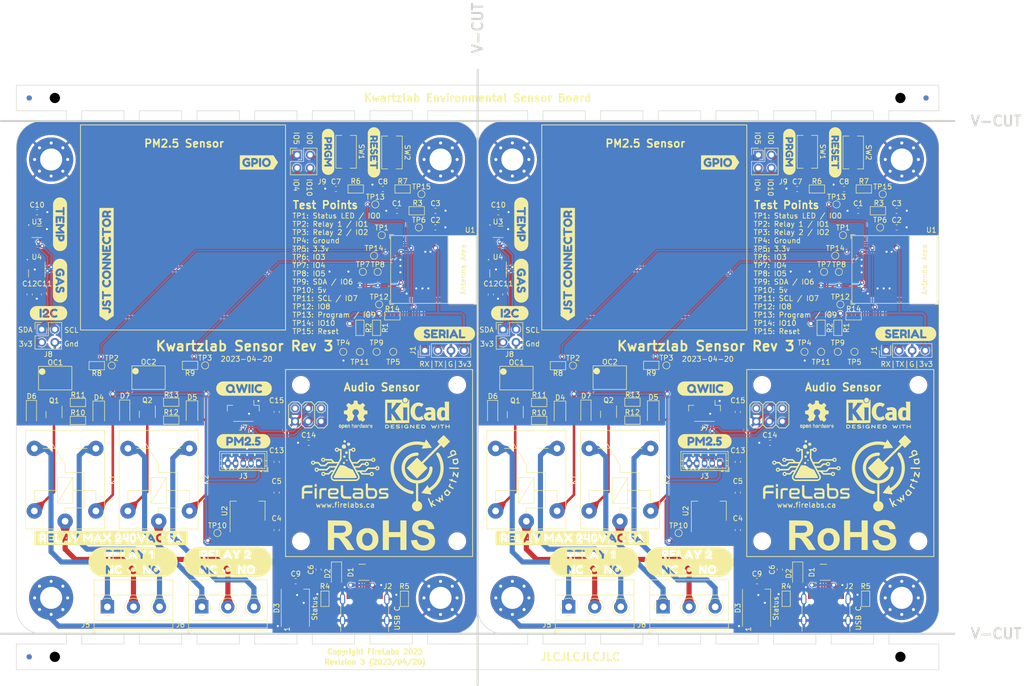
<source format=kicad_pcb>
(kicad_pcb (version 20221018) (generator pcbnew)
  (title_block (title "Kwartzlab Environmental Sensor") (date "2023-04-20") (rev "3") (company "Created By: Erin Reed (FireLabs - www.firelabs.ca)"))
  (layers (0 "F.Cu" signal) (31 "B.Cu" signal) (34 "B.Paste" user) (35 "F.Paste" user) (36 "B.SilkS" user "B.Silkscreen") (37 "F.SilkS" user "F.Silkscreen") (38 "B.Mask" user) (39 "F.Mask" user) (44 "Edge.Cuts" user))
  (net 0 "")
  (net 1 "Board_0-+3V3")
  (net 2 "Board_0-+5V")
  (net 3 "Board_0-/Output Relays/RELAY1_COM")
  (net 4 "Board_0-/Output Relays/RELAY1_EN")
  (net 5 "Board_0-/Output Relays/RELAY1_NC")
  (net 6 "Board_0-/Output Relays/RELAY1_NO")
  (net 7 "Board_0-/Output Relays/RELAY1_STATUS_LED")
  (net 8 "Board_0-/Output Relays/RELAY2_COM")
  (net 9 "Board_0-/Output Relays/RELAY2_EN")
  (net 10 "Board_0-/Output Relays/RELAY2_NC")
  (net 11 "Board_0-/Output Relays/RELAY2_NO")
  (net 12 "Board_0-/Output Relays/RELAY2_STATUS_LED")
  (net 13 "Board_0-/RX")
  (net 14 "Board_0-/Status LED/D_OUT")
  (net 15 "Board_0-/TX")
  (net 16 "Board_0-/USB C Connector/USB_CC1")
  (net 17 "Board_0-/USB C Connector/USB_CC2")
  (net 18 "Board_0-/USB_DN")
  (net 19 "Board_0-/USB_DP")
  (net 20 "Board_0-BOOT")
  (net 21 "Board_0-GND")
  (net 22 "Board_0-GPIO10")
  (net 23 "Board_0-GPIO3")
  (net 24 "Board_0-GPIO4")
  (net 25 "Board_0-GPIO5")
  (net 26 "Board_0-GPIO8")
  (net 27 "Board_0-Net-(C7-Pad2)")
  (net 28 "Board_0-Net-(C8-Pad2)")
  (net 29 "Board_0-Net-(OC1-Pad1)")
  (net 30 "Board_0-Net-(OC1-Pad3)")
  (net 31 "Board_0-Net-(OC2-Pad1)")
  (net 32 "Board_0-Net-(OC2-Pad3)")
  (net 33 "Board_0-Net-(Q1-B)")
  (net 34 "Board_0-Net-(Q2-B)")
  (net 35 "Board_0-RELAY1")
  (net 36 "Board_0-RELAY2")
  (net 37 "Board_0-RESET")
  (net 38 "Board_0-SCL")
  (net 39 "Board_0-SDA")
  (net 40 "Board_0-STATUS")
  (net 41 "Board_0-VBUS")
  (net 42 "Board_0-unconnected-(J2-SBU1-PadA8)")
  (net 43 "Board_0-unconnected-(J2-SBU2-PadB8)")
  (net 44 "Board_0-unconnected-(J4-Pin_1-Pad1)")
  (net 45 "Board_0-unconnected-(J4-Pin_5-Pad5)")
  (net 46 "Board_0-unconnected-(U1-NC-Pad10)")
  (net 47 "Board_0-unconnected-(U1-NC-Pad15)")
  (net 48 "Board_0-unconnected-(U1-NC-Pad17)")
  (net 49 "Board_0-unconnected-(U1-NC-Pad24)")
  (net 50 "Board_0-unconnected-(U1-NC-Pad25)")
  (net 51 "Board_0-unconnected-(U1-NC-Pad28)")
  (net 52 "Board_0-unconnected-(U1-NC-Pad29)")
  (net 53 "Board_0-unconnected-(U1-NC-Pad32)")
  (net 54 "Board_0-unconnected-(U1-NC-Pad33)")
  (net 55 "Board_0-unconnected-(U1-NC-Pad34)")
  (net 56 "Board_0-unconnected-(U1-NC-Pad35)")
  (net 57 "Board_0-unconnected-(U1-NC-Pad4)")
  (net 58 "Board_0-unconnected-(U1-NC-Pad7)")
  (net 59 "Board_0-unconnected-(U1-NC-Pad9)")
  (net 60 "Board_0-unconnected-(U3-NC-Pad5)")
  (net 61 "Board_1-+3V3")
  (net 62 "Board_1-+5V")
  (net 63 "Board_1-/Output Relays/RELAY1_COM")
  (net 64 "Board_1-/Output Relays/RELAY1_EN")
  (net 65 "Board_1-/Output Relays/RELAY1_NC")
  (net 66 "Board_1-/Output Relays/RELAY1_NO")
  (net 67 "Board_1-/Output Relays/RELAY1_STATUS_LED")
  (net 68 "Board_1-/Output Relays/RELAY2_COM")
  (net 69 "Board_1-/Output Relays/RELAY2_EN")
  (net 70 "Board_1-/Output Relays/RELAY2_NC")
  (net 71 "Board_1-/Output Relays/RELAY2_NO")
  (net 72 "Board_1-/Output Relays/RELAY2_STATUS_LED")
  (net 73 "Board_1-/RX")
  (net 74 "Board_1-/Status LED/D_OUT")
  (net 75 "Board_1-/TX")
  (net 76 "Board_1-/USB C Connector/USB_CC1")
  (net 77 "Board_1-/USB C Connector/USB_CC2")
  (net 78 "Board_1-/USB_DN")
  (net 79 "Board_1-/USB_DP")
  (net 80 "Board_1-BOOT")
  (net 81 "Board_1-GND")
  (net 82 "Board_1-GPIO10")
  (net 83 "Board_1-GPIO3")
  (net 84 "Board_1-GPIO4")
  (net 85 "Board_1-GPIO5")
  (net 86 "Board_1-GPIO8")
  (net 87 "Board_1-Net-(C7-Pad2)")
  (net 88 "Board_1-Net-(C8-Pad2)")
  (net 89 "Board_1-Net-(OC1-Pad1)")
  (net 90 "Board_1-Net-(OC1-Pad3)")
  (net 91 "Board_1-Net-(OC2-Pad1)")
  (net 92 "Board_1-Net-(OC2-Pad3)")
  (net 93 "Board_1-Net-(Q1-B)")
  (net 94 "Board_1-Net-(Q2-B)")
  (net 95 "Board_1-RELAY1")
  (net 96 "Board_1-RELAY2")
  (net 97 "Board_1-RESET")
  (net 98 "Board_1-SCL")
  (net 99 "Board_1-SDA")
  (net 100 "Board_1-STATUS")
  (net 101 "Board_1-VBUS")
  (net 102 "Board_1-unconnected-(J2-SBU1-PadA8)")
  (net 103 "Board_1-unconnected-(J2-SBU2-PadB8)")
  (net 104 "Board_1-unconnected-(J4-Pin_1-Pad1)")
  (net 105 "Board_1-unconnected-(J4-Pin_5-Pad5)")
  (net 106 "Board_1-unconnected-(U1-NC-Pad10)")
  (net 107 "Board_1-unconnected-(U1-NC-Pad15)")
  (net 108 "Board_1-unconnected-(U1-NC-Pad17)")
  (net 109 "Board_1-unconnected-(U1-NC-Pad24)")
  (net 110 "Board_1-unconnected-(U1-NC-Pad25)")
  (net 111 "Board_1-unconnected-(U1-NC-Pad28)")
  (net 112 "Board_1-unconnected-(U1-NC-Pad29)")
  (net 113 "Board_1-unconnected-(U1-NC-Pad32)")
  (net 114 "Board_1-unconnected-(U1-NC-Pad33)")
  (net 115 "Board_1-unconnected-(U1-NC-Pad34)")
  (net 116 "Board_1-unconnected-(U1-NC-Pad35)")
  (net 117 "Board_1-unconnected-(U1-NC-Pad4)")
  (net 118 "Board_1-unconnected-(U1-NC-Pad7)")
  (net 119 "Board_1-unconnected-(U1-NC-Pad9)")
  (net 120 "Board_1-unconnected-(U3-NC-Pad5)")
  (footprint "Connector_PinHeader_2.54mm:PinHeader_2x02_P2.54mm_Vertical" (layer "F.Cu") (at 144.649994 67.62)
    (fp_text reference "J8")
    (fp_text value "Conn_02x02_Odd_Even")
  )
  (footprint "Diode_SMD:D_SOD-123" (layer "F.Cu") (at 160.819994 83.7725 -90)
    (fp_text reference "D7")
    (fp_text value "1N4148W")
  )
  (footprint "Button_Switch_SMD:SW_Tactile_SPST_NO_Straight_CK_PTS636Sx25SMTRLFS" (layer "F.Cu") (at 203.999994 33 -90)
    (fp_text reference "SW1")
    (fp_text value "SW_Push")
  )
  (footprint "TestPoint:TestPoint_Pad_D1.0mm" (layer "F.Cu") (at 158.289994 74.68)
    (fp_text reference "TP2")
    (fp_text value "Relay 1")
  )
  (footprint "Capacitor_SMD:C_0603_1608Metric" (layer "F.Cu") (at 202.024994 40.25)
    (fp_text reference "C7")
    (fp_text value "0.1uF / 50v (10%) (NC)")
  )
  (footprint "MountingHole:MountingHole_4.3mm_M4_Pad_Via" (layer "F.Cu") (at 132.474994 34.5)
    (fp_text reference "H3" hide)
    (fp_text value "M4" hide)
  )
  (footprint "NPTH" (layer "F.Cu") (at 57.242806 22.5)
    (fp_text reference "REF**" hide)
    (fp_text value "NPTH" hide)
  )
  (footprint "Package_TO_SOT_SMD:SOT-223-3_TabPin2" (layer "F.Cu") (at 184.789994 103.05 90)
    (fp_text reference "U2")
    (fp_text value "AMS1117-3.3")
  )
  (footprint "MountingHole:MountingHole_4.3mm_M4_Pad_Via" (layer "F.Cu") (at 56.517806 120)
    (fp_text reference "H1" hide)
    (fp_text value "M4" hide)
  )
  (footprint "PCM_Resistor_SMD_AKL:R_0603_1608Metric" (layer "F.Cu") (at 169.894994 81.83 180)
    (fp_text reference "R13")
    (fp_text value "470 (1%)" hide)
  )
  (footprint "TestPoint:TestPoint_Pad_D1.0mm" (layer "F.Cu") (at 210.159994 56.41)
    (fp_text reference "TP8")
    (fp_text value "GPIO5")
  )
  (footprint "kibuzzard-64420CCA" (layer "F.Cu") (at 200.499994 33.01 -90)
    (fp_text reference "kibuzzard-64420CCA" hide)
    (fp_text value "G***" hide)
  )
  (footprint "TestPoint:TestPoint_Pad_D1.0mm" (layer "F.Cu") (at 209.949994 72 90)
    (fp_text reference "TP9")
    (fp_text value "SDA")
  )
  (footprint "Connector_PinHeader_2.54mm:PinHeader_1x04_P2.54mm_Vertical" (layer "F.Cu") (at 219.369994 71.75 90)
    (fp_text reference "J1")
    (fp_text value "Serial Interface")
  )
  (footprint "TestPoint:TestPoint_Pad_D1.0mm" (layer "F.Cu") (at 120.992806 49.25)
    (fp_text reference "TP1")
    (fp_text value "Status")
  )
  (footprint "MountingHole:MountingHole_4.3mm_M4_Pad_Via" (layer "F.Cu") (at 146.474994 34.5)
    (fp_text reference "H4" hide)
    (fp_text value "M4")
  )
  (footprint "kibuzzard-64420C16" (layer "F.Cu") (at 148.209994 47.129914 -90)
    (fp_text reference "kibuzzard-64420C16" hide)
    (fp_text value "G***" hide)
  )
  (footprint "Package_TO_SOT_SMD:SOT-23" (layer "F.Cu") (at 75.272806 84.2025 -90)
    (fp_text reference "Q2")
    (fp_text value "MMBT3904")
  )
  (footprint "Symbol:OSHW-Logo2_7.3x6mm_SilkScreen" (layer "F.Cu") (at 115.912806 84.29)
    (fp_text reference "REF**" hide)
    (fp_text value "OSHW-Logo2_7.3x6mm_SilkScreen" hide)
  )
  (footprint "kibuzzard-64420C16" (layer "F.Cu") (at 58.252806 47.129914 -90)
    (fp_text reference "kibuzzard-64420C16" hide)
    (fp_text value "G***" hide)
  )
  (footprint "Connector_JST:JST_ZH_B5B-ZR_1x05_P1.50mm_Vertical" (layer "F.Cu") (at 96.992806 93.75 180)
    (fp_text reference "J3")
    (fp_text value "PM2.5 Sensor")
  )
  (footprint "kibuzzard-64444232" (layer "F.Cu") (at 187.009994 35.08)
    (fp_text reference "kibuzzard-64444232" hide)
    (fp_text value "G***" hide)
  )
  (footprint "Symbol:RoHS-Logo_6mm_SilkScreen" (layer "F.Cu") (at 120.963943 107.778748)
    (fp_text reference "REF**" hide)
    (fp_text value "RoHS-Logo_6mm_SilkScreen" hide)
  )
  (footprint "PCM_Resistor_SMD_AKL:R_0603_1608Metric" (layer "F.Cu") (at 205.874994 40.25)
    (fp_text reference "R6")
    (fp_text value "100" hide)
  )
  (footprint "Connector_PinHeader_2.54mm:PinHeader_1x04_P2.54mm_Vertical" (layer "F.Cu") (at 129.412806 71.75 90)
    (fp_text reference "J1")
    (fp_text value "Serial Interface")
  )
  (footprint "Capacitor_SMD:C_0603_1608Metric" (layer "F.Cu") (at 221.424994 44.5)
    (fp_text reference "C3")
    (fp_text value "0.1uF / 50v (10%)")
  )
  (footprint "Capacitor_SMD:C_0603_1608Metric" (layer "F.Cu") (at 194.174994 116.75)
    (fp_text reference "C9")
    (fp_text value "10uF / 25v (20%)")
  )
  (footprint "Fiducial" (layer "F.Cu") (at 52.242806 131.5)
    (fp_text reference "REF**" hide)
    (fp_text value "Fiducial" hide)
  )
  (footprint "Capacitor_SMD:C_0603_1608Metric" (layer "F.Cu") (at 131.467806 47.75)
    (fp_text reference "C2")
    (fp_text value "10uF / 25v (20%)")
  )
  (footprint "Espressif:ESP32-C3-MINI-1" (layer "F.Cu") (at 131.042806 55.95 -90)
    (fp_text reference "U1")
    (fp_text value "ESP32-C3-MINI-1")
  )
  (footprint "Capacitor_SMD:C_0603_1608Metric" (layer "F.Cu") (at 145.107752 60.815 -90)
    (fp_text reference "C11")
    (fp_text value "10uF / 25v (20%)")
  )
  (footprint "LED_SMD:LED_1206_3216Metric" (layer "F.Cu") (at 155.759994 83.9025 -90)
    (fp_text reference "D4")
    (fp_text value "LED")
  )
  (footprint "PCM_Resistor_SMD_AKL:R_0603_1608Metric" (layer "F.Cu") (at 109.922806 120.175 -90)
    (fp_text reference "R4")
    (fp_text value "5.11k" hide)
  )
  (footprint "Fiducial" (layer "F.Cu") (at 227.157194 22.5)
    (fp_text reference "REF**" hide)
    (fp_text value "Fiducial" hide)
  )
  (footprint "Relay_THT:Relay_SPDT_Finder_36.11" (layer "F.Cu") (at 77.492806 105.05 90)
    (fp_text reference "K2")
    (fp_text value "5v Relay")
  )
  (footprint "TestPoint:TestPoint_Pad_D1.0mm" (layer "F.Cu") (at 203.449994 72 90)
    (fp_text reference "TP4")
    (fp_text value "GND")
  )
  (footprint "Capacitor_SMD:C_0603_1608Metric" (layer "F.Cu") (at 221.424994 47.75)
    (fp_text reference "C2")
    (fp_text value "10uF / 25v (20%)")
  )
  (footprint "LOGO" (layer "F.Cu") (at 127.892806 94.7)
    (fp_text reference "G***" hide)
    (fp_text value "LOGO" hide)
  )
  (footprint "PCM_Resistor_SMD_AKL:R_0603_1608Metric" (layer "F.Cu") (at 213.024994 64.99)
    (fp_text reference "R14")
    (fp_text value "10k (1%)" hide)
  )
  (footprint "MountingHole:MountingHole_4.3mm_M4_Pad_Via" (layer "F.Cu") (at 132.462387 120)
    (fp_text reference "H2" hide)
    (fp_text value "M4" hide)
  )
  (footprint "kibuzzard-644479D4" (layer "F.Cu") (at 68.202806 108.31)
    (fp_text reference "kibuzzard-644479D4" hide)
    (fp_text value "G***" hide)
  )
  (footprint "kibuzzard-64420E8B" (layer "F.Cu") (at 67.322806 54.94 90)
    (fp_text reference "kibuzzard-64420E8B" hide)
    (fp_text value "G***" hide)
  )
  (footprint "Capacitor_SMD:C_0603_1608Metric" (layer "F.Cu") (at 198.629994 114.475 -90)
    (fp_text reference "C6")
    (fp_text value "10uF / 25v (20%)")
  )
  (footprint "Package_TO_SOT_SMD:SOT-143" (layer "F.Cu") (at 207.129994 115 180)
    (fp_text reference "D1")
    (fp_text value "SP0503BAHT")
  )
  (footprint "Fiducial" (layer "F.Cu") (at 52.242806 22.5)
    (fp_text reference "REF**" hide)
    (fp_text value "Fiducial" hide)
  )
  (footprint "TestPoint:TestPoint_Pad_D1.0mm" (layer "F.Cu") (at 178.899994 107.35)
    (fp_text reference "TP10")
    (fp_text value "5V")
  )
  (footprint "MountingHole:MountingHole_4.3mm_M4_Pad_Via" (layer "F.Cu") (at 56.517806 34.5)
    (fp_text reference "H4" hide)
    (fp_text value "M4")
  )
  (footprint "Capacitor_SMD:C_0603_1608Metric" (layer "F.Cu") (at 196.724994 89.75 180)
    (fp_text reference "C14")
    (fp_text value "10uF / 25v (20%)")
  )
  (footprint "kibuzzard-64420CBE" (layer "F.Cu") (at 119.482806 33.11 -90)
    (fp_text reference "kibuzzard-64420CBE" hide)
    (fp_text value "G***" hide)
  )
  (footprint "kibuzzard-644479D4" (layer "F.Cu") (at 158.159994 108.31)
    (fp_text reference "kibuzzard-644479D4" hide)
    (fp_text value "G***" hide)
  )
  (footprint "PCM_Resistor_SMD_AKL:R_0603_1608Metric" (layer "F.Cu") (at 119.992806 67.325 -90)
    (fp_text reference "R1")
    (fp_text value "5.1k (1%)" hide)
  )
  (footprint "Capacitor_SMD:C_0603_1608Metric" (layer "F.Cu") (at 53.767806 44.791017)
    (fp_text reference "C10")
    (fp_text value "10uF / 25v (20%)")
  )
  (footprint "Capacitor_SMD:C_0603_1608Metric" (layer "F.Cu") (at 213.924994 44.5)
    (fp_text reference "C1")
    (fp_text value "1uF / 16v (10%)")
  )
  (footprint "LTV-816S:SMD4-2.54-4.6X6.5MM" (layer "F.Cu") (at 165.469994 77.04 -90)
    (fp_text reference "OC2")
    (fp_text value "APC-817A1")
  )
  (footprint "kibuzzard-64420C1B" (layer "F.Cu") (at 58.248016 58.135179 -90)
    (fp_text reference "kibuzzard-64420C1B" hide)
    (fp_text value "G***" hide)
  )
  (footprint "TerminalBlock_Phoenix:TerminalBlock_Phoenix_MKDS-1,5-3-5.08_1x03_P5.08mm_Horizontal" (layer "F.Cu") (at 85.907806 121.75)
    (fp_text reference "J6")
    (fp_text value "Screw_Terminal_01x03")
  )
  (footprint "TestPoint:TestPoint_Pad_D1.0mm" (layer "F.Cu") (at 88.942806 107.35)
    (fp_text reference "TP10")
    (fp_text value "5V")
  )
  (footprint "Connector_PinHeader_2.54mm:PinHeader_2x02_P2.54mm_Vertical" (layer "F.Cu") (at 194.449994 33.61)
    (fp_text reference "J9")
    (fp_text value "Conn_02x02_Odd_Even")
  )
  (footprint "Capacitor_SMD:C_0603_1608Metric" (layer "F.Cu") (at 100.492806 83.725 90)
    (fp_text reference "C15")
    (fp_text value "10uF / 25v (20%)")
  )
  (footprint "LED_SMD:LED_WS2812B_PLCC4_5.0x5.0mm_P3.2mm" (layer "F.Cu") (at 104.142806 121.95 90)
    (fp_text reference "D3")
    (fp_text value "WS2812B")
  )
  (footprint "Capacitor_SMD:C_0603_1608Metric" (layer "F.Cu") (at 100.492806 93.475 90)
    (fp_text reference "C13")
    (fp_text value "10uF / 25v (20%)")
  )
  (footprint "Symbol:KiCad-Logo2_5mm_SilkScreen" (layer "F.Cu") (at 127.932806 83.95)
    (fp_text reference "REF**" hide)
    (fp_text value "KiCad-Logo2_5mm_SilkScreen" hide)
  )
  (footprint "PCM_Resistor_SMD_AKL:R_0603_1608Metric" (layer "F.Cu") (at 215.379994 120.175 -90)
    (fp_text reference "R5")
    (fp_text value "5.11k" hide)
  )
  (footprint "NPTH" (layer "F.Cu") (at 222.157194 22.5)
    (fp_text reference "REF**" hide)
    (fp_text value "NPTH" hide)
  )
  (footprint "TestPoint:TestPoint_Pad_D1.0mm" (layer "F.Cu") (at 119.992806 72 90)
    (fp_text reference "TP9")
    (fp_text value "SDA")
  )
  (footprint "Diode_SMD:D_SOD-123" (layer "F.Cu") (at 202.129994 115.35 -90)
    (fp_text reference "D2")
    (fp_text value "1N5819HW-7-F")
  )
  (footprint "Sensor_Humidity:Sensirion_DFN-4-1EP_2x2mm_P1mm_EP0.7x1.6mm" (layer "F.Cu") (at 143.674994 48.603517)
    (fp_text reference "U3")
    (fp_text value "SHTC3")
  )
  (footprint "kibuzzard-64420A6A" (layer "F.Cu") (at 145.969994 64.47)
    (fp_text reference "kibuzzard-64420A6A" hide)
    (fp_text value "G***" hide)
  )
  (footprint "Capacitor_SMD:C_0603_1608Metric" (layer "F.Cu") (at 52.320564 60.825 -90)
    (fp_text reference "C12")
    (fp_text value "10uF / 25v (20%)")
  )
  (footprint "NPTH" (layer "F.Cu") (at 57.242806 131.5)
    (fp_text reference "REF**" hide)
    (fp_text value "NPTH" hide)
  )
  (footprint "Button_Switch_SMD:SW_Tactile_SPST_NO_Straight_CK_PTS636Sx25SMTRLFS" (layer "F.Cu") (at 122.992806 33.125 -90)
    (fp_text reference "SW2")
    (fp_text value "SW_Push")
  )
  (footprint "Capacitor_SMD:C_0603_1608Metric" (layer "F.Cu") (at 100.492806 99.475 90)
    (fp_text reference "C5")
    (fp_text value "10uF / 25v (20%)")
  )
  (footprint "TestPoint:TestPoint_Pad_D1.0mm" (layer "F.Cu") (at 113.492806 72 90)
    (fp_text reference "TP4")
    (fp_text value "GND")
  )
  (footprint "PCM_Resistor_SMD_AKL:R_0603_1608Metric" (layer "F.Cu") (at 125.067806 40.25)
    (fp_text reference "R7")
    (fp_text value "100" hide)
  )
  (footprint "LED_SMD:LED_1206_3216Metric" (layer "F.Cu") (at 173.949994 83.8425 -90)
    (fp_text reference "D5")
    (fp_text value "LED")
  )
  (footprint "Diode_SMD:D_SOD-123" (layer "F.Cu") (at 112.172806 115.35 -90)
    (fp_text reference "D2")
    (fp_text value "1N5819HW-7-F")
  )
  (footprint "PCM_Resistor_SMD_AKL:R_0603_1608Metric" (layer "F.Cu") (at 61.747806 85.39 180)
    (fp_text reference "R10")
    (fp_text value "1k (1%)" hide)
  )
  (footprint "Diode_SMD:D_SOD-123" (layer "F.Cu") (at 142.629994 83.8325 -90)
    (fp_text reference "D6")
    (fp_text value "1N4148W")
  )
  (footprint "TestPoint:TestPoint_Pad_D1.0mm" (layer "F.Cu") (at 86.552806 74.65)
    (fp_text reference "TP3")
    (fp_text value "Relay 2")
  )
  (footprint "Capacitor_SMD:C_0603_1608Metric" (layer "F.Cu") (at 123.967806 44.5)
    (fp_text reference "C1")
    (fp_text value "1uF / 16v (10%)")
  )
  (footprint "PCM_Resistor_SMD_AKL:R_0603_1608Metric" (layer "F.Cu") (at 125.422806 120.175 -90)
    (fp_text reference "R5")
    (fp_text value "5.11k" hide)
  )
  (footprint "PCM_Resistor_SMD_AKL:R_0603_1608Metric" (layer "F.Cu") (at 199.879994 120.175 -90)
    (fp_text reference "R4")
    (fp_text value "5.11k" hide)
  )
  (footprint "Capacitor_SMD:C_0603_1608Metric" (layer "F.Cu") (at 190.449994 99.475 90)
    (fp_text reference "C5")
    (fp_text value "10uF / 25v (20%)")
  )
  (footprint "Connector_JST:JST_SH_BM04B-SRSS-TB_1x04-1MP_P1.00mm_Vertical" (layer "F.Cu") (at 93.992806 83.55 180)
    (fp_text reference "J7")
    (fp_text value "Qwiic Connector")
  )
  (footprint "Connector_JST:JST_ZH_B5B-ZR_1x05_P1.50mm_Vertical" (layer "F.Cu") (at 186.949994 93.75 180)
    (fp_text reference "J3")
    (fp_text value "PM2.5 Sensor")
  )
  (footprint "Capacitor_SMD:C_0603_1608Metric" (layer "F.Cu") (at 121.217806 40.25)
    (fp_text reference "C8")
    (fp_text value "0.1uF / 50v (10%) (NC)")
  )
  (footprint "kibuzzard-64420C5E" (layer "F.Cu") (at 162.449994 113)
    (fp_text reference "kibuzzard-64420C5E" hide)
    (fp_text value "G***" hide)
  )
  (footprint "PCM_Resistor_SMD_AKL:R_0603_1608Metric" (layer "F.Cu") (at 123.067806 64.99)
    (fp_text reference "R14")
    (fp_text value "10k (1%)" hide)
  )
  (footprint "Diode_SMD:D_SOD-123" (layer "F.Cu") (at 52.672806 83.8325 -90)
    (fp_text reference "D6")
    (fp_text value "1N4148W")
  )
  (footprint "TestPoint:TestPoint_Pad_D1.0mm" (layer "F.Cu") (at 218.699994 41.25)
    (fp_text reference "TP15")
    (fp_text value "Reset")
  )
  (footprint "PCM_Resistor_SMD_AKL:R_0603_1608Metric" (layer "F.Cu") (at 151.704994 81.89 180)
    (fp_text reference "R11")
    (fp_text value "470 (1%)" hide)
  )
  (footprint "TerminalBlock_Phoenix:TerminalBlock_Phoenix_MKDS-1,5-3-5.08_1x03_P5.08mm_Horizontal" (layer "F.Cu") (at 175.864994 121.75)
    (fp_text reference "J6")
    (fp_text value "Screw_Terminal_01x03")
  )
  (footprint "TestPoint:TestPoint_Pad_D1.0mm" (layer "F.Cu") (at 119.742806 43.25)
    (fp_text reference "TP13")
    (fp_text value "Program")
  )
  (footprint "LTV-816S:SMD4-2.54-4.6X6.5MM" (layer "F.Cu") (at 57.307806 77.135 -90)
    (fp_text reference "OC1")
    (fp_text value "APC-817A1")
  )
  (footprint "TestPoint:TestPoint_Pad_D1.0mm" (layer "F.Cu") (at 128.242806 47.75)
    (fp_text reference "TP6")
    (fp_text value "GPIO3")
  )
  (footprint "TerminalBlock_Phoenix:TerminalBlock_Phoenix_MKDS-1,5-3-5.08_1x03_P5.08mm_Horizontal" (layer "F.Cu") (at 67.492806 121.75)
    (fp_text reference "J5")
    (fp_text value "Screw_Terminal_01x03")
  )
  (footprint "Capacitor_SMD:C_0603_1608Metric" (layer "F.Cu") (at 106.767806 89.75 180)
    (fp_text reference "C14")
    (fp_text value "10uF / 25v (20%)")
  )
  (footprint "TestPoint:TestPoint_Pad_D1.0mm" (layer "F.Cu") (at 209.449994 53.25)
    (fp_text reference "TP14")
    (fp_text value "GPIO10")
  )
  (footprint "kibuzzard-64420E8B" (layer "F.Cu") (at 157.279994 54.94 90)
    (fp_text reference "kibuzzard-64420E8B" hide)
    (fp_text value "G***" hide)
  )
  (footprint "LTV-816S:SMD4-2.54-4.6X6.5MM" (layer "F.Cu") (at 75.512806 77.04 -90)
    (fp_text reference "OC2")
    (fp_text value "APC-817A1")
  )
  (footprint "kibuzzard-64420C54" (layer "F.Cu") (at 90.992806 113)
    (fp_text reference "kibuzzard-64420C54" hide)
    (fp_text value "G***" hide)
  )
  (footprint "Zio Loudness Sensor:zio_loudness_sensor" (layer "F.Cu") (at 106.755734 84.304144 180)
    (fp_text reference "J4" hide)
    (fp_text value "Zio Loudness Sensor")
  )
  (footprint "Package_LGA:Bosch_LGA-8_3x3mm_P0.8mm_ClockwisePinNumbering" (layer "F.Cu") (at 143.682475 55.959368)
    (fp_text reference "U4")
    (fp_text value "BME688")
  )
  (footprint "kibuzzard-64420A6A" (layer "F.Cu") (at 56.012806 64.47)
    (fp_text reference "kibuzzard-64420A6A" hide)
    (fp_text value "G***" hide)
  )
  (footprint "Package_TO_SOT_SMD:SOT-23" (layer "F.Cu") (at 165.229994 84.2025 -90)
    (fp_text reference "Q2")
    (fp_text value "MMBT3904")
  )
  (footprint "kibuzzard-644209FA" (layer "F.Cu") (at 184.089994 79.18)
    (fp_text reference "kibuzzard-644209FA" hide)
    (fp_text value "G***" hide)
  )
  (footprint "Symbol:OSHW-Logo2_7.3x6mm_SilkScreen" (layer "F.Cu") (at 205.869994 84.29)
    (fp_text reference "REF**" hide)
    (fp_text value "OSHW-Logo2_7.3x6mm_SilkScreen" hide)
  )
  (footprint "PCM_Resistor_SMD_AKL:R_0603_1608Metric" (layer "F.Cu") (at 79.937806 81.83 180)
    (fp_text reference "R13")
    (fp_text value "470 (1%)" hide)
  )
  (footprint "Symbol:KiCad-Logo2_5mm_SilkScreen" (layer "F.Cu") (at 217.889994 83.95)
    (fp_text reference "REF**" hide)
    (fp_text value "KiCad-Logo2_5mm_SilkScreen" hide)
  )
  (footprint "PCM_Resistor_SMD_AKL:R_0603_1608Metric" (layer "F.Cu") (at 79.937806 85.33 180)
    (fp_text reference "R12")
    (fp_text value "1k (1%)" hide)
  )
  (footprint "kibuzzard-644209FA" (layer "F.Cu") (at 94.132806 79.18)
    (fp_text reference "kibuzzard-644209FA" hide)
    (fp_text value "G***" hide)
  )
  (footprint "LOGO" (layer "F.Cu") (at 217.849994 94.7)
    (fp_text reference "G***" hide)
    (fp_text value "LOGO" hide)
  )
  (footprint "PCM_Resistor_SMD_AKL:R_0603_1608Metric" (layer "F.Cu") (at 209.949994 67.325 -90)
    (fp_text reference "R1")
    (fp_text value "5.1k (1%)" hide)
  )
  (footprint "LOGO" (layer "F.Cu") (at 203.819994 94.95)
    (fp_text reference "G***" hide)
    (fp_text value "LOGO" hide)
  )
  (footprint "TestPoint:TestPoint_Pad_D1.0mm" (layer "F.Cu") (at 210.949994 49.25)
    (fp_text reference "TP1")
    (fp_text value "Status")
  )
  (footprint "Capacitor_SMD:C_0603_1608Metric" (layer "F.Cu") (at 190.449994 93.475 90)
    (fp_text reference "C13")
    (fp_text value "10uF / 25v (20%)")
  )
  (footprint "TestPoint:TestPoint_Pad_D1.0mm" (layer "F.Cu") (at 213.199994 72 90)
    (fp_text reference "TP5")
    (fp_text value "3V3")
  )
  (footprint "Espressif:ESP32-C3-MINI-1" (layer "F.Cu") (at 220.999994 55.95 -90)
    (fp_text reference "U1")
    (fp_text value "ESP32-C3-MINI-1")
  )
  (footprint "Diode_SMD:D_SOD-123" (layer "F.Cu") (at 70.862806 83.7725 -90)
    (fp_text reference "D7")
    (fp_text value "1N4148W")
  )
  (footprint "PCM_Resistor_SMD_AKL:R_0603_1608Metric" (layer "F.Cu") (at 173.564994 74.65 180)
    (fp_text reference "R9")
    (fp_text value "1k (1%)" hide)
  )
  (footprint "LTV-816S:SMD4-2.54-4.6X6.5MM" (layer "F.Cu") (at 147.264994 77.135 -90)
    (fp_text reference "OC1")
    (fp_text value "APC-817A1")
  )
  (footprint "kibuzzard-64420C1B" (layer "F.Cu") (at 148.205204 58.135179 -90)
    (fp_text reference "kibuzzard-64420C1B" hide)
    (fp_text value "G***" hide)
  )
  (footprint "LED_SMD:LED_WS2812B_PLCC4_5.0x5.0mm_P3.2mm" (layer "F.Cu") (at 194.099994 121.95 90)
    (fp_text reference "D3")
    (fp_text value "WS2812B")
  )
  (footprint "Symbol:RoHS-Logo_6mm_SilkScreen" (layer "F.Cu") (at 210.921131 107.778748)
    (fp_text reference "REF**" hide)
    (fp_text value "RoHS-Logo_6mm_SilkScreen" hide)
  )
  (footprint "kibuzzard-64420A01" (layer "F.Cu") (at 94.032806 89.45)
    (fp_text reference "kibuzzard-64420A01" hide)
    (fp_text value "G***" hide)
  )
  (footprint "TestPoint:TestPoint_Pad_D1.0mm" (layer "F.Cu") (at 210.449994 62.75)
    (fp_text reference "TP12")
    (fp_text value "GPIO8")
  )
  (footprint "PCM_Resistor_SMD_AKL:R_0603_1608Metric" (layer "F.Cu") (at 206.699994 67.325 -90)
    (fp_text reference "R2")
    (fp_text value "5.1k (1%)" hide)
  )
  (footprint "Capacitor_SMD:C_0603_1608Metric" (layer "F.Cu") (at 190.449994 83.725 90)
    (fp_text reference "C15")
    (fp_text value "10uF / 25v (20%)")
  )
  (footprint "Connector_PinHeader_2.54mm:PinHeader_2x02_P2.54mm_Vertical" (layer "F.Cu") (at 54.692806 67.62)
    (fp_text reference "J8")
    (fp_text value "Conn_02x02_Odd_Even")
  )
  (footprint "TestPoint:TestPoint_Pad_D1.0mm" (layer "F.Cu") (at 116.742806 72 90)
    (fp_text reference "TP11")
    (fp_text value "SCL")
  )
  (footprint "Zio Loudness Sensor:zio_loudness_sensor" (layer "F.Cu") (at 196.712922 84.304144 180)
    (fp_text reference "J4" hide)
    (fp_text value "Zio Loudness Sensor")
  )
  (footprint "kibuzzard-64444232" (layer "F.Cu") (at 97.052806 35.08)
    (fp_text reference "kibuzzard-64444232" hide)
    (fp_text value "G***" hide)
  )
  (footprint "MountingHole:MountingHole_4.3mm_M4_Pad_Via" (layer "F.Cu") (at 222.432182 34.5)
    (fp_text reference "H3" hide)
    (fp_text value "M4" hide)
  )
  (footprint "PCM_Resistor_SMD_AKL:R_0603_1608Metric" (layer "F.Cu") (at 169.894994 85.33 180)
    (fp_text reference "R12")
    (fp_text value "1k (1%)" hide)
  )
  (footprint "kibuzzard-64420CCA" (layer "F.Cu") (at 110.542806 33.01 -90)
    (fp_text reference "kibuzzard-64420CCA" hide)
    (fp_text value "G***" hide)
  )
  (footprint "TestPoint:TestPoint_Pad_D1.0mm" (layer "F.Cu") (at 119.492806 53.25)
    (fp_text reference "TP14")
    (fp_text value "GPIO10")
  )
  (footprint "Capacitor_SMD:C_0603_1608Metric" (layer "F.Cu") (at 131.467806 44.5)
    (fp_text reference "C3")
    (fp_text value "0.1uF / 50v (10%)")
  )
  (footprint "Capacitor_SMD:C_0603_1608Metric" (layer "F.Cu") (at 190.449994 106.775 90)
    (fp_text reference "C4")
    (fp_text value "10uF / 25v (20%)")
  )
  (footprint "Package_LGA:Bosch_LGA-8_3x3mm_P0.8mm_ClockwisePinNumbering" (layer "F.Cu") (at 53.725287 55.959368)
    (fp_text reference "U4")
    (fp_text value "BME688")
  )
  (footprint "PCM_Resistor_SMD_AKL:R_0603_1608Metric" (layer "F.Cu") (at 155.374994 74.71 180)
    (fp_text reference "R8")
    (fp_text value "1k (1%)" hide)
  )
  (footprint "TestPoint:TestPoint_Pad_D1.0mm" (layer "F.Cu") (at 120.202806 56.41)
    (fp_text reference "TP8")
    (fp_text value "GPIO5")
  )
  (footprint "LED_SMD:LED_1206_3216Metric" (layer "F.Cu") (at 65.802806 83.9025 -90)
    (fp_text reference "D4")
    (fp_text value "LED")
  )
  (footprint "TestPoint:TestPoint_Pad_D1.0mm" (layer "F.Cu") (at 123.242806 72 90)
    (fp_text reference "TP5")
    (fp_text value "3V3")
  )
  (footprint "TestPoint:TestPoint_Pad_D1.0mm" (layer "F.Cu") (at 120.492806 62.75)
    (fp_text reference "TP12")
    (fp_text value "GPIO8")
  )
  (footprint "Capacitor_SMD:C_0603_1608Metric" (layer "F.Cu") (at 108.672806 114.475 -90)
    (fp_text reference "C6")
    (fp_text value "10uF / 25v (20%)")
  )
  (footprint "TerminalBlock_Phoenix:TerminalBlock_Phoenix_MKDS-1,5-3-5.08_1x03_P5.08mm_Horizontal" (layer "F.Cu") (at 157.449994 121.75)
    (fp_text reference "J5")
    (fp_text value "Screw_Terminal_01x03")
  )
  (footprint "Connector_USB:USB_C_Receptacle_GCT_USB4105-xx-A_16P_TopMnt_Horizontal" (layer "F.Cu") (at 207.629994 123.325)
    (fp_text reference "J2")
    (fp_text value "USB_C_Receptacle_USB2.0")
  )
  (footprint "kibuzzard-64420C54" (layer "F.Cu") (at 180.949994 113)
    (fp_text reference "kibuzzard-64420C54" hide)
    (fp_text value "G***" hide)
  )
  (footprint "Connector_USB:USB_C_Receptacle_GCT_USB4105-xx-A_16P_TopMnt_Horizontal" (layer "F.Cu") (at 117.672806 123.325)
    (fp_text reference "J2")
    (fp_text value "USB_C_Receptacle_USB2.0")
  )
  (footprint "kibuzzard-64420A01" (layer "F.Cu") (at 183.989994 89.45)
    (fp_text reference "kibuzzard-64420A01" hide)
    (fp_text value "G***" hide)
  )
  (footprint "TestPoint:TestPoint_Pad_D1.0mm" (layer "F.Cu") (at 209.699994 43.25)
    (fp_text reference "TP13")
    (fp_text value "Program")
  )
  (footprint "Connector_PinHeader_2.54mm:PinHeader_2x02_P2.54mm_Vertical" (layer "F.Cu") (at 104.492806 33.61)
    (fp_text reference "J9")
    (fp_text value "Conn_02x02_Odd_Even")
  )
  (footprint "PCM_Resistor_SMD_AKL:R_0603_1608Metric" (layer "F.Cu") (at 116.742806 67.325 -90)
    (fp_text reference "R2")
    (fp_text value "5.1k (1%)" hide)
  )
  (footprint "PCM_Resistor_SMD_AKL:R_0603_1608Metric" (layer "F.Cu") (at 61.747806 81.89 180)
    (fp_text reference "R11")
    (fp_text value "470 (1%)" hide)
  )
  (footprint "Sensor_Humidity:Sensirion_DFN-4-1EP_2x2mm_P1mm_EP0.7x1.6mm" (layer "F.Cu") (at 53.717806 48.603517)
    (fp_text reference "U3")
    (fp_text value "SHTC3")
  )
  (footprint "Capacitor_SMD:C_0603_1608Metric" (layer "F.Cu") (at 143.724994 44.791017)
    (fp_text reference "C10")
    (fp_text value "10uF / 25v (20%)")
  )
  (footprint "TestPoint:TestPoint_Pad_D1.0mm" (layer "F.Cu") (at 207.269994 56.41)
    (fp_text reference "TP7")
    (fp_text value "GPIO4")
  )
  (footprint "PCM_Resistor_SMD_AKL:R_0603_1608Metric" (layer "F.Cu") (at 151.704994 85.39 180)
    (fp_text reference "R10")
    (fp_text value "1k (1%)" hide)
  )
  (footprint "MountingHole:MountingHole_4.3mm_M4_Pad_Via" (layer "F.Cu") (at 146.474994 120)
    (fp_text reference "H1" hide)
    (fp_text value "M4" hide)
  )
  (footprint "Button_Switch_SMD:SW_Tactile_SPST_NO_Straight_CK_PTS636Sx25SMTRLFS" (layer "F.Cu") (at 212.949994 33.125 -90)
    (fp_text reference "SW2")
    (fp_text value "SW_Push")
  )
  (footprint "Relay_THT:Relay_SPDT_Finder_36.11" (layer "F.Cu") (at 167.449994 105.05 90)
    (fp_text reference "K2")
    (fp_text value "5v Relay")
  )
  (footprint "PCM_Resistor_SMD_AKL:R_0603_1608Metric" (layer "F.Cu") (at 83.607806 74.65 180)
    (fp_text reference "R9")
    (fp_text value "1k (1%)" hide)
  )
  (footprint "PCM_Resistor_SMD_AKL:R_0603_1608Metric" (layer "F.Cu") (at 65.417806 74.71 180)
    (fp_text reference "R8")
    (fp_text value "1k (1%)" hide)
  )
  (footprint "PCM_Resistor_SMD_AKL:R_0603_1608Metric" (layer "F.Cu") (at 217.774994 44.5 180)
    (fp_text reference "R3")
    (fp_text value "10k (1%)" hide)
  )
  (footprint "Capacitor_SMD:C_0603_1608Metric" (layer "F.Cu") (at 112.067806 40.25)
    (fp_text reference "C7")
    (fp_text value "0.1uF / 50v (10%) (NC)")
  )
  (footprint "TestPoint:TestPoint_Pad_D1.0mm" (layer "F.Cu") (at 128.742806 41.25)
    (fp_text reference "TP15")
    (fp_text value "Reset")
  )
  (footprint "TestPoint:TestPoint_Pad_D1.0mm" (layer "F.Cu") (at 218.199994 47.75)
    (fp_text reference "TP6")
    (fp_text value "GPIO3")
  )
  (footprint "Package_TO_SOT_SMD:SOT-223-3_TabPin2" (layer "F.Cu") (at 94.832806 103.05 90)
    (fp_text reference "U2")
    (fp_text value "AMS1117-3.3")
  )
  (footprint "LED_SMD:LED_1206_3216Metric" (layer "F.Cu") (at 83.992806 83.8425 -90)
    (fp_text reference "D5")
    (fp_text value "LED")
  )
  (footprint "kibuzzard-64420C24" (layer "F.Cu") (at 133.242806 68.5)
    (fp_text reference "kibuzzard-64420C24" hide)
    (fp_text value "G***" hide)
  )
  (footprint "Package_TO_SOT_SMD:SOT-143" (layer "F.Cu") (at 117.172806 115 180)
    (fp_text reference "D1")
    (fp_text value "SP0503BAHT")
  )
  (footprint "Connector_JST:JST_SH_BM04B-SRSS-TB_1x04-1MP_P1.00mm_Vertical" (layer "F.Cu") (at 183.949994 83.55 180)
    (fp_text reference "J7")
    (fp_text value "Qwiic Connector")
  )
  (footprint "TestPoint:TestPoint_Pad_D1.0mm" (layer "F.Cu") (at 206.699994 72 90)
    (fp_text reference "TP11")
    (fp_text value "SCL")
  )
  (footprint "Capacitor_SMD:C_0603_1608Metric" (layer "F.Cu") (at 100.492806 106.775 90)
    (fp_text reference "C4")
    (fp_text value "10uF / 25v (20%)")
  )
  (footprint "MountingHole:MountingHole_4.3mm_M4_Pad_Via" (layer "F.Cu") (at 222.419575 120)
    (fp_text reference "H2" hide)
    (fp_text value "M4" hide)
  )
  (footprint "PCM_Resistor_SMD_AKL:R_0603_1608Metric" (layer "F.Cu") (at 115.917806 40.25)
    (fp_text reference "R6")
    (fp_text value "100" hide)
  )
  (footprint "Relay_THT:Relay_SPDT_Finder_36.11" (layer "F.Cu") (at 149.199994 105.05 90)
    (fp_text reference "K1")
    (fp_text value "5v Relay")
  )
  (footprint "TestPoint:TestPoint_Pad_D1.0mm" (layer "F.Cu") (at 176.509994 74.65)
    (fp_text reference "TP3")
    (fp_text value "Relay 2")
  )
  (footprint "Package_TO_SOT_SMD:SOT-23" (layer "F.Cu") (at 57.082806 84.2625 -90)
    (fp_text reference "Q1")
    (fp_text value "MMBT3904")
  )
  (footprint "Relay_THT:Relay_SPDT_Finder_36.11" (layer "F.Cu") (at 59.242806 105.05 90)
    (fp_text reference "K1")
    (fp_text value "5v Relay")
  )
  (footprint "Capacitor_SMD:C_0603_1608Metric" (layer "F.Cu") (at 55.150564 60.815 -90)
    (fp_text reference "C11")
    (fp_text value "10uF / 25v (20%)")
  )
  (footprint "NPTH" (layer "F.Cu") (at 222.157194 131.5)
    (fp_text reference "REF**" hide)
    (fp_text value "NPTH" hide)
  )
  (footprint "Capacitor_SMD:C_0603_1608Metric" (layer "F.Cu") (at 104.217806 116.75)
    (fp_text reference "C9")
    (fp_text value "10uF / 25v (20%)")
  )
  (footprint "kibuzzard-64420C5E" (layer "F.Cu") (at 72.492806 113)
    (fp_text reference "kibuzzard-64420C5E" hide)
    (fp_text value "G***" hide)
  )
  (footprint "TestPoint:TestPoint_Pad_D1.0mm" (layer "F.Cu") (at 117.312806 56.41)
    (fp_text reference "TP7")
    (fp_text value "GPIO4")
  )
  (footprint "LOGO" (layer "F.Cu") (at 113.862806 94.95)
    (fp_text reference "G***" hide)
    (fp_text value "LOGO" hide)
  )
  (footprint "PCM_Resistor_SMD_AKL:R_0603_1608Metric" (layer "F.Cu") (at 215.024994 40.25)
    (fp_text reference "R7")
    (fp_text value "100" hide)
  )
  (footprint "Capacitor_SMD:C_0603_1608Metric" (layer "F.Cu") (at 211.174994 40.25)
    (fp_text reference "C8")
    (fp_text value "0.1uF / 50v (10%) (NC)")
  )
  (footprint "TestPoint:TestPoint_Pad_D1.0mm" (layer "F.Cu") (at 68.332806 74.68)
    (fp_text reference "TP2")
    (fp_text value "Relay 1")
  )
  (footprint "kibuzzard-64420C24" (layer "F.Cu") (at 223.199994 68.5)
    (fp_text reference "kibuzzard-64420C24" hide)
    (fp_text value "G***" hide)
  )
  (footprint "Package_TO_SOT_SMD:SOT-23" (layer "F.Cu") (at 147.039994 84.2625 -90)
    (fp_text reference "Q1")
    (fp_text value "MMBT3904")
  )
  (footprint "PCM_Resistor_SMD_AKL:R_0603_1608Metric" (layer "F.Cu") (at 127.817806 44.5 180)
    (fp_text reference "R3")
    (fp_text value "10k (1%)" hide)
  )
  (footprint "kibuzzard-64420CBE" (layer "F.Cu") (at 209.439994 33.11 -90)
    (fp_text reference "kibuzzard-64420CBE" hide)
    (fp_text value "G***" hide)
  )
  (footprint "Capacitor_SMD:C_0603_1608Metric" (layer "F.Cu") (at 142.277752 60.825 -90)
    (fp_text reference "C12")
    (fp_text value "10uF / 25v (20%)")
  )
  (footprint "Button_Switch_SMD:SW_Tactile_SPST_NO_Straight_CK_PTS636Sx25SMTRLFS" (layer "F.Cu") (at 114.042806 33 -90)
    (fp_text reference "SW1")
    (fp_text value "SW_Push")
  )
  (footprint "Fiducial" (layer "B.Cu") (at 52.242806 22.5)
    (fp_text reference "REF**" hide)
    (fp_text value "Fiducial" hide)
  )
  (footprint "Fiducial" (layer "B.Cu") (at 52.242806 131.5)
    (fp_text reference "REF**" hide)
    (fp_text value "Fiducial" hide)
  )
  (footprint "Fiducial" (layer "B.Cu") (at 227.157194 22.5)
    (fp_text reference "REF**" hide)
    (fp_text value "Fiducial" hide)
  )
  (gr_rect (start 152.199994 27.75) (end 192.199994 67.75) (stroke (width 0.15)) (fill none) (layer "F.SilkS"))
  (gr_rect (start 62.242806 27.75) (end 102.242806 67.75) (stroke (width 0.15)) (fill none) (layer "F.SilkS"))
  (gr_line (start 139.47069 123.496814) (end 139.540379 123.253261) (stroke (width 0.1)) (layer "Edge.Cuts"))
  (gr_line (start 227.302001 126.243215) (end 227.513522 126.103811) (stroke (width 0.1)) (layer "Edge.Cuts"))
  (gr_line (start 142.728214 126.594789) (end 142.963467 126.68876) (stroke (width 0.1)) (layer "Edge.Cuts"))
  (gr_line (start 139.597655 30.993505) (end 139.540391 30.746735) (stroke (width 0.1)) (layer "Edge.Cuts"))
  (gr_line (start 49.90242 123.253262) (end 49.972109 123.496815) (stroke (width 0.1)) (layer "Edge.Cuts"))
  (gr_line (start 194.423244 129) (end 186.178594 129) (stroke (width 0.1)) (layer "Edge.Cuts"))
  (gr_line (start 229.146215 29.798026) (end 229.028925 29.573486) (stroke (width 0.1)) (layer "Edge.Cuts"))
  (gr_line (start 143.203178 126.770696) (end 143.446731 126.840385) (stroke (width 0.1)) (layer "Edge.Cuts"))
  (gr_line (start 225.663676 27.102348) (end 225.414322 27.057656) (stroke (width 0.1)) (layer "Edge.Cuts"))
  (gr_line (start 226.859151 126.489015) (end 227.08369 126.371726) (stroke (width 0.1)) (layer "Edge.Cuts"))
  (gr_line (start 104.466048 25) (end 104.466048 25) (stroke (width 0.1)) (layer "Edge.Cuts"))
  (gr_line (start 53.24599 27.229303) (end 53.006279 27.311239) (stroke (width 0.1)) (layer "Edge.Cuts"))
  (gr_line (start 216.912544 126.999989) (end 216.912544 129) (stroke (width 0.1)) (layer "Edge.Cuts"))
  (gr_line (start 46.742806 127) (end 232.657194 127) (stroke (width 0.4)) (layer "Edge.Cuts"))
  (gr_line (start 228.900413 29.355176) (end 228.761008 29.143655) (stroke (width 0.1)) (layer "Edge.Cuts"))
  (gr_line (start 59.487454 25) (end 59.487454 27) (stroke (width 0.1)) (layer "Edge.Cuts"))
  (gr_line (start 183.178594 25) (end 183.178594 27) (stroke (width 0.1)) (layer "Edge.Cuts"))
  (gr_line (start 136.901969 27.510973) (end 136.671777 27.405207) (stroke (width 0.1)) (layer "Edge.Cuts"))
  (gr_line (start 229.657194 134) (end 229.657194 129) (stroke (width 0.1)) (layer "Edge.Cuts"))
  (gr_line (start 229.028914 124.426507) (end 229.146204 124.201968) (stroke (width 0.1)) (layer "Edge.Cuts"))
  (gr_line (start 129.955345 27) (end 129.955345 25) (stroke (width 0.1)) (layer "Edge.Cuts"))
  (gr_line (start 142.498023 27.510977) (end 142.273484 27.628266) (stroke (width 0.1)) (layer "Edge.Cuts"))
  (gr_line (start 174.933944 126.999995) (end 183.178594 126.999994) (stroke (width 0.1)) (layer "Edge.Cuts"))
  (gr_line (start 208.667894 126.99999) (end 216.912544 126.999989) (stroke (width 0.1)) (layer "Edge.Cuts"))
  (gr_line (start 70.732103 25) (end 70.732103 25) (stroke (width 0.1)) (layer "Edge.Cuts"))
  (gr_line (start 59.487454 126.999999) (end 59.487454 129) (stroke (width 0.1)) (layer "Edge.Cuts"))
  (gr_line (start 142.963467 27.311239) (end 142.728214 27.40521) (stroke (width 0.1)) (layer "Edge.Cuts"))
  (gr_line (start 59.487454 129) (end 49.742806 129) (stroke (width 0.1)) (layer "Edge.Cuts"))
  (gr_line (start 139.67434 122.505841) (end 139.693576 122.253245) (stroke (width 0.1)) (layer "Edge.Cuts"))
  (gr_line (start 144.446748 126.993582) (end 144.699994 127) (stroke (width 0.1)) (layer "Edge.Cuts"))
  (gr_line (start 81.976751 25) (end 81.976751 25) (stroke (width 0.1)) (layer "Edge.Cuts"))
  (gr_line (start 163.689294 126.999997) (end 171.933944 126.999995) (stroke (width 0.1)) (layer "Edge.Cuts"))
  (gr_line (start 229.599523 122.757138) (end 229.631528 122.505841) (stroke (width 0.1)) (layer "Edge.Cuts"))
  (gr_line (start 205.667894 27) (end 197.423244 27) (stroke (width 0.1)) (layer "Edge.Cuts"))
  (gr_line (start 139.706411 31.746754) (end 139.699999 31.999763) (stroke (width 0.1)) (layer "Edge.Cuts"))
  (gr_line (start 136.196812 27.2293) (end 135.953258 27.159611) (stroke (width 0.1)) (layer "Edge.Cuts"))
  (gr_line (start 139.294782 123.971777) (end 139.388754 123.736524) (stroke (width 0.1)) (layer "Edge.Cuts"))
  (gr_line (start 140.011233 30.263473) (end 139.929297 30.503184) (stroke (width 0.1)) (layer "Edge.Cuts"))
  (gr_line (start 129.955345 126.999988) (end 134.699994 126.999987) (stroke (width 0.1)) (layer "Edge.Cuts"))
  (gr_line (start 152.444644 27) (end 152.444644 25) (stroke (width 0.1)) (layer "Edge.Cuts"))
  (gr_line (start 139.470701 30.503182) (end 139.388765 30.263471) (stroke (width 0.1)) (layer "Edge.Cuts"))
  (gr_line (start 143.942855 27.057658) (end 143.693501 27.10235) (stroke (width 0.1)) (layer "Edge.Cuts"))
  (gr_line (start 96.2214 27) (end 96.2214 25) (stroke (width 0.1)) (layer "Edge.Cuts"))
  (gr_line (start 183.178594 25) (end 183.178594 25) (stroke (width 0.1)) (layer "Edge.Cuts"))
  (gr_line (start 143.942855 126.942341) (end 144.194152 126.974346) (stroke (width 0.1)) (layer "Edge.Cuts"))
  (gr_line (start 49.845156 30.993507) (end 49.800464 31.242861) (stroke (width 0.1)) (layer "Edge.Cuts"))
  (gr_line (start 138.80382 29.143655) (end 138.653881 28.939466) (stroke (width 0.1)) (layer "Edge.Cuts"))
  (gr_line (start 139.071726 124.426507) (end 139.189016 124.201968) (stroke (width 0.1)) (layer "Edge.Cuts"))
  (gr_line (start 139.693576 122.253245) (end 139.699994 122) (stroke (width 0.1)) (layer "Edge.Cuts"))
  (gr_line (start 50.499584 29.355179) (end 50.371072 29.57349) (stroke (width 0.1)) (layer "Edge.Cuts"))
  (gr_line (start 70.732103 25) (end 70.732103 27) (stroke (width 0.1)) (layer "Edge.Cuts"))
  (gr_line (start 227.083696 27.628262) (end 226.859157 27.510973) (stroke (width 0.1)) (layer "Edge.Cuts"))
  (gr_line (start 229.657194 129) (end 219.912544 129) (stroke (width 0.1)) (layer "Edge.Cuts"))
  (gr_line (start 219.912544 129) (end 219.912544 126.999988) (stroke (width 0.1)) (layer "Edge.Cuts"))
  (gr_line (start 135.457134 27.057656) (end 135.205836 27.025652) (stroke (width 0.1)) (layer "Edge.Cuts"))
  (gr_line (start 50.253783 29.798029) (end 50.148016 30.02822) (stroke (width 0.1)) (layer "Edge.Cuts"))
  (gr_line (start 134.699994 126.999987) (end 134.953239 126.993571) (stroke (width 0.1)) (layer "Edge.Cuts"))
  (gr_line (start 228.761008 29.143655) (end 228.611069 28.939466) (stroke (width 0.1)) (layer "Edge.Cuts"))
  (gr_line (start 142.728214 27.40521) (end 142.498023 27.510977) (stroke (width 0.1)) (layer "Edge.Cuts"))
  (gr_line (start 115.710697 25) (end 115.710697 25) (stroke (width 0.1)) (layer "Edge.Cuts"))
  (gr_line (start 138.323965 28.555161) (end 138.144836 28.376031) (stroke (width 0.1)) (layer "Edge.Cuts"))
  (gr_line (start 224.657182 126.999987) (end 224.910427 126.993571) (stroke (width 0.1)) (layer "Edge.Cuts"))
  (gr_line (start 229.657194 20) (end 49.742806 20) (stroke (width 0.1)) (layer "Edge.Cuts"))
  (gr_line (start 227.717711 125.953873) (end 227.914043 125.793785) (stroke (width 0.1)) (layer "Edge.Cuts"))
  (gr_line (start 50.148016 30.02822) (end 50.054045 30.263473) (stroke (width 0.1)) (layer "Edge.Cuts"))
  (gr_line (start 197.423244 25) (end 205.667894 25) (stroke (width 0.1)) (layer "Edge.Cuts"))
  (gr_line (start 208.667894 25) (end 216.912544 25) (stroke (width 0.1)) (layer "Edge.Cuts"))
  (gr_line (start 160.689294 126.999997) (end 160.689294 129) (stroke (width 0.1)) (layer "Edge.Cuts"))
  (gr_line (start 138.493783 125.256858) (end 138.653872 125.060526) (stroke (width 0.1)) (layer "Edge.Cuts"))
  (gr_line (start 141.639464 28.046121) (end 141.443131 28.206209) (stroke (width 0.1)) (layer "Edge.Cuts"))
  (gr_line (start 140.011233 123.736526) (end 140.105204 123.971779) (stroke (width 0.1)) (layer "Edge.Cuts"))
  (gr_line (start 134.953239 126.993571) (end 135.205835 126.974335) (stroke (width 0.1)) (layer "Edge.Cuts"))
  (gr_line (start 219.912544 27) (end 219.912544 25) (stroke (width 0.1)) (layer "Edge.Cuts"))
  (gr_line (start 143.693501 126.897649) (end 143.942855 126.942341) (stroke (width 0.1)) (layer "Edge.Cuts"))
  (gr_line (start 229.554843 30.993505) (end 229.497579 30.746735) (stroke (width 0.1)) (layer "Edge.Cuts"))
  (gr_line (start 138.80381 124.856338) (end 138.943214 124.644817) (stroke (width 0.1)) (layer "Edge.Cuts"))
  (gr_line (start 143.693501 27.10235) (end 143.446731 27.159614) (stroke (width 0.1)) (layer "Edge.Cuts"))
  (gr_line (start 104.466048 126.999992) (end 104.466048 129) (stroke (width 0.1)) (layer "Edge.Cuts"))
  (gr_line (start 228.281153 28.555161) (end 228.102024 28.376031) (stroke (width 0.1)) (layer "Edge.Cuts"))
  (gr_line (start 141.443131 28.206209) (end 141.255159 28.376036) (stroke (width 0.1)) (layer "Edge.Cuts"))
  (gr_line (start 53.006279 27.311239) (end 52.771026 27.40521) (stroke (width 0.1)) (layer "Edge.Cuts"))
  (gr_line (start 229.427889 30.503182) (end 229.345953 30.263471) (stroke (width 0.1)) (layer "Edge.Cuts"))
  (gr_line (start 163.689294 27) (end 163.689294 25) (stroke (width 0.1)) (layer "Edge.Cuts"))
  (gr_line (start 52.097985 27.756778) (end 51.886464 27.896182) (stroke (width 0.1)) (layer "Edge.Cuts"))
  (gr_line (start 81.976751 126.999995) (end 81.976751 126.999995) (stroke (width 0.1)) (layer "Edge.Cuts"))
  (gr_line (start 183.178594 27) (end 174.933944 27) (stroke (width 0.1)) (layer "Edge.Cuts"))
  (gr_line (start 208.667894 129) (end 208.667894 126.99999) (stroke (width 0.1)) (layer "Edge.Cuts"))
  (gr_line (start 104.466048 129) (end 96.2214 129) (stroke (width 0.1)) (layer "Edge.Cuts"))
  (gr_line (start 226.153996 126.770687) (end 226.393707 126.688752) (stroke (width 0.1)) (layer "Edge.Cuts"))
  (gr_line (start 229.345942 123.736524) (end 229.427878 123.496814) (stroke (width 0.1)) (layer "Edge.Cuts"))
  (gr_line (start 54.48956 126.993582) (end 54.742806 127) (stroke (width 0.1)) (layer "Edge.Cuts"))
  (gr_line (start 205.667894 129) (end 197.423244 129) (stroke (width 0.1)) (layer "Edge.Cuts"))
  (gr_line (start 126.955345 126.999989) (end 126.955345 129) (stroke (width 0.1)) (layer "Edge.Cuts"))
  (gr_line (start 49.768459 122.505841) (end 49.800464 122.757138) (stroke (width 0.1)) (layer "Edge.Cuts"))
  (gr_line (start 228.281145 125.44483) (end 228.450971 125.256858) (stroke (width 0.1)) (layer "Edge.Cuts"))
  (gr_line (start 54.236964 27.025653) (end 53.985667 27.057658) (stroke (width 0.1)) (layer "Edge.Cuts"))
  (gr_line (start 152.444644 126.999998) (end 160.689294 126.999997) (stroke (width 0.1)) (layer "Edge.Cuts"))
  (gr_line (start 115.710697 126.99999) (end 115.710697 126.99999) (stroke (width 0.1)) (layer "Edge.Cuts"))
  (gr_line (start 139.699994 122) (end 139.706411 122.253245) (stroke (width 0.1)) (layer "Edge.Cuts"))
  (gr_line (start 49.742806 129) (end 49.742806 134) (stroke (width 0.1)) (layer "Edge.Cuts"))
  (gr_line (start 139.388754 123.736524) (end 139.47069 123.496814) (stroke (width 0.1)) (layer "Edge.Cuts"))
  (gr_line (start 126.955345 27) (end 118.710697 27) (stroke (width 0.1)) (layer "Edge.Cuts"))
  (gr_line (start 49.742806 134) (end 229.657194 134) (stroke (width 0.1)) (layer "Edge.Cuts"))
  (gr_line (start 197.423244 126.999992) (end 205.667894 126.99999) (stroke (width 0.1)) (layer "Edge.Cuts"))
  (gr_line (start 137.956855 125.793785) (end 138.144827 125.623959) (stroke (width 0.1)) (layer "Edge.Cuts"))
  (gr_line (start 115.710697 126.99999) (end 115.710697 129) (stroke (width 0.1)) (layer "Edge.Cuts"))
  (gr_line (start 70.732103 129) (end 62.487454 129) (stroke (width 0.1)) (layer "Edge.Cuts"))
  (gr_line (start 96.2214 126.999993) (end 104.466048 126.999992) (stroke (width 0.1)) (layer "Edge.Cuts"))
  (gr_line (start 194.423244 27) (end 186.178594 27) (stroke (width 0.1)) (layer "Edge.Cuts"))
  (gr_line (start 107.466048 126.999992) (end 115.710697 126.99999) (stroke (width 0.1)) (layer "Edge.Cuts"))
  (gr_line (start 174.933944 25) (end 183.178594 25) (stroke (width 0.1)) (layer "Edge.Cuts"))
  (gr_line (start 138.144827 125.623959) (end 138.323957 125.44483) (stroke (width 0.1)) (layer "Edge.Cuts"))
  (gr_line (start 226.393711 27.311236) (end 226.154 27.2293) (stroke (width 0.1)) (layer "Edge.Cuts"))
  (gr_line (start 73.732103 126.999997) (end 81.976751 126.999995) (stroke (width 0.1)) (layer "Edge.Cuts"))
  (gr_line (start 225.163024 27.025652) (end 224.910428 27.006416) (stroke (width 0.1)) (layer "Edge.Cuts"))
  (gr_line (start 50.949015 28.743137) (end 50.788927 28.93947) (stroke (width 0.1)) (layer "Edge.Cuts"))
  (gr_line (start 225.163023 126.974335) (end 225.41432 126.942331) (stroke (width 0.1)) (layer "Edge.Cuts"))
  (gr_line (start 50.253783 124.20197) (end 50.371072 124.426509) (stroke (width 0.1)) (layer "Edge.Cuts"))
  (gr_line (start 139.706411 122.253245) (end 139.725647 122.505841) (stroke (width 0.1)) (layer "Edge.Cuts"))
  (gr_line (start 139.757652 31.242861) (end 139.725647 31.494158) (stroke (width 0.1)) (layer "Edge.Cuts"))
  (gr_line (start 135.706485 126.89764) (end 135.953255 126.840376) (stroke (width 0.1)) (layer "Edge.Cuts"))
  (gr_line (start 229.657194 32) (end 229.650776 31.746753) (stroke (width 0.1)) (layer "Edge.Cuts"))
  (gr_line (start 224.657182 27) (end 219.912544 27) (stroke (width 0.1)) (layer "Edge.Cuts"))
  (gr_line (start 137.556341 27.896178) (end 137.344819 27.756774) (stroke (width 0.1)) (layer "Edge.Cuts"))
  (gr_line (start 107.466048 129) (end 107.466048 126.999992) (stroke (width 0.1)) (layer "Edge.Cuts"))
  (gr_line (start 49.742806 122) (end 49.749223 122.253245) (stroke (width 0.1)) (layer "Edge.Cuts"))
  (gr_line (start 51.118842 125.444834) (end 51.297971 125.623963) (stroke (width 0.1)) (layer "Edge.Cuts"))
  (gr_line (start 228.450971 125.256858) (end 228.61106 125.060526) (stroke (width 0.1)) (layer "Edge.Cuts"))
  (gr_line (start 62.487454 126.999998) (end 70.732103 126.999997) (stroke (width 0.1)) (layer "Edge.Cuts"))
  (gr_line (start 115.710697 27) (end 107.466048 27) (stroke (width 0.1)) (layer "Edge.Cuts"))
  (gr_line (start 160.689294 27) (end 152.444644 27) (stroke (width 0.1)) (layer "Edge.Cuts"))
  (gr_line (start 171.933944 126.999995) (end 171.933944 129) (stroke (width 0.1)) (layer "Edge.Cuts"))
  (gr_line (start 70.732103 126.999997) (end 70.732103 129) (stroke (width 0.1)) (layer "Edge.Cuts"))
  (gr_line (start 50.371072 29.57349) (end 50.253783 29.798029) (stroke (width 0.1)) (layer "Edge.Cuts"))
  (gr_line (start 149.444644 25) (end 149.444644 25) (stroke (width 0.1)) (layer "Edge.Cuts"))
  (gr_line (start 138.144836 28.376031) (end 137.956863 28.206205) (stroke (width 0.1)) (layer "Edge.Cuts"))
  (gr_line (start 141.639464 125.953878) (end 141.843652 126.103817) (stroke (width 0.1)) (layer "Edge.Cuts"))
  (gr_line (start 139.642335 122.757138) (end 139.67434 122.505841) (stroke (width 0.1)) (layer "Edge.Cuts"))
  (gr_line (start 126.955345 25) (end 126.955345 27) (stroke (width 0.1)) (layer "Edge.Cuts"))
  (gr_line (start 140.906203 28.743137) (end 140.746115 28.93947) (stroke (width 0.1)) (layer "Edge.Cuts"))
  (gr_line (start 216.912544 25) (end 216.912544 27) (stroke (width 0.1)) (layer "Edge.Cuts"))
  (gr_line (start 138.493793 28.743133) (end 138.323965 28.555161) (stroke (width 0.1)) (layer "Edge.Cuts"))
  (gr_line (start 140.906203 125.256862) (end 141.07603 125.444834) (stroke (width 0.1)) (layer "Edge.Cuts"))
  (gr_line (start 137.760523 125.953873) (end 137.956855 125.793785) (stroke (width 0.1)) (layer "Edge.Cuts"))
  (gr_line (start 183.178594 126.999994) (end 183.178594 126.999994) (stroke (width 0.1)) (layer "Edge.Cuts"))
  (gr_line (start 138.653881 28.939466) (end 138.493793 28.743133) (stroke (width 0.1)) (layer "Edge.Cuts"))
  (gr_line (start 140.32826 124.426509) (end 140.456772 124.64482) (stroke (width 0.1)) (layer "Edge.Cuts"))
  (gr_line (start 70.732103 27) (end 62.487454 27) (stroke (width 0.1)) (layer "Edge.Cuts"))
  (gr_line (start 141.255159 125.623963) (end 141.443131 125.79379) (stroke (width 0.1)) (layer "Edge.Cuts"))
  (gr_line (start 104.466048 27) (end 96.2214 27) (stroke (width 0.1)) (layer "Edge.Cuts"))
  (gr_line (start 227.914051 28.206205) (end 227.717718 28.046117) (stroke (width 0.1)) (layer "Edge.Cuts"))
  (gr_line (start 140.596176 29.143658) (end 140.456772 29.355179) (stroke (width 0.1)) (layer "Edge.Cuts"))
  (gr_line (start 139.725647 31.494158) (end 139.706411 31.746754) (stroke (width 0.1)) (layer "Edge.Cuts"))
  (gr_line (start 93.2214 25) (end 93.2214 25) (stroke (width 0.1)) (layer "Edge.Cuts"))
  (gr_line (start 50.499584 124.64482) (end 50.638988 124.856341) (stroke (width 0.1)) (layer "Edge.Cuts"))
  (gr_line (start 139.929297 123.496815) (end 140.011233 123.736526) (stroke (width 0.1)) (layer "Edge.Cuts"))
  (gr_line (start 135.457132 126.942331) (end 135.706485 126.89764) (stroke (width 0.1)) (layer "Edge.Cuts"))
  (gr_line (start 144.699994 127) (end 149.444644 126.999999) (stroke (width 0.1)) (layer "Edge.Cuts"))
  (gr_line (start 139.7014 17) (end 139.7014 137) (stroke (width 0.4)) (layer "Edge.Cuts"))
  (gr_line (start 50.949015 125.256862) (end 51.118842 125.444834) (stroke (width 0.1)) (layer "Edge.Cuts"))
  (gr_line (start 50.788927 28.93947) (end 50.638988 29.143658) (stroke (width 0.1)) (layer "Edge.Cuts"))
  (gr_line (start 229.251981 30.028217) (end 229.146215 29.798026) (stroke (width 0.1)) (layer "Edge.Cuts"))
  (gr_line (start 227.08369 126.371726) (end 227.302001 126.243215) (stroke (width 0.1)) (layer "Edge.Cuts"))
  (gr_line (start 163.689294 129) (end 163.689294 126.999997) (stroke (width 0.1)) (layer "Edge.Cuts"))
  (gr_line (start 52.316296 27.628266) (end 52.097985 27.756778) (stroke (width 0.1)) (layer "Edge.Cuts"))
  (gr_line (start 225.910443 126.840376) (end 226.153996 126.770687) (stroke (width 0.1)) (layer "Edge.Cuts"))
  (gr_line (start 160.689294 25) (end 160.689294 27) (stroke (width 0.1)) (layer "Edge.Cuts"))
  (gr_line (start 129.955345 129) (end 129.955345 126.999988) (stroke (width 0.1)) (layer "Edge.Cuts"))
  (gr_line (start 163.689294 25) (end 171.933944 25) (stroke (width 0.1)) (layer "Edge.Cuts"))
  (gr_line (start 142.273484 126.371733) (end 142.498023 126.489022) (stroke (width 0.1)) (layer "Edge.Cuts"))
  (gr_line (start 52.540835 126.489022) (end 52.771026 126.594789) (stroke (width 0.1)) (layer "Edge.Cuts"))
  (gr_line (start 186.178594 25) (end 194.423244 25) (stroke (width 0.1)) (layer "Edge.Cuts"))
  (gr_line (start 229.631528 122.505841) (end 229.650764 122.253245) (stroke (width 0.1)) (layer "Edge.Cuts"))
  (gr_line (start 136.671772 126.594781) (end 136.901963 126.489015) (stroke (width 0.1)) (layer "Edge.Cuts"))
  (gr_line (start 225.910446 27.159611) (end 225.663676 27.102348) (stroke (width 0.1)) (layer "Edge.Cuts"))
  (gr_line (start 216.912544 129) (end 208.667894 129) (stroke (width 0.1)) (layer "Edge.Cuts"))
  (gr_line (start 229.657182 122) (end 229.657194 32) (stroke (width 0.1)) (layer "Edge.Cuts"))
  (gr_line (start 139.929297 30.503184) (end 139.859608 30.746737) (stroke (width 0.1)) (layer "Edge.Cuts"))
  (gr_line (start 139.540379 123.253261) (end 139.597643 123.006491) (stroke (width 0.1)) (layer "Edge.Cuts"))
  (gr_line (start 141.443131 125.79379) (end 141.639464 125.953878) (stroke (width 0.1)) (layer "Edge.Cuts"))
  (gr_line (start 134.95324 27.006416) (end 134.699994 27) (stroke (width 0.1)) (layer "Edge.Cuts"))
  (gr_line (start 225.41432 126.942331) (end 225.663673 126.89764) (stroke (width 0.1)) (layer "Edge.Cuts"))
  (gr_line (start 52.316296 126.371733) (end 52.540835 126.489022) (stroke (width 0.1)) (layer "Edge.Cuts"))
  (gr_line (start 186.178594 126.999993) (end 194.423244 126.999992) (stroke (width 0.1)) (layer "Edge.Cuts"))
  (gr_line (start 205.667894 25) (end 205.667894 25) (stroke (width 0.1)) (layer "Edge.Cuts"))
  (gr_line (start 49.742806 20) (end 49.742806 25) (stroke (width 0.1)) (layer "Edge.Cuts"))
  (gr_line (start 229.599535 31.242859) (end 229.554843 30.993505) (stroke (width 0.1)) (layer "Edge.Cuts"))
  (gr_line (start 229.650764 122.253245) (end 229.657182 122) (stroke (width 0.1)) (layer "Edge.Cuts"))
  (gr_line (start 143.446731 27.159614) (end 143.203178 27.229303) (stroke (width 0.1)) (layer "Edge.Cuts"))
  (gr_line (start 53.736313 27.10235) (end 53.489543 27.159614) (stroke (width 0.1)) (layer "Edge.Cuts"))
  (gr_line (start 229.497567 123.253261) (end 229.554831 123.006491) (stroke (width 0.1)) (layer "Edge.Cuts"))
  (gr_line (start 219.912544 25) (end 229.657194 25) (stroke (width 0.1)) (layer "Edge.Cuts"))
  (gr_line (start 51.485943 125.79379) (end 51.682276 125.953878) (stroke (width 0.1)) (layer "Edge.Cuts"))
  (gr_line (start 49.800464 122.757138) (end 49.845156 123.006492) (stroke (width 0.1)) (layer "Edge.Cuts"))
  (gr_line (start 227.513522 126.103811) (end 227.717711 125.953873) (stroke (width 0.1)) (layer "Edge.Cuts"))
  (gr_line (start 144.446748 27.006417) (end 144.194152 27.025653) (stroke (width 0.1)) (layer "Edge.Cuts"))
  (gr_line (start 84.976751 126.999995) (end 93.2214 126.999994) (stroke (width 0.1)) (layer "Edge.Cuts"))
  (gr_line (start 205.667894 126.99999) (end 205.667894 129) (stroke (width 0.1)) (layer "Edge.Cuts"))
  (gr_line (start 140.32826 29.57349) (end 140.210971 29.798029) (stroke (width 0.1)) (layer "Edge.Cuts"))
  (gr_line (start 49.742806 25) (end 59.487454 25) (stroke (width 0.1)) (layer "Edge.Cuts"))
  (gr_line (start 134.699994 126.999987) (end 134.699994 126.999987) (stroke (width 0.1)) (layer "Edge.Cuts"))
  (gr_line (start 219.912544 126.999988) (end 224.657182 126.999987) (stroke (width 0.1)) (layer "Edge.Cuts"))
  (gr_line (start 226.393707 126.688752) (end 226.62896 126.594781) (stroke (width 0.1)) (layer "Edge.Cuts"))
  (gr_line (start 136.436523 27.311236) (end 136.196812 27.2293) (stroke (width 0.1)) (layer "Edge.Cuts"))
  (gr_line (start 139.642347 31.242859) (end 139.597655 30.993505) (stroke (width 0.1)) (layer "Edge.Cuts"))
  (gr_line (start 139.294793 30.028217) (end 139.189027 29.798026) (stroke (width 0.1)) (layer "Edge.Cuts"))
  (gr_line (start 50.148016 123.971779) (end 50.253783 124.20197) (stroke (width 0.1)) (layer "Edge.Cuts"))
  (gr_line (start 50.788927 125.060529) (end 50.949015 125.256862) (stroke (width 0.1)) (layer "Edge.Cuts"))
  (gr_line (start 107.466048 25) (end 115.710697 25) (stroke (width 0.1)) (layer "Edge.Cuts"))
  (gr_line (start 53.489543 27.159614) (end 53.24599 27.229303) (stroke (width 0.1)) (layer "Edge.Cuts"))
  (gr_line (start 140.105204 123.971779) (end 140.210971 124.20197) (stroke (width 0.1)) (layer "Edge.Cuts"))
  (gr_line (start 138.323957 125.44483) (end 138.493783 125.256858) (stroke (width 0.1)) (layer "Edge.Cuts"))
  (gr_line (start 216.912544 27) (end 208.667894 27) (stroke (width 0.1)) (layer "Edge.Cuts"))
  (gr_line (start 160.689294 129) (end 152.444644 129) (stroke (width 0.1)) (layer "Edge.Cuts"))
  (gr_line (start 126.955345 126.999989) (end 126.955345 126.999989) (stroke (width 0.1)) (layer "Edge.Cuts"))
  (gr_line (start 139.699999 31.999763) (end 139.693588 31.746753) (stroke (width 0.1)) (layer "Edge.Cuts"))
  (gr_line (start 141.255159 28.376036) (end 141.07603 28.555165) (stroke (width 0.1)) (layer "Edge.Cuts"))
  (gr_line (start 194.423244 126.999992) (end 194.423244 126.999992) (stroke (width 0.1)) (layer "Edge.Cuts"))
  (gr_line (start 227.717718 28.046117) (end 227.513529 27.896178) (stroke (width 0.1)) (layer "Edge.Cuts"))
  (gr_line (start 229.554831 123.006491) (end 229.599523 122.757138) (stroke (width 0.1)) (layer "Edge.Cuts"))
  (gr_line (start 104.466048 25) (end 104.466048 27) (stroke (width 0.1)) (layer "Edge.Cuts"))
  (gr_line (start 81.976751 129) (end 73.732103 129) (stroke (width 0.1)) (layer "Edge.Cuts"))
  (gr_line (start 54.742806 27) (end 54.48956 27.006417) (stroke (width 0.1)) (layer "Edge.Cuts"))
  (gr_line (start 229.657194 20) (end 229.657194 20) (stroke (width 0.1)) (layer "Edge.Cuts"))
  (gr_line (start 149.444644 129) (end 129.955345 129) (stroke (width 0.1)) (layer "Edge.Cuts"))
  (gr_line (start 143.203178 27.229303) (end 142.963467 27.311239) (stroke (width 0.1)) (layer "Edge.Cuts"))
  (gr_line (start 135.205835 126.974335) (end 135.457132 126.942331) (stroke (width 0.1)) (layer "Edge.Cuts"))
  (gr_line (start 171.933944 25) (end 171.933944 25) (stroke (width 0.1)) (layer "Edge.Cuts"))
  (gr_line (start 54.742806 127) (end 59.487454 126.999999) (stroke (width 0.1)) (layer "Edge.Cuts"))
  (gr_line (start 51.297971 28.376036) (end 51.118842 28.555165) (stroke (width 0.1)) (layer "Edge.Cuts"))
  (gr_line (start 141.07603 125.444834) (end 141.255159 125.623963) (stroke (width 0.1)) (layer "Edge.Cuts"))
  (gr_line (start 126.955345 25) (end 126.955345 25) (stroke (width 0.1)) (layer "Edge.Cuts"))
  (gr_line (start 49.742806 32) (end 49.742806 122) (stroke (width 0.1)) (layer "Edge.Cuts"))
  (gr_line (start 137.556334 126.103811) (end 137.760523 125.953873) (stroke (width 0.1)) (layer "Edge.Cuts"))
  (gr_line (start 84.976751 25) (end 93.2214 25) (stroke (width 0.1)) (layer "Edge.Cuts"))
  (gr_line (start 216.912544 126.999989) (end 216.912544 126.999989) (stroke (width 0.1)) (layer "Edge.Cuts"))
  (gr_line (start 205.667894 126.99999) (end 205.667894 126.99999) (stroke (width 0.1)) (layer "Edge.Cuts"))
  (gr_line (start 50.638988 124.856341) (end 50.788927 125.060529) (stroke (width 0.1)) (layer "Edge.Cuts"))
  (gr_line (start 53.985667 126.942341) (end 54.236964 126.974346) (stroke (width 0.1)) (layer "Edge.Cuts"))
  (gr_line (start 144.699994 27) (end 144.446748 27.006417) (stroke (width 0.1)) (layer "Edge.Cuts"))
  (gr_line (start 62.487454 25) (end 70.732103 25) (stroke (width 0.1)) (layer "Edge.Cuts"))
  (gr_line (start 137.344813 126.243215) (end 137.556334 126.103811) (stroke (width 0.1)) (layer "Edge.Cuts"))
  (gr_line (start 49.90242 30.746737) (end 49.845156 30.993507) (stroke (width 0.1)) (layer "Edge.Cuts"))
  (gr_line (start 140.210971 124.20197) (end 140.32826 124.426509) (stroke (width 0.1)) (layer "Edge.Cuts"))
  (gr_line (start 139.859608 30.746737) (end 139.802344 30.993507) (stroke (width 0.1)) (layer "Edge.Cuts"))
  (gr_line (start 93.2214 126.999994) (end 93.2214 129) (stroke (width 0.1)) (layer "Edge.Cuts"))
  (gr_line (start 186.178594 27) (end 186.178594 25) (stroke (width 0.1)) (layer "Edge.Cuts"))
  (gr_line (start 50.371072 124.426509) (end 50.499584 124.64482) (stroke (width 0.1)) (layer "Edge.Cuts"))
  (gr_line (start 140.456772 124.64482) (end 140.596176 124.856341) (stroke (width 0.1)) (layer "Edge.Cuts"))
  (gr_line (start 93.2214 25) (end 93.2214 27) (stroke (width 0.1)) (layer "Edge.Cuts"))
  (gr_line (start 225.663673 126.89764) (end 225.910443 126.840376) (stroke (width 0.1)) (layer "Edge.Cuts"))
  (gr_line (start 139.859608 123.253262) (end 139.929297 123.496815) (stroke (width 0.1)) (layer "Edge.Cuts"))
  (gr_line (start 139.802344 30.993507) (end 139.757652 31.242861) (stroke (width 0.1)) (layer "Edge.Cuts"))
  (gr_line (start 205.667894 25) (end 205.667894 27) (stroke (width 0.1)) (layer "Edge.Cuts"))
  (gr_line (start 135.953255 126.840376) (end 136.196808 126.770687) (stroke (width 0.1)) (layer "Edge.Cuts"))
  (gr_line (start 137.956863 28.206205) (end 137.76053 28.046117) (stroke (width 0.1)) (layer "Edge.Cuts"))
  (gr_line (start 141.07603 28.555165) (end 140.906203 28.743137) (stroke (width 0.1)) (layer "Edge.Cuts"))
  (gr_line (start 183.178594 126.999994) (end 183.178594 129) (stroke (width 0.1)) (layer "Edge.Cuts"))
  (gr_line (start 136.436519 126.688752) (end 136.671772 126.594781) (stroke (width 0.1)) (layer "Edge.Cuts"))
  (gr_line (start 226.154 27.2293) (end 225.910446 27.159611) (stroke (width 0.1)) (layer "Edge.Cuts"))
  (gr_line (start 134.699994 27) (end 129.955345 27) (stroke (width 0.1)) (layer "Edge.Cuts"))
  (gr_line (start 50.054045 30.263473) (end 49.972109 30.503184) (stroke (width 0.1)) (layer "Edge.Cuts"))
  (gr_line (start 50.638988 29.143658) (end 50.499584 29.355179) (stroke (width 0.1)) (layer "Edge.Cuts"))
  (gr_line (start 59.487454 27) (end 54.742806 27) (stroke (width 0.1)) (layer "Edge.Cuts"))
  (gr_line (start 142.055173 27.756778) (end 141.843652 27.896182) (stroke (width 0.1)) (layer "Edge.Cuts"))
  (gr_line (start 115.710697 25) (end 115.710697 27) (stroke (width 0.1)) (layer "Edge.Cuts"))
  (gr_line (start 226.628965 27.405207) (end 226.393711 27.311236) (stroke (width 0.1)) (layer "Edge.Cuts"))
  (gr_line (start 96.2214 129) (end 96.2214 126.999993) (stroke (width 0.1)) (layer "Edge.Cuts"))
  (gr_line (start 142.963467 126.68876) (end 143.203178 126.770696) (stroke (width 0.1)) (layer "Edge.Cuts"))
  (gr_line (start 228.900402 124.644817) (end 229.028914 124.426507) (stroke (width 0.1)) (layer "Edge.Cuts"))
  (gr_line (start 229.146204 124.201968) (end 229.25197 123.971777) (stroke (width 0.1)) (layer "Edge.Cuts"))
  (gr_line (start 137.126502 126.371726) (end 137.344813 126.243215) (stroke (width 0.1)) (layer "Edge.Cuts"))
  (gr_line (start 216.912544 25) (end 216.912544 25) (stroke (width 0.1)) (layer "Edge.Cuts"))
  (gr_line (start 104.466048 126.999992) (end 104.466048 126.999992) (stroke (width 0.1)) (layer "Edge.Cuts"))
  (gr_line (start 229.028925 29.573486) (end 228.900413 29.355176) (stroke (width 0.1)) (layer "Edge.Cuts"))
  (gr_line (start 149.444644 126.999999) (end 149.444644 129) (stroke (width 0.1)) (layer "Edge.Cuts"))
  (gr_line (start 183.178594 129) (end 174.933944 129) (stroke (width 0.1)) (layer "Edge.Cuts"))
  (gr_line (start 54.48956 27.006417) (end 54.236964 27.025653) (stroke (width 0.1)) (layer "Edge.Cuts"))
  (gr_line (start 107.466048 27) (end 107.466048 25) (stroke (width 0.1)) (layer "Edge.Cuts"))
  (gr_line (start 228.102015 125.623959) (end 228.281145 125.44483) (stroke (width 0.1)) (layer "Edge.Cuts"))
  (gr_line (start 227.302007 27.756774) (end 227.083696 27.628262) (stroke (width 0.1)) (layer "Edge.Cuts"))
  (gr_line (start 228.611069 28.939466) (end 228.450981 28.743133) (stroke (width 0.1)) (layer "Edge.Cuts"))
  (gr_line (start 186.178594 129) (end 186.178594 126.999993) (stroke (width 0.1)) (layer "Edge.Cuts"))
  (gr_line (start 51.297971 125.623963) (end 51.485943 125.79379) (stroke (width 0.1)) (layer "Edge.Cuts"))
  (gr_line (start 129.955345 25) (end 149.444644 25) (stroke (width 0.1)) (layer "Edge.Cuts"))
  (gr_line (start 143.446731 126.840385) (end 143.693501 126.897649) (stroke (width 0.1)) (layer "Edge.Cuts"))
  (gr_line (start 171.933944 126.999995) (end 171.933944 126.999995) (stroke (width 0.1)) (layer "Edge.Cuts"))
  (gr_line (start 93.2214 129) (end 84.976751 129) (stroke (width 0.1)) (layer "Edge.Cuts"))
  (gr_line (start 229.650776 31.746753) (end 229.63154 31.494157) (stroke (width 0.1)) (layer "Edge.Cuts"))
  (gr_line (start 197.423244 27) (end 197.423244 25) (stroke (width 0.1)) (layer "Edge.Cuts"))
  (gr_line (start 149.444644 25) (end 149.444644 27) (stroke (width 0.1)) (layer "Edge.Cuts"))
  (gr_line (start 160.689294 126.999997) (end 160.689294 126.999997) (stroke (width 0.1)) (layer "Edge.Cuts"))
  (gr_line (start 70.732103 126.999997) (end 70.732103 126.999997) (stroke (width 0.1)) (layer "Edge.Cuts"))
  (gr_line (start 229.345953 30.263471) (end 229.251981 30.028217) (stroke (width 0.1)) (layer "Edge.Cuts"))
  (gr_line (start 54.236964 126.974346) (end 54.48956 126.993582) (stroke (width 0.1)) (layer "Edge.Cuts"))
  (gr_line (start 51.118842 28.555165) (end 50.949015 28.743137) (stroke (width 0.1)) (layer "Edge.Cuts"))
  (gr_line (start 136.901963 126.489015) (end 137.126502 126.371726) (stroke (width 0.1)) (layer "Edge.Cuts"))
  (gr_line (start 140.596176 124.856341) (end 140.746115 125.060529) (stroke (width 0.1)) (layer "Edge.Cuts"))
  (gr_line (start 118.710697 129) (end 118.710697 126.99999) (stroke (width 0.1)) (layer "Edge.Cuts"))
  (gr_line (start 144.194152 126.974346) (end 144.446748 126.993582) (stroke (width 0.1)) (layer "Edge.Cuts"))
  (gr_line (start 228.61106 125.060526) (end 228.760998 124.856338) (stroke (width 0.1)) (layer "Edge.Cuts"))
  (gr_line (start 115.710697 129) (end 107.466048 129) (stroke (width 0.1)) (layer "Edge.Cuts"))
  (gr_line (start 126.955345 129) (end 118.710697 129) (stroke (width 0.1)) (layer "Edge.Cuts"))
  (gr_line (start 139.189027 29.798026) (end 139.071737 29.573486) (stroke (width 0.1)) (layer "Edge.Cuts"))
  (gr_line (start 135.953258 27.159611) (end 135.706488 27.102348) (stroke (width 0.1)) (layer "Edge.Cuts"))
  (gr_line (start 46.742806 27) (end 232.657194 27) (stroke (width 0.4)) (layer "Edge.Cuts"))
  (gr_line (start 228.760998 124.856338) (end 228.900402 124.644817) (stroke (width 0.1)) (layer "Edge.Cuts"))
  (gr_line (start 139.674352 31.494157) (end 139.642347 31.242859) (stroke (width 0.1)) (layer "Edge.Cuts"))
  (gr_line (start 149.444644 27) (end 144.699994 27) (stroke (width 0.1)) (layer "Edge.Cuts"))
  (gr_line (start 139.597643 123.006491) (end 139.642335 122.757138) (stroke (width 0.1)) (layer "Edge.Cuts"))
  (gr_line (start 49.749223 122.253245) (end 49.768459 122.505841) (stroke (width 0.1)) (layer "Edge.Cuts"))
  (gr_line (start 225.414322 27.057656) (end 225.163024 27.025652) (stroke (width 0.1)) (layer "Edge.Cuts"))
  (gr_line (start 49.749223 31.746754) (end 49.742806 32) (stroke (width 0.1)) (layer "Edge.Cuts"))
  (gr_line (start 228.450981 28.743133) (end 228.281153 28.555161) (stroke (width 0.1)) (layer "Edge.Cuts"))
  (gr_line (start 140.210971 29.798029) (end 140.105204 30.02822) (stroke (width 0.1)) (layer "Edge.Cuts"))
  (gr_line (start 138.943214 124.644817) (end 139.071726 124.426507) (stroke (width 0.1)) (layer "Edge.Cuts"))
  (gr_line (start 208.667894 27) (end 208.667894 25) (stroke (width 0.1)) (layer "Edge.Cuts"))
  (gr_line (start 84.976751 129) (end 84.976751 126.999995) (stroke (width 0.1)) (layer "Edge.Cuts"))
  (gr_line (start 49.972109 123.496815) (end 50.054045 123.736526) (stroke (width 0.1)) (layer "Edge.Cuts"))
  (gr_line (start 141.843652 126.103817) (end 142.055173 126.243221) (stroke (width 0.1)) (layer "Edge.Cuts"))
  (gr_line (start 73.732103 25) (end 81.976751 25) (stroke (width 0.1)) (layer "Edge.Cuts"))
  (gr_line (start 52.771026 126.594789) (end 53.006279 126.68876) (stroke (width 0.1)) (layer "Edge.Cuts"))
  (gr_line (start 137.344819 27.756774) (end 137.126508 27.628262) (stroke (width 0.1)) (layer "Edge.Cuts"))
  (gr_line (start 81.976751 126.999995) (end 81.976751 129) (stroke (width 0.1)) (layer "Edge.Cuts"))
  (gr_line (start 229.25197 123.971777) (end 229.345942 123.736524) (stroke (width 0.1)) (layer "Edge.Cuts"))
  (gr_line (start 224.910428 27.006416) (end 224.657182 27) (stroke (width 0.1)) (layer "Edge.Cuts"))
  (gr_line (start 227.513529 27.896178) (end 227.302007 27.756774) (stroke (width 0.1)) (layer "Edge.Cuts"))
  (gr_line (start 160.689294 25) (end 160.689294 25) (stroke (width 0.1)) (layer "Edge.Cuts"))
  (gr_line (start 53.985667 27.057658) (end 53.736313 27.10235) (stroke (width 0.1)) (layer "Edge.Cuts"))
  (gr_line (start 152.444644 25) (end 160.689294 25) (stroke (width 0.1)) (layer "Edge.Cuts"))
  (gr_line (start 52.540835 27.510977) (end 52.316296 27.628266) (stroke (width 0.1)) (layer "Edge.Cuts"))
  (gr_line (start 140.456772 29.355179) (end 140.32826 29.57349) (stroke (width 0.1)) (layer "Edge.Cuts"))
  (gr_line (start 139.189016 124.201968) (end 139.294782 123.971777) (stroke (width 0.1)) (layer "Edge.Cuts"))
  (gr_line (start 62.487454 129) (end 62.487454 126.999998) (stroke (width 0.1)) (layer "Edge.Cuts"))
  (gr_line (start 228.102024 28.376031) (end 227.914051 28.206205) (stroke (width 0.1)) (layer "Edge.Cuts"))
  (gr_line (start 229.427878 123.496814) (end 229.497567 123.253261) (stroke (width 0.1)) (layer "Edge.Cuts"))
  (gr_line (start 50.054045 123.736526) (end 50.148016 123.971779) (stroke (width 0.1)) (layer "Edge.Cuts"))
  (gr_line (start 51.682276 28.046121) (end 51.485943 28.206209) (stroke (width 0.1)) (layer "Edge.Cuts"))
  (gr_line (start 144.194152 27.025653) (end 143.942855 27.057658) (stroke (width 0.1)) (layer "Edge.Cuts"))
  (gr_line (start 53.24599 126.770696) (end 53.489543 126.840385) (stroke (width 0.1)) (layer "Edge.Cuts"))
  (gr_line (start 93.2214 27) (end 84.976751 27) (stroke (width 0.1)) (layer "Edge.Cuts"))
  (gr_line (start 140.746115 125.060529) (end 140.906203 125.256862) (stroke (width 0.1)) (layer "Edge.Cuts"))
  (gr_line (start 51.886464 27.896182) (end 51.682276 28.046121) (stroke (width 0.1)) (layer "Edge.Cuts"))
  (gr_line (start 118.710697 126.99999) (end 126.955345 126.999989) (stroke (width 0.1)) (layer "Edge.Cuts"))
  (gr_line (start 229.497579 30.746735) (end 229.427889 30.503182) (stroke (width 0.1)) (layer "Edge.Cuts"))
  (gr_line (start 142.055173 126.243221) (end 142.273484 126.371733) (stroke (width 0.1)) (layer "Edge.Cuts"))
  (gr_line (start 224.910427 126.993571) (end 225.163023 126.974335) (stroke (width 0.1)) (layer "Edge.Cuts"))
  (gr_line (start 227.914043 125.793785) (end 228.102015 125.623959) (stroke (width 0.1)) (layer "Edge.Cuts"))
  (gr_line (start 81.976751 27) (end 73.732103 27) (stroke (width 0.1)) (layer "Edge.Cuts"))
  (gr_line (start 137.76053 28.046117) (end 137.556341 27.896178) (stroke (width 0.1)) (layer "Edge.Cuts"))
  (gr_line (start 229.63154 31.494157) (end 229.599535 31.242859) (stroke (width 0.1)) (layer "Edge.Cuts"))
  (gr_line (start 118.710697 27) (end 118.710697 25) (stroke (width 0.1)) (layer "Edge.Cuts"))
  (gr_line (start 141.843652 27.896182) (end 141.639464 28.046121) (stroke (width 0.1)) (layer "Edge.Cuts"))
  (gr_line (start 171.933944 25) (end 171.933944 27) (stroke (width 0.1)) (layer "Edge.Cuts"))
  (gr_line (start 136.671777 27.405207) (end 136.436523 27.311236) (stroke (width 0.1)) (layer "Edge.Cuts"))
  (gr_line (start 139.540391 30.746735) (end 139.470701 30.503182) (stroke (width 0.1)) (layer "Edge.Cuts"))
  (gr_line (start 53.736313 126.897649) (end 53.985667 126.942341) (stroke (width 0.1)) (layer "Edge.Cuts"))
  (gr_line (start 93.2214 126.999994) (end 93.2214 126.999994) (stroke (width 0.1)) (layer "Edge.Cuts"))
  (gr_line (start 194.423244 126.999992) (end 194.423244 129) (stroke (width 0.1)) (layer "Edge.Cuts"))
  (gr_line (start 49.800464 31.242861) (end 49.768459 31.494158) (stroke (width 0.1)) (layer "Edge.Cuts"))
  (gr_line (start 49.845156 123.006492) (end 49.90242 123.253262) (stroke (width 0.1)) (layer "Edge.Cuts"))
  (gr_line (start 49.972109 30.503184) (end 49.90242 30.746737) (stroke (width 0.1)) (layer "Edge.Cuts"))
  (gr_line (start 139.071737 29.573486) (end 138.943225 29.355176) (stroke (width 0.1)) (layer "Edge.Cuts"))
  (gr_line (start 152.444644 129) (end 152.444644 126.999998) (stroke (width 0.1)) (layer "Edge.Cuts"))
  (gr_line (start 174.933944 129) (end 174.933944 126.999995) (stroke (width 0.1)) (layer "Edge.Cuts"))
  (gr_line (start 171.933944 129) (end 163.689294 129) (stroke (width 0.1)) (layer "Edge.Cuts"))
  (gr_line (start 226.859157 27.510973) (end 226.628965 27.405207) (stroke (width 0.1)) (layer "Edge.Cuts"))
  (gr_line (start 118.710697 25) (end 126.955345 25) (stroke (width 0.1)) (layer "Edge.Cuts"))
  (gr_line (start 51.485943 28.206209) (end 51.297971 28.376036) (stroke (width 0.1)) (layer "Edge.Cuts"))
  (gr_line (start 140.105204 30.02822) (end 140.011233 30.263473) (stroke (width 0.1)) (layer "Edge.Cuts"))
  (gr_line (start 142.273484 27.628266) (end 142.055173 27.756778) (stroke (width 0.1)) (layer "Edge.Cuts"))
  (gr_line (start 142.498023 126.489022) (end 142.728214 126.594789) (stroke (width 0.1)) (layer "Edge.Cuts"))
  (gr_line (start 135.706488 27.102348) (end 135.457134 27.057656) (stroke (width 0.1)) (layer "Edge.Cuts"))
  (gr_line (start 136.196808 126.770687) (end 136.436519 126.688752) (stroke (width 0.1)) (layer "Edge.Cuts"))
  (gr_line (start 96.2214 25) (end 104.466048 25) (stroke (width 0.1)) (layer "Edge.Cuts"))
  (gr_line (start 49.768459 31.494158) (end 49.749223 31.746754) (stroke (width 0.1)) (layer "Edge.Cuts"))
  (gr_line (start 73.732103 27) (end 73.732103 25) (stroke (width 0.1)) (layer "Edge.Cuts"))
  (gr_line (start 140.746115 28.93947) (end 140.596176 29.143658) (stroke (width 0.1)) (layer "Edge.Cuts"))
  (gr_line (start 135.205836 27.025652) (end 134.95324 27.006416) (stroke (width 0.1)) (layer "Edge.Cuts"))
  (gr_line (start 62.487454 27) (end 62.487454 25) (stroke (width 0.1)) (layer "Edge.Cuts"))
  (gr_line (start 139.725647 122.505841) (end 139.757652 122.757138) (stroke (width 0.1)) (layer "Edge.Cuts"))
  (gr_line (start 138.653872 125.060526) (end 138.80381 124.856338) (stroke (width 0.1)) (layer "Edge.Cuts"))
  (gr_line (start 84.976751 27) (end 84.976751 25) (stroke (width 0.1)) (layer "Edge.Cuts"))
  (gr_line (start 73.732103 129) (end 73.732103 126.999997) (stroke (width 0.1)) (layer "Edge.Cuts"))
  (gr_line (start 194.423244 25) (end 194.423244 27) (stroke (width 0.1)) (layer "Edge.Cuts"))
  (gr_line (start 171.933944 27) (end 163.689294 27) (stroke (width 0.1)) (layer "Edge.Cuts"))
  (gr_line (start 138.943225 29.355176) (end 138.80382 29.143655) (stroke (width 0.1)) (layer "Edge.Cuts"))
  (gr_line (start 51.886464 126.103817) (end 52.097985 126.243221) (stroke (width 0.1)) (layer "Edge.Cuts"))
  (gr_line (start 53.006279 126.68876) (end 53.24599 126.770696) (stroke (width 0.1)) (layer "Edge.Cuts"))
  (gr_line (start 139.388765 30.263471) (end 139.294793 30.028217) (stroke (width 0.1)) (layer "Edge.Cuts"))
  (gr_line (start 52.771026 27.40521) (end 52.540835 27.510977) (stroke (width 0.1)) (layer "Edge.Cuts"))
  (gr_line (start 51.682276 125.953878) (end 51.886464 126.103817) (stroke (width 0.1)) (layer "Edge.Cuts"))
  (gr_line (start 229.657194 25) (end 229.657194 20) (stroke (width 0.1)) (layer "Edge.Cuts"))
  (gr_line (start 137.126508 27.628262) (end 136.901969 27.510973) (stroke (width 0.1)) (layer "Edge.Cuts"))
  (gr_line (start 81.976751 25) (end 81.976751 27) (stroke (width 0.1)) (layer "Edge.Cuts"))
  (gr_line (start 174.933944 27) (end 174.933944 25) (stroke (width 0.1)) (layer "Edge.Cuts"))
  (gr_line (start 139.802344 123.006492) (end 139.859608 123.253262) (stroke (width 0.1)) (layer "Edge.Cuts"))
  (gr_line (start 52.097985 126.243221) (end 52.316296 126.371733) (stroke (width 0.1)) (layer "Edge.Cuts"))
  (gr_line (start 197.423244 129) (end 197.423244 126.999992) (stroke (width 0.1)) (layer "Edge.Cuts"))
  (gr_line (start 226.62896 126.594781) (end 226.859151 126.489015) (stroke (width 0.1)) (layer "Edge.Cuts"))
  (gr_line (start 139.757652 122.757138) (end 139.802344 123.006492) (stroke (width 0.1)) (layer "Edge.Cuts"))
  (gr_line (start 53.489543 126.840385) (end 53.736313 126.897649) (stroke (width 0.1)) (layer "Edge.Cuts"))
  (gr_line (start 139.693588 31.746753) (end 139.674352 31.494157) (stroke (width 0.1)) (layer "Edge.Cuts"))
  (gr_line (start 194.423244 25) (end 194.423244 25) (stroke (width 0.1)) (layer "Edge.Cuts"))
  (gr_text "PM2.5 Sensor" (at 74.492806 32.25) (layer "F.SilkS") (effects (font (size 1.5 1.5) (thickness 0.3) bold) (justify left bottom)))
  (gr_text "PM2.5 Sensor" (at 164.449994 32.25) (layer "F.SilkS") (effects (font (size 1.5 1.5) (thickness 0.3) bold) (justify left bottom)))
  (gr_text "IO10" (at 106.292806 38.15467 -90) (layer "F.SilkS") (effects (font (size 1 1)) (justify left bottom)))
  (gr_text "www.firelabs.ca" (at 197.977381 102.46) (layer "F.SilkS") (effects (font (size 1 1)) (justify left bottom)))
  (gr_text "2023-04-20" (at 179.449994 74) (layer "F.SilkS") (effects (font (size 1 1)) (justify left bottom)))
  (gr_text "Audio Sensor" (at 203.382922 79.784144) (layer "F.SilkS") (effects (font (size 1.5 1.5) (thickness 0.3) bold) (justify left bottom)))
  (gr_text "Status" (at 198.449994 124.5 90) (layer "F.SilkS") (effects (font (size 1 1)) (justify left bottom)))
  (gr_text "SDA\n" (at 49.982806 68.31001) (layer "F.SilkS") (effects (font (size 1 1)) (justify left bottom)))
  (gr_text "USB C" (at 124.602806 126.45 90) (layer "F.SilkS") (effects (font (size 1 1)) (justify left bottom)))
  (gr_text "TP1: Status LED / IO0\nTP2: Relay 1 / IO1\nTP3: Relay 2 / IO2\nTP4: Ground\nTP5: 3.3v\nTP6: IO3\nTP7: IO4\nTP8: IO5\nTP9: SDA / IO6\nTP10: 5v\nTP11: SCL / IO7\nTP12: IO8\nTP13: Program / IO9\nTP14: IO10\nTP15: Reset" (at 193.439994 68.61) (layer "F.SilkS") (effects (font (size 1 1)) (justify left bottom)))
  (gr_text "JLCJLCJLCJLC" (at 159.7 131.5) (layer "F.SilkS") (effects (font (size 1.5 1.5) (thickness 0.3))))
  (gr_text "Audio Sensor" (at 113.425734 79.784144) (layer "F.SilkS") (effects (font (size 1.5 1.5) (thickness 0.3) bold) (justify left bottom)))
  (gr_text "SCL" (at 148.939994 68.367603) (layer "F.SilkS") (effects (font (size 1 1)) (justify left bottom)))
  (gr_text "IO5" (at 103.752806 29.015067 -90) (layer "F.SilkS") (effects (font (size 1 1)) (justify left bottom)))
  (gr_text "Test Points" (at 193.449994 44.25) (layer "F.SilkS") (effects (font (size 1.5 1.5) (thickness 0.3) bold) (justify left bottom)))
  (gr_text "Kwartzlab Sensor Rev 3" (at 94.242806 72) (layer "F.SilkS") (effects (font (size 1.9 1.9) (thickness 0.38) bold) (justify bottom)))
  (gr_text "www.firelabs.ca" (at 108.020193 102.46) (layer "F.SilkS") (effects (font (size 1 1)) (justify left bottom)))
  (gr_text "Gnd" (at 148.929994 71.037603) (layer "F.SilkS") (effects (font (size 1 1)) (justify left bottom)))
  (gr_text "IO4" (at 193.669994 38.15467 -90) (layer "F.SilkS") (effects (font (size 1 1)) (justify left bottom)))
  (gr_text "2023-04-20" (at 89.492806 74) (layer "F.SilkS") (effects (font (size 1 1)) (justify left bottom)))
  (gr_text "IO10" (at 196.249994 38.15467 -90) (layer "F.SilkS") (effects (font (size 1 1)) (justify left bottom)))
  (gr_text "RX|TX|G|3v3" (at 218.199994 75) (layer "F.SilkS") (effects (font (size 1 1)) (justify left bottom)))
  (gr_text "Status" (at 108.492806 124.5 90) (layer "F.SilkS") (effects (font (size 1 1)) (justify left bottom)))
  (gr_text "Copyright FireLabs 2023" (at 119.7 130.5) (layer "F.SilkS") (effects (font (size 1 1) (thickness 0.3))))
  (gr_text "IO0" (at 106.332806 29.015067 -90) (layer "F.SilkS") (effects (font (size 1 1)) (justify left bottom)))
  (gr_text "IO4" (at 103.712806 38.15467 -90) (layer "F.SilkS") (effects (font (size 1 1)) (justify left bottom)))
  (gr_text "SCL" (at 58.982806 68.367603) (layer "F.SilkS") (effects (font (size 1 1)) (justify left bottom)))
  (gr_text "Kwartzlab Sensor Rev 3" (at 184.199994 72) (layer "F.SilkS") (effects (font (size 1.9 1.9) (thickness 0.38) bold) (justify bottom)))
  (gr_text "IO0" (at 196.289994 29.015067 -90) (layer "F.SilkS") (effects (font (size 1 1)) (justify left bottom)))
  (gr_text "SDA\n" (at 139.939994 68.31001) (layer "F.SilkS") (effects (font (size 1 1)) (justify left bottom)))
  (gr_text "3v3" (at 140.079994 71.06001) (layer "F.SilkS") (effects (font (size 1 1)) (justify left bottom)))
  (gr_text "Kwartzlab Environmental Sensor Board" (at 139.7 22.5) (layer "F.SilkS") (effects (font (size 1.5 1.5) (thickness 0.3))))
  (gr_text "Gnd" (at 58.972806 71.037603) (layer "F.SilkS") (effects (font (size 1 1)) (justify left bottom)))
  (gr_text "RX|TX|G|3v3" (at 128.242806 75) (layer "F.SilkS") (effects (font (size 1 1)) (justify left bottom)))
  (gr_text "USB C" (at 214.559994 126.45 90) (layer "F.SilkS") (effects (font (size 1 1)) (justify left bottom)))
  (gr_text "TP1: Status LED / IO0\nTP2: Relay 1 / IO1\nTP3: Relay 2 / IO2\nTP4: Ground\nTP5: 3.3v\nTP6: IO3\nTP7: IO4\nTP8: IO5\nTP9: SDA / IO6\nTP10: 5v\nTP11: SCL / IO7\nTP12: IO8\nTP13: Program / IO9\nTP14: IO10\nTP15: Reset" (at 103.482806 68.61) (layer "F.SilkS") (effects (font (size 1 1)) (justify left bottom)))
  (gr_text "Revision 3 (2023/04/20)" (at 119.7 132.5) (layer "F.SilkS") (effects (font (size 1 1) (thickness 0.3))))
  (gr_text "IO5" (at 193.709994 29.015067 -90) (layer "F.SilkS") (effects (font (size 1 1)) (justify left bottom)))
  (gr_text "Test Points" (at 103.492806 44.25) (layer "F.SilkS") (effects (font (size 1.5 1.5) (thickness 0.3) bold) (justify left bottom)))
  (gr_text "3v3" (at 50.122806 71.06001) (layer "F.SilkS") (effects (font (size 1 1)) (justify left bottom)))
  (gr_text "V-CUT" (at 235.657194 27) (layer "Edge.Cuts") (effects (font (size 2 2) (thickness 0.4)) (justify left)))
  (gr_text "V-CUT" (at 235.657194 127) (layer "Edge.Cuts") (effects (font (size 2 2) (thickness 0.4)) (justify left)))
  (gr_text "V-CUT" (at 139.7014 14 90) (layer "Edge.Cuts") (effects (font (size 2 2) (thickness 0.4)) (justify left)))
  (segment (start 120.492806 64.5) (end 119.992806 65) (width 0.5) (layer "F.Cu") (net 1))
  (segment (start 54.125287 57.146868) (end 54.125287 58.062481) (width 0.5) (layer "F.Cu") (net 1))
  (segment (start 123.242806 78.4) (end 116.068662 85.574144) (width 0.5) (layer "F.Cu") (net 1))
  (segment (start 116.068662 85.574144) (end 115.012806 85.574144) (width 0.5) (layer "F.Cu") (net 1))
  (segment (start 128.642806 44.5) (end 130.692806 44.5) (width 0.5) (layer "F.Cu") (net 1))
  (segment (start 130.692806 47.75) (end 130.692806 44.5) (width 0.5) (layer "F.Cu") (net 1))
  (segment (start 99.522806 82.95) (end 98.482806 81.91) (width 0.5) (layer "F.Cu") (net 1))
  (segment (start 113.762806 92) (end 114.982806 90.78) (width 0.5) (layer "F.Cu") (net 1))
  (segment (start 122.242806 66.5) (end 119.992806 66.5) (width 0.5) (layer "F.Cu") (net 1))
  (segment (start 53.702806 65.24) (end 51.022806 65.24) (width 0.5) (layer "F.Cu") (net 1))
  (segment (start 53.742806 60.05) (end 55.140564 60.05) (width 0.5) (layer "F.Cu") (net 1))
  (segment (start 101.992806 100.25) (end 102.492806 99.75) (width 0.5) (layer "F.Cu") (net 1))
  (segment (start 98.872806 100.26) (end 100.482806 100.26) (width 0.5) (layer "F.Cu") (net 1))
  (segment (start 52.930306 44.853517) (end 52.992806 44.791017) (width 0.5) (layer "F.Cu") (net 1))
  (segment (start 94.992806 80.25) (end 98.492806 80.25) (width 0.5) (layer "F.Cu") (net 1))
  (segment (start 123.242806 67.5) (end 122.737806 66.995) (width 0.5) (layer "F.Cu") (net 1))
  (segment (start 51.022806 65.24) (end 51.022806 60.04) (width 0.5) (layer "F.Cu") (net 1))
  (segment (start 52.792806 46.01) (end 52.992806 45.81) (width 0.5) (layer "F.Cu") (net 1))
  (segment (start 119.992806 65) (end 119.992806 66.5) (width 0.5) (layer "F.Cu") (net 1))
  (segment (start 51.972806 70.16) (end 54.692806 70.16) (width 0.5) (layer "F.Cu") (net 1))
  (segment (start 94.492806 82.225) (end 94.492806 80.75) (width 0.5) (layer "F.Cu") (net 1))
  (segment (start 111.532806 85.574144) (end 109.175734 85.574144) (width 0.5) (layer "F.Cu") (net 1))
  (segment (start 53.325287 54.771868) (end 53.325287 53.252481) (width 0.5) (layer "F.Cu") (net 1))
  (segment (start 51.032806 60.05) (end 51.022806 60.04) (width 0.5) (layer "F.Cu") (net 1))
  (segment (start 101.992806 66.33) (end 100.902806 65.24) (width 0.5) (layer "F.Cu") (net 1))
  (segment (start 51.022806 52.81) (end 51.022806 47.63) (width 0.5) (layer "F.Cu") (net 1))
  (segment (start 98.512806 99.9) (end 98.872806 100.26) (width 0.5) (layer "F.Cu") (net 1))
  (segment (start 53.325287 53.252481) (end 52.882806 52.81) (width 0.5) (layer "F.Cu") (net 1))
  (segment (start 51.892806 46.76) (end 52.792806 46.76) (width 0.5) (layer "F.Cu") (net 1))
  (segment (start 130.742806 50.05) (end 130.742806 47.8) (width 0.5) (layer "F.Cu") (net 1))
  (segment (start 108.432806 89.75) (end 109.175734 89.007072) (width 0.5) (layer "F.Cu") (net 1))
  (segment (start 52.792806 48.103517) (end 52.792806 46.76) (width 0.5) (layer "F.Cu") (net 1))
  (segment (start 101.992806 80.25) (end 101.992806 87.26) (width 0.5) (layer "F.Cu") (net 1))
  (segment (start 94.492806 80.75) (end 94.992806 80.25) (width 0.5) (layer "F.Cu") (net 1))
  (segment (start 52.882806 52.81) (end 51.022806 52.81) (width 0.5) (layer "F.Cu") (net 1))
  (segment (start 123.242806 72) (end 123.242806 67.5) (width 0.5) (layer "F.Cu") (net 1))
  (segment (start 100.482806 100.26) (end 100.492806 100.25) (width 0.5) (layer "F.Cu") (net 1))
  (segment (start 52.320564 60.05) (end 51.032806 60.05) (width 0.5) (layer "F.Cu") (net 1))
  (segment (start 52.525287 57.146868) (end 52.525287 58.597519) (width 0.5) (layer "F.Cu") (net 1))
  (segment (start 52.320564 58.802242) (end 52.320564 60.05) (width 0.5) (layer "F.Cu") (net 1))
  (segment (start 52.992806 45.81) (end 52.992806 44.791017) (width 0.5) (layer "F.Cu") (net 1))
  (segment (start 102.492806 99.75) (end 102.492806 92) (width 0.5) (layer "F.Cu") (net 1))
  (segment (start 52.792806 46.76) (end 52.792806 46.01) (width 0.5) (layer "F.Cu") (net 1))
  (segment (start 101.992806 87.26) (end 102.492806 87.76) (width 0.5) (layer "F.Cu") (net 1))
  (segment (start 116.742806 66.5) (end 114.742806 66.5) (width 0.5) (layer "F.Cu") (net 1))
  (segment (start 130.742806 47.8) (end 130.692806 47.75) (width 0.5) (layer "F.Cu") (net 1))
  (segment (start 130.742806 50.05) (end 130.742806 51) (width 0.5) (layer "F.Cu") (net 1))
  (segment (start 100.492806 100.25) (end 101.992806 100.25) (width 0.5) (layer "F.Cu") (net 1))
  (segment (start 122.737806 66.995) (end 122.242806 66.5) (width 0.5) (layer "F.Cu") (net 1))
  (segment (start 100.492806 80.25) (end 101.992806 80.25) (width 0.5) (layer "F.Cu") (net 1))
  (segment (start 94.832806 99.9) (end 94.832806 106.2) (width 0.5) (layer "F.Cu") (net 1))
  (segment (start 54.125287 58.062481) (end 55.150564 59.087758) (width 0.5) (layer "F.Cu") (net 1))
  (segment (start 107.542806 89.75) (end 108.432806 89.75) (width 0.5) (layer "F.Cu") (net 1))
  (segment (start 100.902806 65.24) (end 53.902806 65.24) (width 0.5) (layer "F.Cu") (net 1))
  (segment (start 51.022806 65.24) (end 51.022806 69.21) (width 0.5) (layer "F.Cu") (net 1))
  (segment (start 114.982806 90.78) (end 114.982806 85.604144) (width 0.5) (layer "F.Cu") (net 1))
  (segment (start 98.482806 81.91) (end 98.482806 80.26) (width 0.5) (layer "F.Cu") (net 1))
  (segment (start 102.492806 92) (end 113.762806 92) (width 0.5) (layer "F.Cu") (net 1))
  (segment (start 100.492806 82.95) (end 99.522806 82.95) (width 0.5) (layer "F.Cu") (net 1))
  (segment (start 51.022806 69.21) (end 51.972806 70.16) (width 0.5) (layer "F.Cu") (net 1))
  (segment (start 115.012806 85.574144) (end 111.532806 85.574144) (width 0.5) (layer "F.Cu") (net 1))
  (segment (start 52.525287 58.597519) (end 52.320564 58.802242) (width 0.5) (layer "F.Cu") (net 1))
  (segment (start 55.150564 59.087758) (end 55.150564 60.04) (width 0.5) (layer "F.Cu") (net 1))
  (segment (start 130.742806 51) (end 131.492806 51.75) (width 0.5) (layer "F.Cu") (net 1))
  (segment (start 52.320564 60.05) (end 53.742806 60.05) (width 0.5) (layer "F.Cu") (net 1))
  (segment (start 123.892806 64.99) (end 123.892806 65.84) (width 0.5) (layer "F.Cu") (net 1))
  (segment (start 123.242806 72) (end 123.242806 78.4) (width 0.5) (layer "F.Cu") (net 1))
  (segment (start 102.492806 87.76) (end 102.492806 92) (width 0.5) (layer "F.Cu") (net 1))
  (segment (start 98.492806 80.25) (end 100.492806 80.25) (width 0.5) (layer "F.Cu") (net 1))
  (segment (start 98.482806 80.26) (end 98.492806 80.25) (width 0.5) (layer "F.Cu") (net 1))
  (segment (start 53.902806 65.24) (end 53.702806 65.24) (width 0.5) (layer "F.Cu") (net 1))
  (segment (start 114.982806 85.604144) (end 115.012806 85.574144) (width 0.5) (layer "F.Cu") (net 1))
  (segment (start 123.892806 65.84) (end 122.737806 66.995) (width 0.5) (layer "F.Cu") (net 1))
  (segment (start 94.832806 99.9) (end 98.512806 99.9) (width 0.5) (layer "F.Cu") (net 1))
  (segment (start 51.022806 47.63) (end 51.892806 46.76) (width 0.5) (layer "F.Cu") (net 1))
  (segment (start 51.022806 60.04) (end 51.022806 52.81) (width 0.5) (layer "F.Cu") (net 1))
  (segment (start 109.175734 89.007072) (end 109.175734 85.574144) (width 0.5) (layer "F.Cu") (net 1))
  (segment (start 101.992806 80.25) (end 101.992806 66.33) (width 0.5) (layer "F.Cu") (net 1))
  (via (at 114.742806 66.5) (size 1) (drill 0.6) (layers "F.Cu" "B.Cu") (net 1))
  (via (at 131.492806 51.75) (size 1) (drill 0.6) (layers "F.Cu" "B.Cu") (net 1))
  (via (at 120.492806 64.5) (size 1) (drill 0.6) (layers "F.Cu" "B.Cu") (net 1))
  (segment (start 115.492806 64.5) (end 133.242806 64.5) (width 0.5) (layer "B.Cu") (net 1))
  (segment (start 136.492806 64.5) (end 137.032806 65.04) (width 0.5) (layer "B.Cu") (net 1))
  (segment (start 114.742806 66.5) (end 114.742806 65.25) (width 0.5) (layer "B.Cu") (net 1))
  (segment (start 133.242806 64.5) (end 136.492806 64.5) (width 0.5) (layer "B.Cu") (net 1))
  (segment (start 114.742806 65.25) (end 115.492806 64.5) (width 0.5) (layer "B.Cu") (net 1))
  (segment (start 131.992806 64.5) (end 133.242806 64.5) (width 0.5) (layer "B.Cu") (net 1))
  (segment (start 131.992806 52.25) (end 131.992806 64.5) (width 0.5) (layer "B.Cu") (net 1))
  (segment (start 137.032806 65.04) (end 137.032806 71.75) (width 0.5) (layer "B.Cu") (net 1))
  (segment (start 131.492806 51.75) (end 131.992806 52.25) (width 0.5) (layer "B.Cu") (net 1))
  (segment (start 68.530306 85.3025) (end 68.542806 85.29) (width 0.5) (layer "F.Cu") (net 2))
  (segment (start 52.657806 80.975) (end 52.657806 82.2175) (width 0.5) (layer "F.Cu") (net 2))
  (segment (start 70.862806 82.1225) (end 70.940306 82.1225) (width 0.5) (layer "F.Cu") (net 2))
  (segment (start 86.720306 85.2425) (end 86.732806 85.23) (width 0.5) (layer "F.Cu") (net 2))
  (segment (start 68.527806 80.195) (end 68.542806 80.21) (width 0.5) (layer "F.Cu") (net 2))
  (segment (start 68.542806 85.29) (end 68.542806 80.21) (width 0.5) (layer "F.Cu") (net 2))
  (segment (start 97.132806 106.2) (end 97.132806 109.06) (width 0.5) (layer "F.Cu") (net 2))
  (segment (start 98.132806 106.2) (end 97.132806 106.2) (width 0.5) (layer "F.Cu") (net 2))
  (segment (start 61.987806 75.865) (end 57.767806 75.865) (width 0.5) (layer "F.Cu") (net 2))
  (segment (start 97.102806 109.09) (end 99.972806 109.09) (width 0.5) (layer "F.Cu") (net 2))
  (segment (start 68.542806 99.87) (end 68.542806 85.29) (width 0.5) (layer "F.Cu") (net 2))
  (segment (start 100.492806 123.49) (end 101.402806 124.4) (width 0.5) (layer "F.Cu") (net 2))
  (segment (start 101.402806 124.4) (end 102.492806 124.4) (width 0.5) (layer "F.Cu") (net 2))
  (segment (start 83.992806 85.327543) (end 84.042806 85.377543) (width 0.5) (layer "F.Cu") (net 2))
  (segment (start 83.992806 85.2425) (end 86.720306 85.2425) (width 0.5) (layer "F.Cu") (net 2))
  (segment (start 97.492806 94.25) (end 100.492806 94.25) (width 0.5) (layer "F.Cu") (net 2))
  (segment (start 97.132806 109.06) (end 97.102806 109.09) (width 0.5) (layer "F.Cu") (net 2))
  (segment (start 85.782806 75.77) (end 80.192806 75.77) (width 0.5) (layer "F.Cu") (net 2))
  (segment (start 80.192806 75.77) (end 75.972806 75.77) (width 0.5) (layer "F.Cu") (net 2))
  (segment (start 88.942806 109.07) (end 88.962806 109.09) (width 0.5) (layer "F.Cu") (net 2))
  (segment (start 96.992806 93.75) (end 97.492806 94.25) (width 0.5) (layer "F.Cu") (net 2))
  (segment (start 86.732806 76.72) (end 85.782806 75.77) (width 0.5) (layer "F.Cu") (net 2))
  (segment (start 57.767806 75.865) (end 52.657806 80.975) (width 0.5) (layer "F.Cu") (net 2))
  (segment (start 100.502806 116.75) (end 100.492806 116.76) (width 0.5) (layer "F.Cu") (net 2))
  (segment (start 88.962806 109.09) (end 97.102806 109.09) (width 0.5) (layer "F.Cu") (net 2))
  (segment (start 65.802806 85.387543) (end 65.852806 85.437543) (width 0.5) (layer "F.Cu") (net 2))
  (segment (start 86.732806 76.72) (end 86.732806 85.23) (width 0.5) (layer "F.Cu") (net 2))
  (segment (start 67.577806 75.865) (end 61.987806 75.865) (width 0.5) (layer "F.Cu") (net 2))
  (segment (start 65.802806 85.3025) (end 68.530306 85.3025) (width 0.5) (layer "F.Cu") (net 2))
  (segment (start 100.522806 113.7) (end 100.492806 113.73) (width 0.5) (layer "F.Cu") (net 2))
  (segment (start 100.492806 107.55) (end 99.482806 107.55) (width 0.5) (layer "F.Cu") (net 2))
  (segment (start 87.082806 108.8) (end 87.372806 109.09) (width 0.5) (layer "F.Cu") (net 2))
  (segment (start 103.442806 116.75) (end 100.502806 116.75) (width 0.5) (layer "F.Cu") (net 2))
  (segment (start 86.732806 99.81) (end 86.732806 85.23) (width 0.5) (layer "F.Cu") (net 2))
  (segment (start 68.527806 76.815) (end 67.577806 75.865) (width 0.5) (layer "F.Cu") (net 2))
  (segment (start 99.482806 107.55) (end 98.132806 106.2) (width 0.5) (layer "F.Cu") (net 2))
  (segment (start 75.972806 75.77) (end 70.862806 80.88) (width 0.5) (layer "F.Cu") (net 2))
  (segment (start 100.492806 116.76) (end 100.492806 113.73) (width 0.5) (layer "F.Cu") (net 2))
  (segment (start 100.492806 117.75) (end 100.492806 116.76) (width 0.5) (layer "F.Cu") (net 2))
  (segment (start 99.972806 109.09) (end 100.492806 109.61) (width 0.5) (layer "F.Cu") (net 2))
  (segment (start 88.942806 107.35) (end 88.942806 109.07) (width 0.5) (layer "F.Cu") (net 2))
  (segment (start 70.862806 80.88) (end 70.862806 82.1225) (width 0.5) (layer "F.Cu") (net 2))
  (segment (start 100.492806 109.61) (end 100.492806 113.73) (width 0.5) (layer "F.Cu") (net 2))
  (segment (start 100.492806 117.75) (end 100.492806 123.49) (width 0.5) (layer "F.Cu") (net 2))
  (segment (start 87.372806 109.09) (end 88.962806 109.09) (width 0.5) (layer "F.Cu") (net 2))
  (segment (start 83.492806 103.05) (end 86.732806 99.81) (width 0.5) (layer "F.Cu") (net 2))
  (segment (start 112.172806 113.7) (end 108.672806 113.7) (width 0.5) (layer "F.Cu") (net 2))
  (segment (start 65.302806 103.11) (end 68.542806 99.87) (width 0.5) (layer "F.Cu") (net 2))
  (segment (start 108.672806 113.7) (end 100.522806 113.7) (width 0.5) (layer "F.Cu") (net 2))
  (segment (start 68.527806 76.815) (end 68.527806 80.195) (width 0.5) (layer "F.Cu") (net 2))
  (via (at 86.732806 80.21) (size 1) (drill 0.6) (layers "F.Cu" "B.Cu") (net 2))
  (via (at 68.542806 80.21) (size 1) (drill 0.6) (layers "F.Cu" "B.Cu") (net 2))
  (via (at 87.082806 108.8) (size 1) (drill 0.6) (layers "F.Cu" "B.Cu") (net 2))
  (segment (start 95.462806 97.09) (end 95.482806 97.11) (width 0.5) (layer "B.Cu") (net 2))
  (segment (start 86.732806 108.45) (end 86.732806 97.1) (width 0.5) (layer "B.Cu") (net 2))
  (segment (start 96.992806 93.75) (end 96.992806 96.4) (width 0.5) (layer "B.Cu") (net 2))
  (segment (start 96.992806 96.4) (end 96.302806 97.09) (width 0.5) (layer "B.Cu") (net 2))
  (segment (start 86.732806 97.08) (end 86.742806 97.09) (width 0.5) (layer "B.Cu") (net 2))
  (segment (start 86.732806 80.21) (end 68.542806 80.21) (width 0.5) (layer "B.Cu") (net 2))
  (segment (start 87.082806 108.8) (end 86.732806 108.45) (width 0.5) (layer "B.Cu") (net 2))
  (segment (start 96.302806 97.09) (end 86.742806 97.09) (width 0.5) (layer "B.Cu") (net 2))
  (segment (start 86.732806 80.21) (end 86.732806 97.08) (width 0.5) (layer "B.Cu") (net 2))
  (segment (start 86.732806 97.1) (end 86.742806 97.09) (width 0.5) (layer "B.Cu") (net 2))
  (segment (start 61.242806 112.5) (end 70.492806 112.5) (width 1) (layer "F.Cu") (net 3))
  (segment (start 59.242806 105.05) (end 59.242806 110.5) (width 1) (layer "F.Cu") (net 3))
  (segment (start 72.572806 114.58) (end 72.572806 121.75) (width 1) (layer "F.Cu") (net 3))
  (segment (start 70.492806 112.5) (end 72.572806 114.58) (width 1) (layer "F.Cu") (net 3))
  (segment (start 59.242806 110.5) (end 61.242806 112.5) (width 1) (layer "F.Cu") (net 3))
  (segment (start 52.662806 85.48) (end 57.062806 85.48) (width 0.5) (layer "F.Cu") (net 4))
  (segment (start 57.062806 85.48) (end 60.820306 85.48) (width 0.5) (layer "F.Cu") (net 4))
  (segment (start 57.072806 99.3275) (end 53.292806 103.1075) (width 0.5) (layer "F.Cu") (net 4))
  (segment (start 52.765306 85.39) (end 52.672806 85.4825) (width 0.3) (layer "F.Cu") (net 4))
  (segment (start 57.072806 85.1975) (end 57.072806 99.3275) (width 0.5) (layer "F.Cu") (net 4))
  (segment (start 67.492806 114.25) (end 67.492806 121.75) (width 1) (layer "B.Cu") (net 5))
  (segment (start 58.492806 113) (end 66.242806 113) (width 1) (layer "B.Cu") (net 5))
  (segment (start 55.342806 90.85) (end 56.492806 92) (width 1) (layer "B.Cu") (net 5))
  (segment (start 56.492806 92) (end 56.492806 111) (width 1) (layer "B.Cu") (net 5))
  (segment (start 66.242806 113) (end 67.492806 114.25) (width 1) (layer "B.Cu") (net 5))
  (segment (start 56.492806 111) (end 58.492806 113) (width 1) (layer "B.Cu") (net 5))
  (segment (start 53.242806 90.85) (end 55.342806 90.85) (width 1) (layer "B.Cu") (net 5))
  (segment (start 61.992806 92.25) (end 61.992806 109) (width 1) (layer "B.Cu") (net 6))
  (segment (start 65.242806 90.85) (end 63.392806 90.85) (width 1) (layer "B.Cu") (net 6))
  (segment (start 61.992806 109) (end 63.492806 110.5) (width 1) (layer "B.Cu") (net 6))
  (segment (start 72.742806 110.5) (end 77.652806 115.41) (width 1) (layer "B.Cu") (net 6))
  (segment (start 77.652806 115.41) (end 77.652806 121.75) (width 1) (layer "B.Cu") (net 6))
  (segment (start 63.392806 90.85) (end 61.992806 92.25) (width 1) (layer "B.Cu") (net 6))
  (segment (start 63.492806 110.5) (end 72.742806 110.5) (width 1) (layer "B.Cu") (net 6))
  (segment (start 63.642806 85.39) (end 62.572806 85.39) (width 0.3) (layer "F.Cu") (net 7))
  (segment (start 64.250306 82.5025) (end 63.982806 82.77) (width 0.3) (layer "F.Cu") (net 7))
  (segment (start 63.982806 82.77) (end 63.982806 85.05) (width 0.3) (layer "F.Cu") (net 7))
  (segment (start 63.982806 85.05) (end 63.642806 85.39) (width 0.3) (layer "F.Cu") (net 7))
  (segment (start 65.802806 82.5025) (end 64.250306 82.5025) (width 0.3) (layer "F.Cu") (net 7))
  (segment (start 77.492806 105.05) (end 77.492806 110.5) (width 1) (layer "F.Cu") (net 8))
  (segment (start 88.992806 112.5) (end 90.987806 114.495) (width 1) (layer "F.Cu") (net 8))
  (segment (start 77.492806 110.5) (end 79.492806 112.5) (width 1) (layer "F.Cu") (net 8))
  (segment (start 90.987806 114.495) (end 90.987806 121.75) (width 1) (layer "F.Cu") (net 8))
  (segment (start 79.492806 112.5) (end 88.992806 112.5) (width 1) (layer "F.Cu") (net 8))
  (segment (start 75.272806 85.4125) (end 75.262806 85.4225) (width 0.5) (layer "F.Cu") (net 9))
  (segment (start 75.272806 85.14) (end 75.272806 99.27) (width 0.5) (layer "F.Cu") (net 9))
  (segment (start 70.955306 85.33) (end 70.862806 85.4225) (width 0.3) (layer "F.Cu") (net 9))
  (segment (start 75.272806 85.14) (end 75.272806 85.4125) (width 0.5) (layer "F.Cu") (net 9))
  (segment (start 70.862806 85.4225) (end 75.262806 85.4225) (width 0.5) (layer "F.Cu") (net 9))
  (segment (start 75.262806 85.4225) (end 79.020306 85.4225) (width 0.5) (layer "F.Cu") (net 9))
  (segment (start 79.020306 85.4225) (end 79.112806 85.33) (width 0.5) (layer "F.Cu") (net 9))
  (segment (start 75.272806 99.27) (end 71.492806 103.05) (width 0.5) (layer "F.Cu") (net 9))
  (segment (start 71.492806 90.85) (end 73.092806 90.85) (width 1) (layer "B.Cu") (net 10))
  (segment (start 73.092806 90.85) (end 74.742806 92.5) (width 1) (layer "B.Cu") (net 10))
  (segment (start 74.742806 107) (end 85.907806 118.165) (width 1) (layer "B.Cu") (net 10))
  (segment (start 74.742806 92.5) (end 74.742806 107) (width 1) (layer "B.Cu") (net 10))
  (segment (start 85.907806 118.165) (end 85.907806 121.75) (width 1) (layer "B.Cu") (net 10))
  (segment (start 80.242806 108) (end 88.742806 116.5) (width 1) (layer "B.Cu") (net 11))
  (segment (start 83.492806 90.85) (end 82.142806 90.85) (width 1) (layer "B.Cu") (net 11))
  (segment (start 96.067806 118.075) (end 96.067806 121.75) (width 1) (layer "B.Cu") (net 11))
  (segment (start 82.142806 90.85) (end 80.242806 92.75) (width 1) (layer "B.Cu") (net 11))
  (segment (start 94.492806 116.5) (end 96.067806 118.075) (width 1) (layer "B.Cu") (net 11))
  (segment (start 88.742806 116.5) (end 94.492806 116.5) (width 1) (layer "B.Cu") (net 11))
  (segment (start 80.242806 92.75) (end 80.242806 108) (width 1) (layer "B.Cu") (net 11))
  (segment (start 83.992806 82.4425) (end 82.440306 82.4425) (width 0.3) (layer "F.Cu") (net 12))
  (segment (start 82.172806 84.99) (end 81.832806 85.33) (width 0.3) (layer "F.Cu") (net 12))
  (segment (start 81.832806 85.33) (end 80.762806 85.33) (width 0.3) (layer "F.Cu") (net 12))
  (segment (start 82.172806 82.71) (end 82.172806 84.99) (width 0.3) (layer "F.Cu") (net 12))
  (segment (start 82.440306 82.4425) (end 82.172806 82.71) (width 0.3) (layer "F.Cu") (net 12))
  (segment (start 128.342806 66.35) (end 129.412806 67.42) (width 0.3) (layer "F.Cu") (net 13))
  (segment (start 129.412806 67.42) (end 129.412806 71.75) (width 0.3) (layer "F.Cu") (net 13))
  (segment (start 128.342806 61.85) (end 128.342806 66.35) (width 0.3) (layer "F.Cu") (net 13))
  (segment (start 129.142806 61.85) (end 129.142806 65.9) (width 0.3) (layer "F.Cu") (net 15))
  (segment (start 129.142806 65.9) (end 131.952806 68.71) (width 0.3) (layer "F.Cu") (net 15))
  (segment (start 131.952806 68.71) (end 131.952806 71.75) (width 0.3) (layer "F.Cu") (net 15))
  (segment (start 116.422806 121.32) (end 115.742806 122) (width 0.3) (layer "F.Cu") (net 16))
  (segment (start 116.422806 119.645) (end 116.422806 121.32) (width 0.3) (layer "F.Cu") (net 16))
  (segment (start 115.742806 122) (end 110.242806 122) (width 0.3) (layer "F.Cu") (net 16))
  (segment (start 110.242806 122) (end 109.922806 121.68) (width 0.3) (layer "F.Cu") (net 16))
  (segment (start 109.922806 121.68) (end 109.922806 121) (width 0.3) (layer "F.Cu") (net 16))
  (segment (start 124.992806 122) (end 125.422806 121.57) (width 0.3) (layer "F.Cu") (net 17))
  (segment (start 119.422806 121.43) (end 119.992806 122) (width 0.3) (layer "F.Cu") (net 17))
  (segment (start 119.422806 119.645) (end 119.422806 121.43) (width 0.3) (layer "F.Cu") (net 17))
  (segment (start 125.422806 121.57) (end 125.422806 121) (width 0.3) (layer "F.Cu") (net 17))
  (segment (start 119.992806 122) (end 124.992806 122) (width 0.3) (layer "F.Cu") (net 17))
  (segment (start 116.922806 119.645) (end 116.922806 114) (width 0.3) (layer "F.Cu") (net 18))
  (segment (start 116.922806 87.966446) (end 125.242806 79.646446) (width 0.3) (layer "F.Cu") (net 18))
  (segment (start 117.172806 121) (end 117.672806 121) (width 0.3) (layer "F.Cu") (net 18))
  (segment (start 117.922806 120.75) (end 117.922806 119.645) (width 0.3) (layer "F.Cu") (net 18))
  (segment (start 116.872806 114.05) (end 116.922806 114) (width 0.3) (layer "F.Cu") (net 18))
  (segment (start 116.922806 119.645) (end 116.922806 120.75) (width 0.3) (layer "F.Cu") (net 18))
  (segment (start 116.172806 114.05) (end 116.872806 114.05) (width 0.3) (layer "F.Cu") (net 18))
  (segment (start 116.922806 120.75) (end 117.172806 121) (width 0.3) (layer "F.Cu") (net 18))
  (segment (start 125.142806 62.65) (end 125.142806 61.85) (width 0.3) (layer "F.Cu") (net 18))
  (segment (start 117.672806 121) (end 117.922806 120.75) (width 0.3) (layer "F.Cu") (net 18))
  (segment (start 125.242806 62.75) (end 125.142806 62.65) (width 0.3) (layer "F.Cu") (net 18))
  (segment (start 125.242806 79.646446) (end 125.242806 62.75) (width 0.3) (layer "F.Cu") (net 18))
  (segment (start 116.922806 114) (end 116.922806 87.966446) (width 0.3) (layer "F.Cu") (net 18))
  (segment (start 117.472806 114.05) (end 117.422806 114) (width 0.3) (layer "F.Cu") (net 19))
  (segment (start 117.422806 119.645) (end 117.422806 114) (width 0.3) (layer "F.Cu") (net 19))
  (segment (start 118.422806 119.645) (end 118.422806 118.5) (width 0.3) (layer "F.Cu") (net 19))
  (segment (start 118.172806 114.05) (end 117.472806 114.05) (width 0.3) (layer "F.Cu") (net 19))
  (segment (start 118.172806 118.25) (end 117.422806 118.25) (width 0.3) (layer "F.Cu") (net 19))
  (segment (start 117.422806 114) (end 117.422806 88.173554) (width 0.3) (layer "F.Cu") (net 19))
  (segment (start 118.422806 118.5) (end 118.172806 118.25) (width 0.3) (layer "F.Cu") (net 19))
  (segment (start 125.742806 62.75) (end 125.942806 62.55) (width 0.3) (layer "F.Cu") (net 19))
  (segment (start 125.942806 62.55) (end 125.942806 61.85) (width 0.3) (layer "F.Cu") (net 19))
  (segment (start 117.422806 88.173554) (end 125.742806 79.853554) (width 0.3) (layer "F.Cu") (net 19))
  (segment (start 125.742806 79.853554) (end 125.742806 62.75) (width 0.3) (layer "F.Cu") (net 19))
  (segment (start 119.742806 43.25) (end 118.242806 43.25) (width 0.3) (layer "F.Cu") (net 20))
  (segment (start 119.742806 43.25) (end 119.742806 41.25) (width 0.3) (layer "F.Cu") (net 20))
  (segment (start 123.442806 59.95) (end 124.792806 59.95) (width 0.3) (layer "F.Cu") (net 20))
  (segment (start 118.742806 40.25) (end 116.742806 40.25) (width 0.3) (layer "F.Cu") (net 20))
  (segment (start 124.792806 59.95) (end 124.992806 59.75) (width 0.3) (layer "F.Cu") (net 20))
  (segment (start 119.742806 41.25) (end 118.742806 40.25) (width 0.3) (layer "F.Cu") (net 20))
  (via (at 118.242806 43.25) (size 0.8) (drill 0.4) (layers "F.Cu" "B.Cu") (net 20))
  (via (at 124.992806 59.75) (size 0.8) (drill 0.4) (layers "F.Cu" "B.Cu") (net 20))
  (segment (start 118.242806 46) (end 118.742806 46.5) (width 0.3) (layer "B.Cu") (net 20))
  (segment (start 125.492806 59.25) (end 124.992806 59.75) (width 0.3) (layer "B.Cu") (net 20))
  (segment (start 118.242806 43.25) (end 118.242806 46) (width 0.3) (layer "B.Cu") (net 20))
  (segment (start 124.992806 46.5) (end 125.492806 47) (width 0.3) (layer "B.Cu") (net 20))
  (segment (start 118.742806 46.5) (end 124.992806 46.5) (width 0.3) (layer "B.Cu") (net 20))
  (segment (start 125.492806 47) (end 125.492806 59.25) (width 0.3) (layer "B.Cu") (net 20))
  (segment (start 56.517806 124.025) (end 56.517806 120) (width 1) (layer "F.Cu") (net 21))
  (segment (start 57.992806 125.5) (end 56.517806 124.025) (width 1) (layer "F.Cu") (net 21))
  (segment (start 56.517806 120) (end 56.517806 123.025) (width 0.5) (layer "F.Cu") (net 21))
  (segment (start 100.722806 125.5) (end 99.552806 125.5) (width 1) (layer "F.Cu") (net 21))
  (segment (start 100.722806 125.5) (end 57.992806 125.5) (width 1) (layer "F.Cu") (net 21))
  (via (at 53.722806 61.64) (size 0.8) (drill 0.4) (layers "F.Cu" "B.Cu") (net 21))
  (via (at 130.092806 59.65) (size 0.8) (drill 0.4) (layers "F.Cu" "B.Cu") (net 21))
  (via (at 100.722806 125.5) (size 0.8) (drill 0.4) (layers "F.Cu" "B.Cu") (net 21))
  (via (at 128.942806 59.65) (size 0.8) (drill 0.4) (layers "F.Cu" "B.Cu") (net 21))
  (via (at 104.672806 89.74) (size 0.8) (drill 0.4) (layers "F.Cu" "B.Cu") (net 21))
  (via (at 133.442806 44.48) (size 0.8) (drill 0.4) (layers "F.Cu" "B.Cu") (net 21))
  (via (at 119.182806 39.4) (size 0.8) (drill 0.4) (layers "F.Cu" "B.Cu") (net 21))
  (via (at 113.532806 73.71) (size 0.8) (drill 0.4) (layers "F.Cu" "B.Cu") (net 21))
  (via (at 104.492806 119.44) (size 0.8) (drill 0.4) (layers "F.Cu" "B.Cu") (net 21))
  (via (at 120.892806 117.5) (size 0.8) (drill 0.4) (layers "F.Cu" "B.Cu") (net 21))
  (via (at 55.692806 48.08) (size 0.8) (drill 0.4) (layers "F.Cu" "B.Cu") (net 21))
  (via (at 127.742806 59.65) (size 0.8) (drill 0.4) (layers "F.Cu" "B.Cu") (net 21))
  (via (at 121.882806 44.5) (size 0.8) (drill 0.4) (layers "F.Cu" "B.Cu") (net 21))
  (via (at 130.492806 52.5) (size 0.8) (drill 0.4) (layers "F.Cu" "B.Cu") (net 21))
  (via (at 53.322806 55.95) (size 0.8) (drill 0.4) (layers "F.Cu" "B.Cu") (net 21))
  (via (at 109.972806 40.18) (size 0.8) (drill 0.4) (layers "F.Cu" "B.Cu") (net 21))
  (via (at 113.762806 117.9) (size 0.8) (drill 0.4) (layers "F.Cu" "B.Cu") (net 21))
  (via (at 114.492806 56.36) (size 0.8) (drill 0.4) (layers "F.Cu" "B.Cu") (net 21))
  (via (at 124.642806 55.25) (size 0.8) (drill 0.4) (layers "F.Cu" "B.Cu") (net 21))
  (via (at 125.842806 60.65) (size 0.8) (drill 0.4) (layers "F.Cu" "B.Cu") (net 21))
  (via (at 95.102806 84.08) (size 0.8) (drill 0.4) (layers "F.Cu" "B.Cu") (net 21))
  (via (at 124.642806 54.05) (size 0.8) (drill 0.4) (layers "F.Cu" "B.Cu") (net 21))
  (via (at 108.442806 119.27) (size 0.8) (drill 0.4) (layers "F.Cu" "B.Cu") (net 21))
  (via (at 55.772806 44.76) (size 0.8) (drill 0.4) (layers "F.Cu" "B.Cu") (net 21))
  (via (at 123.842806 119.39) (size 0.8) (drill 0.4) (layers "F.Cu" "B.Cu") (net 21))
  (via (at 96.942806 81.58) (size 0.8) (drill 0.4) (layers "F.Cu" "B.Cu") (net 21))
  (via (at 105.772806 120.97) (size 0.8) (drill 0.4) (layers "F.Cu" "B.Cu") (net 21))
  (via (at 129.492806 52.5) (size 0.8) (drill 0.4) (layers "F.Cu" "B.Cu") (net 21))
  (via (at 133.412806 47.73) (size 0.8) (drill 0.4) (layers "F.Cu" "B.Cu") (net 21))
  (via (at 124.642806 56.5) (size 0.8) (drill 0.4) (layers "F.Cu" "B.Cu") (net 21))
  (via (at 94.742806 90.89) (size 0.8) (drill 0.4) (layers "F.Cu" "B.Cu") (net 21))
  (via (at 110.812806 56.35) (size 0.8) (drill 0.4) (layers "F.Cu" "B.Cu") (net 21))
  (segment (start 56.517806 124.025) (end 56.517806 120) (width 1) (layer "B.Cu") (net 21))
  (segment (start 57.992806 125.5) (end 56.517806 124.025) (width 1) (layer "B.Cu") (net 21))
  (segment (start 100.722806 125.5) (end 57.992806 125.5) (width 1) (layer "B.Cu") (net 21))
  (segment (start 121.592806 54.35) (end 123.442806 54.35) (width 0.3) (layer "F.Cu") (net 22))
  (segment (start 106.362806 39.44) (end 106.362806 53.54) (width 0.3) (layer "F.Cu") (net 22))
  (segment (start 106.362806 53.54) (end 107.172806 54.35) (width 0.3) (layer "F.Cu") (net 22))
  (segment (start 107.032806 36.15) (end 107.032806 38.77) (width 0.3) (layer "F.Cu") (net 22))
  (segment (start 107.172806 54.35) (end 119.472806 54.35) (width 0.3) (layer "F.Cu") (net 22))
  (segment (start 107.032806 38.77) (end 106.362806 39.44) (width 0.3) (layer "F.Cu") (net 22))
  (segment (start 121.592806 54.35) (end 119.472806 54.35) (width 0.3) (layer "F.Cu") (net 22))
  (segment (start 119.492806 54.33) (end 119.472806 54.35) (width 0.3) (layer "F.Cu") (net 22))
  (segment (start 119.492806 53.25) (end 119.492806 54.33) (width 0.3) (layer "F.Cu") (net 22))
  (segment (start 128.242806 47.75) (end 128.242806 48.75) (width 0.3) (layer "F.Cu") (net 23))
  (segment (start 128.242806 48.75) (end 128.342806 48.85) (width 0.3) (layer "F.Cu") (net 23))
  (segment (start 128.342806 48.85) (end 128.342806 50.05) (width 0.3) (layer "F.Cu") (net 23))
  (segment (start 119.492806 55.25) (end 117.962806 55.25) (width 0.3) (layer "F.Cu") (net 24))
  (segment (start 117.312806 55.26) (end 117.302806 55.25) (width 0.3) (layer "F.Cu") (net 24))
  (segment (start 117.962806 55.25) (end 117.302806 55.25) (width 0.3) (layer "F.Cu") (net 24))
  (segment (start 104.492806 38.77) (end 105.162806 39.44) (width 0.3) (layer "F.Cu") (net 24))
  (segment (start 105.162806 39.44) (end 105.162806 54.18) (width 0.3) (layer "F.Cu") (net 24))
  (segment (start 123.442806 55.95) (end 122.192806 55.95) (width 0.3) (layer "F.Cu") (net 24))
  (segment (start 106.232806 55.25) (end 117.302806 55.25) (width 0.3) (layer "F.Cu") (net 24))
  (segment (start 121.492806 55.25) (end 119.492806 55.25) (width 0.3) (layer "F.Cu") (net 24))
  (segment (start 122.192806 55.95) (end 121.492806 55.25) (width 0.3) (layer "F.Cu") (net 24))
  (segment (start 104.492806 36.15) (end 104.492806 38.77) (width 0.3) (layer "F.Cu") (net 24))
  (segment (start 117.312806 56.41) (end 117.312806 55.26) (width 0.3) (layer "F.Cu") (net 24))
  (segment (start 105.162806 54.18) (end 106.232806 55.25) (width 0.3) (layer "F.Cu") (net 24))
  (segment (start 103.942806 56.62) (end 103.942806 39.45) (width 0.3) (layer "F.Cu") (net 25))
  (segment (start 120.202806 57.52) (end 120.212806 57.53) (width 0.3) (layer "F.Cu") (net 25))
  (segment (start 103.002806 38.51) (end 103.002806 35.09) (width 0.3) (layer "F.Cu") (net 25))
  (segment (start 103.942806 39.45) (end 103.002806 38.51) (width 0.3) (layer "F.Cu") (net 25))
  (segment (start 104.852806 57.53) (end 103.942806 56.62) (width 0.3) (layer "F.Cu") (net 25))
  (segment (start 121.452806 57.53) (end 120.212806 57.53) (width 0.3) (layer "F.Cu") (net 25))
  (segment (start 120.212806 57.53) (end 104.852806 57.53) (width 0.3) (layer "F.Cu") (net 25))
  (segment (start 103.002806 35.09) (end 104.472806 33.62) (width 0.3) (layer "F.Cu") (net 25))
  (segment (start 122.232806 56.75) (end 121.452806 57.53) (width 0.3) (layer "F.Cu") (net 25))
  (segment (start 120.202806 56.41) (end 120.202806 57.52) (width 0.3) (layer "F.Cu") (net 25))
  (segment (start 123.442806 56.75) (end 122.232806 56.75) (width 0.3) (layer "F.Cu") (net 25))
  (segment (start 122.772806 59.15) (end 123.442806 59.15) (width 0.3) (layer "F.Cu") (net 26))
  (segment (start 122.242806 62.73) (end 122.242806 59.68) (width 0.3) (layer "F.Cu") (net 26))
  (segment (start 120.492806 62.75) (end 122.222806 62.75) (width 0.3) (layer "F.Cu") (net 26))
  (segment (start 122.242806 59.68) (end 122.772806 59.15) (width 0.3) (layer "F.Cu") (net 26))
  (segment (start 122.222806 62.75) (end 122.242806 62.73) (width 0.3) (layer "F.Cu") (net 26))
  (segment (start 122.242806 64.99) (end 122.242806 62.73) (width 0.3) (layer "F.Cu") (net 26))
  (segment (start 114.042806 36.875) (end 114.042806 40.25) (width 0.3) (layer "F.Cu") (net 27))
  (segment (start 114.042806 40.25) (end 115.092806 40.25) (width 0.3) (layer "F.Cu") (net 27))
  (segment (start 114.042806 40.25) (end 112.842806 40.25) (width 0.3) (layer "F.Cu") (net 27))
  (segment (start 122.992806 40.25) (end 124.242806 40.25) (width 0.3) (layer "F.Cu") (net 28))
  (segment (start 122.992806 37) (end 122.992806 40.25) (width 0.3) (layer "F.Cu") (net 28))
  (segment (start 122.992806 40.25) (end 121.992806 40.25) (width 0.3) (layer "F.Cu") (net 28))
  (segment (start 64.187806 73.445) (end 53.127806 73.445) (width 0.3) (layer "F.Cu") (net 29))
  (segment (start 52.627806 73.945) (end 52.627806 75.865) (width 0.3) (layer "F.Cu") (net 29))
  (segment (start 64.577806 73.835) (end 64.187806 73.445) (width 0.3) (layer "F.Cu") (net 29))
  (segment (start 53.127806 73.445) (end 52.627806 73.945) (width 0.3) (layer "F.Cu") (net 29))
  (segment (start 64.577806 74.745) (end 64.577806 73.835) (width 0.3) (layer "F.Cu") (net 29))
  (segment (start 61.992806 79.66) (end 61.992806 78.4) (width 0.3) (layer "F.Cu") (net 30))
  (segment (start 60.912806 81.92) (end 60.912806 80.74) (width 0.3) (layer "F.Cu") (net 30))
  (segment (start 60.912806 80.74) (end 61.992806 79.66) (width 0.3) (layer "F.Cu") (net 30))
  (segment (start 71.332806 73.35) (end 70.832806 73.85) (width 0.3) (layer "F.Cu") (net 31))
  (segment (start 82.782806 74.65) (end 82.782806 73.74) (width 0.3) (layer "F.Cu") (net 31))
  (segment (start 82.782806 73.74) (end 82.392806 73.35) (width 0.3) (layer "F.Cu") (net 31))
  (segment (start 82.392806 73.35) (end 71.332806 73.35) (width 0.3) (layer "F.Cu") (net 31))
  (segment (start 70.832806 73.85) (end 70.832806 75.77) (width 0.3) (layer "F.Cu") (net 31))
  (segment (start 79.112806 81.83) (end 79.112806 80.65) (width 0.3) (layer "F.Cu") (net 32))
  (segment (start 80.192806 79.57) (end 80.192806 78.31) (width 0.3) (layer "F.Cu") (net 32))
  (segment (start 79.112806 80.65) (end 80.192806 79.57) (width 0.3) (layer "F.Cu") (net 32))
  (segment (start 62.572806 82.97) (end 62.572806 81.89) (width 0.3) (layer "F.Cu") (net 33))
  (segment (start 62.217806 83.325) (end 62.572806 82.97) (width 0.3) (layer "F.Cu") (net 33))
  (segment (start 58.032806 83.325) (end 62.217806 83.325) (width 0.3) (layer "F.Cu") (net 33))
  (segment (start 80.762806 82.91) (end 80.762806 81.83) (width 0.3) (layer "F.Cu") (net 34))
  (segment (start 80.407806 83.265) (end 80.762806 82.91) (width 0.3) (layer "F.Cu") (net 34))
  (segment (start 76.222806 83.265) (end 80.407806 83.265) (width 0.3) (layer "F.Cu") (net 34))
  (segment (start 122.292806 51.95) (end 123.442806 51.95) (width 0.3) (layer "F.Cu") (net 35))
  (segment (start 121.742806 52.5) (end 122.292806 51.95) (width 0.3) (layer "F.Cu") (net 35))
  (segment (start 68.332806 74.68) (end 66.272806 74.68) (width 0.3) (layer "F.Cu") (net 35))
  (segment (start 66.242806 72.94) (end 66.242806 74.71) (width 0.3) (layer "F.Cu") (net 35))
  (segment (start 66.272806 74.68) (end 66.242806 74.71) (width 0.3) (layer "F.Cu") (net 35))
  (via (at 121.742806 52.5) (size 0.8) (drill 0.4) (layers "F.Cu" "B.Cu") (net 35))
  (via (at 66.242806 72.94) (size 0.8) (drill 0.4) (layers "F.Cu" "B.Cu") (net 35))
  (segment (start 84.742806 52.25) (end 121.492806 52.25) (width 0.3) (layer "B.Cu") (net 35))
  (segment (start 121.492806 52.25) (end 121.742806 52.5) (width 0.3) (layer "B.Cu") (net 35))
  (segment (start 66.242806 72.94) (end 66.242806 70.75) (width 0.3) (layer "B.Cu") (net 35))
  (segment (start 66.242806 70.75) (end 84.742806 52.25) (width 0.3) (layer "B.Cu") (net 35))
  (segment (start 84.432806 72.88) (end 84.432806 74.65) (width 0.3) (layer "F.Cu") (net 36))
  (segment (start 129.142806 51.6) (end 129.142806 50.05) (width 0.3) (layer "F.Cu") (net 36))
  (segment (start 124.742806 52.5) (end 128.242806 52.5) (width 0.3) (layer "F.Cu") (net 36))
  (segment (start 128.242806 52.5) (end 129.142806 51.6) (width 0.3) (layer "F.Cu") (net 36))
  (segment (start 84.442806 74.64) (end 84.432806 74.65) (width 0.3) (layer "F.Cu") (net 36))
  (segment (start 84.432806 74.65) (end 86.552806 74.65) (width 0.3) (layer "F.Cu") (net 36))
  (via (at 84.432806 72.88) (size 0.8) (drill 0.4) (layers "F.Cu" "B.Cu") (net 36))
  (via (at 124.742806 52.5) (size 0.8) (drill 0.4) (layers "F.Cu" "B.Cu") (net 36))
  (segment (start 122.742806 54.5) (end 124.742806 52.5) (width 0.3) (layer "B.Cu") (net 36))
  (segment (start 100.992806 54.5) (end 122.742806 54.5) (width 0.3) (layer "B.Cu") (net 36))
  (segment (start 84.432806 72.88) (end 84.432806 71.06) (width 0.3) (layer "B.Cu") (net 36))
  (segment (start 84.432806 71.06) (end 100.992806 54.5) (width 0.3) (layer "B.Cu") (net 36))
  (segment (start 125.912806 40.27) (end 125.912806 41.17) (width 0.3) (layer "F.Cu") (net 37))
  (segment (start 126.742806 48.25) (end 125.912806 47.42) (width 0.3) (layer "F.Cu") (net 37))
  (segment (start 125.892806 40.25) (end 125.912806 40.27) (width 0.3) (layer "F.Cu") (net 37))
  (segment (start 125.912806 47.42) (end 125.912806 44.58) (width 0.3) (layer "F.Cu") (net 37))
  (segment (start 125.992806 44.5) (end 126.992806 44.5) (width 0.3) (layer "F.Cu") (net 37))
  (segment (start 125.912806 44.58) (end 125.992806 44.5) (width 0.3) (layer "F.Cu") (net 37))
  (segment (start 125.912806 41.17) (end 125.992806 41.25) (width 0.3) (layer "F.Cu") (net 37))
  (segment (start 125.912806 44.42) (end 125.992806 44.5) (width 0.3) (layer "F.Cu") (net 37))
  (segment (start 128.742806 41.25) (end 125.992806 41.25) (width 0.3) (layer "F.Cu") (net 37))
  (segment (start 124.742806 44.5) (end 125.992806 44.5) (width 0.3) (layer "F.Cu") (net 37))
  (segment (start 126.742806 50.05) (end 126.742806 48.25) (width 0.3) (layer "F.Cu") (net 37))
  (segment (start 125.912806 41.17) (end 125.912806 44.42) (width 0.3) (layer "F.Cu") (net 37))
  (segment (start 114.992806 77.25) (end 117.992806 74.25) (width 0.3) (layer "F.Cu") (net 38))
  (segment (start 56.532806 55.48) (end 98.162806 55.48) (width 0.3) (layer "F.Cu") (net 38))
  (segment (start 53.152806 51.39) (end 52.792806 51.03) (width 0.3) (layer "F.Cu") (net 38))
  (segment (start 93.992806 86.75) (end 92.492806 85.25) (width 0.3) (layer "F.Cu") (net 38))
  (segment (start 123.442806 58.35) (end 119.652856 58.35) (width 0.3) (layer "F.Cu") (net 38))
  (segment (start 117.992806 72) (end 117.992806 68.25) (width 0.3) (layer "F.Cu") (net 38))
  (segment (start 116.742806 68.15) (end 117.892806 68.15) (width 0.3) (layer "F.Cu") (net 38))
  (segment (start 119.642856 58.34) (end 119.652856 58.35) (width 0.3) (layer "F.Cu") (net 38))
  (segment (start 119.652856 58.35) (end 117.992806 58.35) (width 0.3) (layer "F.Cu") (net 38))
  (segment (start 52.792806 51.03) (end 52.792806 49.103517) (width 0.3) (layer "F.Cu") (net 38))
  (segment (start 117.992806 74.25) (end 117.992806 72) (width 0.3) (layer "F.Cu") (net 38))
  (segment (start 56.532806 55.48) (end 55.112806 55.48) (width 0.3) (layer "F.Cu") (net 38))
  (segment (start 107.272806 82.397072) (end 107.272806 79.47) (width 0.3) (layer "F.Cu") (net 38))
  (segment (start 54.925287 55.292481) (end 54.925287 54.771868) (width 0.3) (layer "F.Cu") (net 38))
  (segment (start 106.635734 83.034144) (end 107.272806 82.397072) (width 0.3) (layer "F.Cu") (net 38))
  (segment (start 116.742806 72) (end 117.992806 72) (width 0.3) (layer "F.Cu") (net 38))
  (segment (start 98.162806 55.48) (end 101.022806 58.34) (width 0.3) (layer "F.Cu") (net 38))
  (segment (start 117.992806 58.35) (end 117.992806 68.25) (width 0.3) (layer "F.Cu") (net 38))
  (segment (start 92.492806 85.25) (end 92.492806 82.225) (width 0.3) (layer "F.Cu") (net 38))
  (segment (start 54.782806 51.39) (end 53.152806 51.39) (width 0.3) (layer "F.Cu") (net 38))
  (segment (start 107.272806 79.47) (end 109.492806 77.25) (width 0.3) (layer "F.Cu") (net 38))
  (segment (start 109.492806 77.25) (end 114.992806 77.25) (width 0.3) (layer "F.Cu") (net 38))
  (segment (start 55.112806 55.48) (end 54.925287 55.292481) (width 0.3) (layer "F.Cu") (net 38))
  (segment (start 117.892806 68.15) (end 117.992806 68.25) (width 0.3) (layer "F.Cu") (net 38))
  (segment (start 101.022806 58.34) (end 119.642856 58.34) (width 0.3) (layer "F.Cu") (net 38))
  (segment (start 93.992806 93.75) (end 93.992806 86.75) (width 0.3) (layer "F.Cu") (net 38))
  (via (at 93.992806 86.75) (size 0.8) (drill 0.4) (layers "F.Cu" "B.Cu") (net 38))
  (via (at 54.782806 51.39) (size 0.8) (drill 0.4) (layers "F.Cu" "B.Cu") (net 38))
  (via (at 56.532806 55.48) (size 0.8) (drill 0.4) (layers "F.Cu" "B.Cu") (net 38))
  (segment (start 94.493306 86.7495) (end 96.685504 86.7495) (width 0.3) (layer "B.Cu") (net 38))
  (segment (start 96.685504 86.7495) (end 97.436004 87.5) (width 0.3) (layer "B.Cu") (net 38))
  (segment (start 103.742806 87.5) (end 105.362806 85.88) (width 0.3) (layer "B.Cu") (net 38))
  (segment (start 94.492806 86.75) (end 94.493306 86.7495) (width 0.3) (layer "B.Cu") (net 38))
  (segment (start 56.532806 53.14) (end 54.782806 51.39) (width 0.3) (layer "B.Cu") (net 38))
  (segment (start 56.532806 66.92) (end 57.232806 67.62) (width 0.3) (layer "B.Cu") (net 38))
  (segment (start 56.532806 55.48) (end 56.532806 53.14) (width 0.3) (layer "B.Cu") (net 38))
  (segment (start 56.532806 55.48) (end 56.532806 66.92) (width 0.3) (layer "B.Cu") (net 38))
  (segment (start 97.436004 87.5) (end 103.742806 87.5) (width 0.3) (layer "B.Cu") (net 38))
  (segment (start 93.992806 86.75) (end 94.492806 86.75) (width 0.3) (layer "B.Cu") (net 38))
  (segment (start 105.362806 85.88) (end 105.362806 84.307072) (width 0.3) (layer "B.Cu") (net 38))
  (segment (start 105.362806 84.307072) (end 106.635734 83.034144) (width 0.3) (layer "B.Cu") (net 38))
  (segment (start 95.492806 87.4495) (end 95.492806 93.75) (width 0.3) (layer "F.Cu") (net 39))
  (segment (start 115.242806 78) (end 118.742806 74.5) (width 0.3) (layer "F.Cu") (net 39))
  (segment (start 118.742806 74.5) (end 118.742806 72) (width 0.3) (layer "F.Cu") (net 39))
  (segment (start 107.902806 79.84) (end 109.742806 78) (width 0.3) (layer "F.Cu") (net 39))
  (segment (start 124.742806 58) (end 124.292806 57.55) (width 0.3) (layer "F.Cu") (net 39))
  (segment (start 54.822806 56.2) (end 54.125287 55.502481) (width 0.3) (layer "F.Cu") (net 39))
  (segment (start 97.812806 56.2) (end 100.662306 59.0495) (width 0.3) (layer "F.Cu") (net 39))
  (segment (start 124.742806 58.5) (end 124.742806 58) (width 0.3) (layer "F.Cu") (net 39))
  (segment (start 106.635734 85.574144) (end 107.902806 84.307072) (width 0.3) (layer "F.Cu") (net 39))
  (segment (start 54.125287 55.502481) (end 54.125287 54.771868) (width 0.3) (layer "F.Cu") (net 39))
  (segment (start 55.782806 56.2) (end 54.822806 56.2) (width 0.3) (layer "F.Cu") (net 39))
  (segment (start 119.892806 68.25) (end 118.742806 68.25) (width 0.3) (layer "F.Cu") (net 39))
  (segment (start 119.992806 68.15) (end 119.892806 68.25) (width 0.3) (layer "F.Cu") (net 39))
  (segment (start 107.902806 84.307072) (end 107.902806 79.84) (width 0.3) (layer "F.Cu") (net 39))
  (segment (start 119.193306 59.0495) (end 118.742806 59.5) (width 0.3) (layer "F.Cu") (net 39))
  (segment (start 54.032806 50.54) (end 54.642806 49.93) (width 0.3) (layer "F.Cu") (net 39))
  (segment (start 119.992806 72) (end 118.742806 72) (width 0.3) (layer "F.Cu") (net 39))
  (segment (start 54.642806 49.93) (end 54.642806 49.103517) (width 0.3) (layer "F.Cu") (net 39))
  (segment (start 109.742806 78) (end 115.242806 78) (width 0.3) (layer "F.Cu") (net 39))
  (segment (start 95.492806 86.5) (end 93.492806 84.5) (width 0.3) (layer "F.Cu") (net 39))
  (segment (start 100.662306 59.0495) (end 116.732806 59.0495) (width 0.3) (layer "F.Cu") (net 39))
  (segment (start 118.742806 72) (end 118.742806 68.25) (width 0.3) (layer "F.Cu") (net 39))
  (segment (start 124.292806 57.55) (end 123.442806 57.55) (width 0.3) (layer "F.Cu") (net 39))
  (segment (start 120.242806 59.0495) (end 119.193306 59.0495) (width 0.3) (layer "F.Cu") (net 39))
  (segment (start 118.742806 59.5) (end 118.742806 68.25) (width 0.3) (layer "F.Cu") (net 39))
  (segment (start 55.782806 56.2) (end 97.812806 56.2) (width 0.3) (layer "F.Cu") (net 39))
  (segment (start 93.492806 84.5) (end 93.492806 82.225) (width 0.3) (layer "F.Cu") (net 39))
  (segment (start 95.492806 87.4495) (end 95.492806 86.5) (width 0.3) (layer "F.Cu") (net 39))
  (via (at 55.782806 56.2) (size 0.8) (drill 0.4) (layers "F.Cu" "B.Cu") (net 39))
  (via (at 124.742806 58.5) (size 0.8) (drill 0.4) (layers "F.Cu" "B.Cu") (net 39))
  (via (at 120.242806 59.0495) (size 0.8) (drill 0.4) (layers "F.Cu" "B.Cu") (net 39))
  (via (at 95.492806 87.4495) (size 0.8) (drill 0.4) (layers "F.Cu" "B.Cu") (net 39))
  (via (at 54.032806 50.54) (size 0.8) (drill 0.4) (layers "F.Cu" "B.Cu") (net 39))
  (via (at 116.732806 59.0495) (size 0.8) (drill 0.4) (layers "F.Cu" "B.Cu") (net 39))
  (segment (start 54.032806 51.71) (end 54.032806 50.54) (width 0.3) (layer "B.Cu") (net 39))
  (segment (start 55.782806 56.2) (end 55.782806 66.53) (width 0.3) (layer "B.Cu") (net 39))
  (segment (start 55.782806 53.46) (end 54.032806 51.71) (width 0.3) (layer "B.Cu") (net 39))
  (segment (start 120.242806 59.0495) (end 120.292306 59) (width 0.3) (layer "B.Cu") (net 39))
  (segment (start 95.543306 87.5) (end 95.492806 87.4495) (width 0.3) (layer "B.Cu") (net 39))
  (segment (start 106.635734 85.574144) (end 103.959878 88.25) (width 0.3) (layer "B.Cu") (net 39))
  (segment (start 124.242806 59) (end 124.742806 58.5) (width 0.3) (layer "B.Cu") (net 39))
  (segment (start 96.242806 87.5) (end 95.543306 87.5) (width 0.3) (layer "B.Cu") (net 39))
  (segment (start 120.292306 59) (end 124.242806 59) (width 0.3) (layer "B.Cu") (net 39))
  (segment (start 55.782806 66.53) (end 54.692806 67.62) (width 0.3) (layer "B.Cu") (net 39))
  (segment (start 116.732806 59.0495) (end 120.242806 59.0495) (width 0.3) (layer "B.Cu") (net 39))
  (segment (start 103.959878 88.25) (end 96.992806 88.25) (width 0.3) (layer "B.Cu") (net 39))
  (segment (start 96.992806 88.25) (end 96.242806 87.5) (width 0.3) (layer "B.Cu") (net 39))
  (segment (start 55.782806 56.2) (end 55.782806 53.46) (width 0.3) (layer "B.Cu") (net 39))
  (segment (start 107.562806 50.46) (end 107.562806 39.44) (width 0.3) (layer "F.Cu") (net 40))
  (segment (start 126.142806 51.15) (end 126.742806 51.75) (width 0.3) (layer "F.Cu") (net 40))
  (segment (start 107.562806 39.44) (end 108.502806 38.5) (width 0.3) (layer "F.Cu") (net 40))
  (segment (start 120.992806 49.25) (end 120.992806 51.14) (width 0.3) (layer "F.Cu") (net 40))
  (segment (start 108.252806 51.15) (end 107.562806 50.46) (width 0.3) (layer "F.Cu") (net 40))
  (segment (start 123.442806 51.15) (end 120.982806 51.15) (width 0.3) (layer "F.Cu") (net 40))
  (segment (start 127.242806 122) (end 126.242806 123) (width 0.3) (layer "F.Cu") (net 40))
  (segment (start 126.242806 123) (end 103.242806 123) (width 0.3) (layer "F.Cu") (net 40))
  (segment (start 103.242806 123) (end 102.492806 122.25) (width 0.3) (layer "F.Cu") (net 40))
  (segment (start 120.992806 51.14) (end 120.982806 51.15) (width 0.3) (layer "F.Cu") (net 40))
  (segment (start 127.242806 63.25) (end 127.242806 122) (width 0.3) (layer "F.Cu") (net 40))
  (segment (start 123.442806 51.15) (end 126.142806 51.15) (width 0.3) (layer "F.Cu") (net 40))
  (segment (start 108.502806 38.5) (end 108.502806 35.08) (width 0.3) (layer "F.Cu") (net 40))
  (segment (start 120.982806 51.15) (end 108.252806 51.15) (width 0.3) (layer "F.Cu") (net 40))
  (segment (start 102.492806 122.25) (end 102.492806 119.5) (width 0.3) (layer "F.Cu") (net 40))
  (segment (start 108.502806 35.08) (end 107.032806 33.61) (width 0.3) (layer "F.Cu") (net 40))
  (via (at 126.742806 51.75) (size 0.8) (drill 0.4) (layers "F.Cu" "B.Cu") (net 40))
  (via (at 127.242806 63.25) (size 0.8) (drill 0.4) (layers "F.Cu" "B.Cu") (net 40))
  (segment (start 126.742806 62.75) (end 127.242806 63.25) (width 0.3) (layer "B.Cu") (net 40))
  (segment (start 126.742806 51.75) (end 126.742806 62.75) (width 0.3) (layer "B.Cu") (net 40))
  (segment (start 112.172806 116.28) (end 112.172806 117) (width 0.5) (layer "F.Cu") (net 41))
  (segment (start 114.922806 117.5) (end 116.172806 117.5) (width 0.5) (layer "F.Cu") (net 41))
  (segment (start 115.272806 119.645) (end 115.272806 118.9) (width 0.5) (layer "F.Cu") (net 41))
  (segment (start 120.072806 118.4) (end 119.172806 117.5) (width 0.5) (layer "F.Cu") (net 41))
  (segment (start 112.502806 115.95) (end 112.172806 116.28) (width 0.5) (layer "F.Cu") (net 41))
  (segment (start 116.172806 117.5) (end 116.172806 115.95) (width 0.5) (layer "F.Cu") (net 41))
  (segment (start 116.172806 118) (end 116.172806 117.5) (width 0.5) (layer "F.Cu") (net 41))
  (segment (start 116.172806 115.95) (end 112.502806 115.95) (width 0.5) (layer "F.Cu") (net 41))
  (segment (start 120.072806 119.645) (end 120.072806 118.4) (width 0.5) (layer "F.Cu") (net 41))
  (segment (start 115.272806 118.9) (end 116.172806 118) (width 0.5) (layer "F.Cu") (net 41))
  (via (at 114.922806 117.5) (size 1) (drill 0.6) (layers "F.Cu" "B.Cu") (net 41))
  (via (at 119.172806 117.5) (size 1) (drill 0.6) (layers "F.Cu" "B.Cu") (net 41))
  (segment (start 119.172806 117.5) (end 114.922806 117.5) (width 0.5) (layer "B.Cu") (net 41))
  (segment (start 206.699994 66.5) (end 204.699994 66.5) (width 0.5) (layer "F.Cu") (net 61))
  (segment (start 184.789994 99.9) (end 184.789994 106.2) (width 0.5) (layer "F.Cu") (net 61))
  (segment (start 140.979994 52.81) (end 140.979994 47.63) (width 0.5) (layer "F.Cu") (net 61))
  (segment (start 184.789994 99.9) (end 188.469994 99.9) (width 0.5) (layer "F.Cu") (net 61))
  (segment (start 142.482475 58.597519) (end 142.277752 58.802242) (width 0.5) (layer "F.Cu") (net 61))
  (segment (start 220.699994 50.05) (end 220.699994 51) (width 0.5) (layer "F.Cu") (net 61))
  (segment (start 192.449994 92) (end 203.719994 92) (width 0.5) (layer "F.Cu") (net 61))
  (segment (start 142.949994 45.81) (end 142.949994 44.791017) (width 0.5) (layer "F.Cu") (net 61))
  (segment (start 143.282475 54.771868) (end 143.282475 53.252481) (width 0.5) (layer "F.Cu") (net 61))
  (segment (start 192.449994 87.76) (end 192.449994 92) (width 0.5) (layer "F.Cu") (net 61))
  (segment (start 188.449994 80.25) (end 190.449994 80.25) (width 0.5) (layer "F.Cu") (net 61))
  (segment (start 213.199994 67.5) (end 212.694994 66.995) (width 0.5) (layer "F.Cu") (net 61))
  (segment (start 213.199994 72) (end 213.199994 78.4) (width 0.5) (layer "F.Cu") (net 61))
  (segment (start 189.479994 82.95) (end 188.439994 81.91) (width 0.5) (layer "F.Cu") (net 61))
  (segment (start 218.599994 44.5) (end 220.649994 44.5) (width 0.5) (layer "F.Cu") (net 61))
  (segment (start 213.199994 72) (end 213.199994 67.5) (width 0.5) (layer "F.Cu") (net 61))
  (segment (start 220.649994 47.75) (end 220.649994 44.5) (width 0.5) (layer "F.Cu") (net 61))
  (segment (start 210.449994 64.5) (end 209.949994 65) (width 0.5) (layer "F.Cu") (net 61))
  (segment (start 140.979994 69.21) (end 141.929994 70.16) (width 0.5) (layer "F.Cu") (net 61))
  (segment (start 190.439994 100.26) (end 190.449994 100.25) (width 0.5) (layer "F.Cu") (net 61))
  (segment (start 144.082475 57.146868) (end 144.082475 58.062481) (width 0.5) (layer "F.Cu") (net 61))
  (segment (start 184.449994 82.225) (end 184.449994 80.75) (width 0.5) (layer "F.Cu") (net 61))
  (segment (start 188.829994 100.26) (end 190.439994 100.26) (width 0.5) (layer "F.Cu") (net 61))
  (segment (start 142.749994 48.103517) (end 142.749994 46.76) (width 0.5) (layer "F.Cu") (net 61))
  (segment (start 190.449994 80.25) (end 191.949994 80.25) (width 0.5) (layer "F.Cu") (net 61))
  (segment (start 204.939994 90.78) (end 204.939994 85.604144) (width 0.5) (layer "F.Cu") (net 61))
  (segment (start 201.489994 85.574144) (end 199.132922 85.574144) (width 0.5) (layer "F.Cu") (net 61))
  (segment (start 212.199994 66.5) (end 209.949994 66.5) (width 0.5) (layer "F.Cu") (net 61))
  (segment (start 142.277752 60.05) (end 140.989994 60.05) (width 0.5) (layer "F.Cu") (net 61))
  (segment (start 191.949994 66.33) (end 190.859994 65.24) (width 0.5) (layer "F.Cu") (net 61))
  (segment (start 197.499994 89.75) (end 198.389994 89.75) (width 0.5) (layer "F.Cu") (net 61))
  (segment (start 142.482475 57.146868) (end 142.482475 58.597519) (width 0.5) (layer "F.Cu") (net 61))
  (segment (start 142.277752 58.802242) (end 142.277752 60.05) (width 0.5) (layer "F.Cu") (net 61))
  (segment (start 140.979994 60.04) (end 140.979994 52.81) (width 0.5) (layer "F.Cu") (net 61))
  (segment (start 203.719994 92) (end 204.939994 90.78) (width 0.5) (layer "F.Cu") (net 61))
  (segment (start 191.949994 80.25) (end 191.949994 66.33) (width 0.5) (layer "F.Cu") (net 61))
  (segment (start 144.082475 58.062481) (end 145.107752 59.087758) (width 0.5) (layer "F.Cu") (net 61))
  (segment (start 191.949994 80.25) (end 191.949994 87.26) (width 0.5) (layer "F.Cu") (net 61))
  (segment (start 142.749994 46.76) (end 142.749994 46.01) (width 0.5) (layer "F.Cu") (net 61))
  (segment (start 184.449994 80.75) (end 184.949994 80.25) (width 0.5) (layer "F.Cu") (net 61))
  (segment (start 220.699994 50.05) (end 220.699994 47.8) (width 0.5) (layer "F.Cu") (net 61))
  (segment (start 198.389994 89.75) (end 199.132922 89.007072) (width 0.5) (layer "F.Cu") (net 61))
  (segment (start 143.699994 60.05) (end 145.097752 60.05) (width 0.5) (layer "F.Cu") (net 61))
  (segment (start 188.439994 81.91) (end 188.439994 80.26) (width 0.5) (layer "F.Cu") (net 61))
  (segment (start 184.949994 80.25) (end 188.449994 80.25) (width 0.5) (layer "F.Cu") (net 61))
  (segment (start 212.694994 66.995) (end 212.199994 66.5) (width 0.5) (layer "F.Cu") (net 61))
  (segment (start 143.282475 53.252481) (end 142.839994 52.81) (width 0.5) (layer "F.Cu") (net 61))
  (segment (start 191.949994 100.25) (end 192.449994 99.75) (width 0.5) (layer "F.Cu") (net 61))
  (segment (start 199.132922 89.007072) (end 199.132922 85.574144) (width 0.5) (layer "F.Cu") (net 61))
  (segment (start 141.929994 70.16) (end 144.649994 70.16) (width 0.5) (layer "F.Cu") (net 61))
  (segment (start 220.699994 47.8) (end 220.649994 47.75) (width 0.5) (layer "F.Cu") (net 61))
  (segment (start 191.949994 87.26) (end 192.449994 87.76) (width 0.5) (layer "F.Cu") (net 61))
  (segment (start 140.979994 65.24) (end 140.979994 60.04) (width 0.5) (layer "F.Cu") (net 61))
  (segment (start 192.449994 99.75) (end 192.449994 92) (width 0.5) (layer "F.Cu") (net 61))
  (segment (start 145.107752 59.087758) (end 145.107752 60.04) (width 0.5) (layer "F.Cu") (net 61))
  (segment (start 143.659994 65.24) (end 140.979994 65.24) (width 0.5) (layer "F.Cu") (net 61))
  (segment (start 190.859994 65.24) (end 143.859994 65.24) (width 0.5) (layer "F.Cu") (net 61))
  (segment (start 188.469994 99.9) (end 188.829994 100.26) (width 0.5) (layer "F.Cu") (net 61))
  (segment (start 190.449994 82.95) (end 189.479994 82.95) (width 0.5) (layer "F.Cu") (net 61))
  (segment (start 206.02585 85.574144) (end 204.969994 85.574144) (width 0.5) (layer "F.Cu") (net 61))
  (segment (start 142.749994 46.01) (end 142.949994 45.81) (width 0.5) (layer "F.Cu") (net 61))
  (segment (start 190.449994 100.25) (end 191.949994 100.25) (width 0.5) (layer "F.Cu") (net 61))
  (segment (start 141.849994 46.76) (end 142.749994 46.76) (width 0.5) (layer "F.Cu") (net 61))
  (segment (start 143.859994 65.24) (end 143.659994 65.24) (width 0.5) (layer "F.Cu") (net 61))
  (segment (start 220.699994 51) (end 221.449994 51.75) (width 0.5) (layer "F.Cu") (net 61))
  (segment (start 213.849994 64.99) (end 213.849994 65.84) (width 0.5) (layer "F.Cu") (net 61))
  (segment (start 188.439994 80.26) (end 188.449994 80.25) (width 0.5) (layer "F.Cu") (net 61))
  (segment (start 209.949994 65) (end 209.949994 66.5) (width 0.5) (layer "F.Cu") (net 61))
  (segment (start 142.887494 44.853517) (end 142.949994 44.791017) (width 0.5) (layer "F.Cu") (net 61))
  (segment (start 213.849994 65.84) (end 212.694994 66.995) (width 0.5) (layer "F.Cu") (net 61))
  (segment (start 142.839994 52.81) (end 140.979994 52.81) (width 0.5) (layer "F.Cu") (net 61))
  (segment (start 140.979994 47.63) (end 141.849994 46.76) (width 0.5) (layer "F.Cu") (net 61))
  (segment (start 140.979994 65.24) (end 140.979994 69.21) (width 0.5) (layer "F.Cu") (net 61))
  (segment (start 204.939994 85.604144) (end 204.969994 85.574144) (width 0.5) (layer "F.Cu") (net 61))
  (segment (start 140.989994 60.05) (end 140.979994 60.04) (width 0.5) (layer "F.Cu") (net 61))
  (segment (start 204.969994 85.574144) (end 201.489994 85.574144) (width 0.5) (layer "F.Cu") (net 61))
  (segment (start 213.199994 78.4) (end 206.02585 85.574144) (width 0.5) (layer "F.Cu") (net 61))
  (segment (start 142.277752 60.05) (end 143.699994 60.05) (width 0.5) (layer "F.Cu") (net 61))
  (via (at 210.449994 64.5) (size 1) (drill 0.6) (layers "F.Cu" "B.Cu") (net 61))
  (via (at 221.449994 51.75) (size 1) (drill 0.6) (layers "F.Cu" "B.Cu") (net 61))
  (via (at 204.699994 66.5) (size 1) (drill 0.6) (layers "F.Cu" "B.Cu") (net 61))
  (segment (start 226.989994 65.04) (end 226.989994 71.75) (width 0.5) (layer "B.Cu") (net 61))
  (segment (start 204.699994 65.25) (end 205.449994 64.5) (width 0.5) (layer "B.Cu") (net 61))
  (segment (start 204.699994 66.5) (end 204.699994 65.25) (width 0.5) (layer "B.Cu") (net 61))
  (segment (start 226.449994 64.5) (end 226.989994 65.04) (width 0.5) (layer "B.Cu") (net 61))
  (segment (start 221.449994 51.75) (end 221.949994 52.25) (width 0.5) (layer "B.Cu") (net 61))
  (segment (start 221.949994 52.25) (end 221.949994 64.5) (width 0.5) (layer "B.Cu") (net 61))
  (segment (start 221.949994 64.5) (end 223.199994 64.5) (width 0.5) (layer "B.Cu") (net 61))
  (segment (start 223.199994 64.5) (end 226.449994 64.5) (width 0.5) (layer "B.Cu") (net 61))
  (segment (start 205.449994 64.5) (end 223.199994 64.5) (width 0.5) (layer "B.Cu") (net 61))
  (segment (start 160.819994 82.1225) (end 160.897494 82.1225) (width 0.5) (layer "F.Cu") (net 62))
  (segment (start 158.484994 80.195) (end 158.499994 80.21) (width 0.5) (layer "F.Cu") (net 62))
  (segment (start 202.129994 113.7) (end 198.629994 113.7) (width 0.5) (layer "F.Cu") (net 62))
  (segment (start 176.677494 85.2425) (end 176.689994 85.23) (width 0.5) (layer "F.Cu") (net 62))
  (segment (start 178.899994 109.07) (end 178.919994 109.09) (width 0.5) (layer "F.Cu") (net 62))
  (segment (start 176.689994 99.81) (end 176.689994 85.23) (width 0.5) (layer "F.Cu") (net 62))
  (segment (start 188.089994 106.2) (end 187.089994 106.2) (width 0.5) (layer "F.Cu") (net 62))
  (segment (start 155.259994 103.11) (end 158.499994 99.87) (width 0.5) (layer "F.Cu") (net 62))
  (segment (start 170.149994 75.77) (end 165.929994 75.77) (width 0.5) (layer "F.Cu") (net 62))
  (segment (start 176.689994 76.72) (end 176.689994 85.23) (width 0.5) (layer "F.Cu") (net 62))
  (segment (start 187.449994 94.25) (end 190.449994 94.25) (width 0.5) (layer "F.Cu") (net 62))
  (segment (start 191.359994 124.4) (end 192.449994 124.4) (width 0.5) (layer "F.Cu") (net 62))
  (segment (start 190.449994 107.55) (end 189.439994 107.55) (width 0.5) (layer "F.Cu") (net 62))
  (segment (start 189.439994 107.55) (end 188.089994 106.2) (width 0.5) (layer "F.Cu") (net 62))
  (segment (start 190.449994 117.75) (end 190.449994 123.49) (width 0.5) (layer "F.Cu") (net 62))
  (segment (start 158.484994 76.815) (end 158.484994 80.195) (width 0.5) (layer "F.Cu") (net 62))
  (segment (start 186.949994 93.75) (end 187.449994 94.25) (width 0.5) (layer "F.Cu") (net 62))
  (segment (start 173.449994 103.05) (end 176.689994 99.81) (width 0.5) (layer "F.Cu") (net 62))
  (segment (start 147.724994 75.865) (end 142.614994 80.975) (width 0.5) (layer "F.Cu") (net 62))
  (segment (start 173.949994 85.2425) (end 176.677494 85.2425) (width 0.5) (layer "F.Cu") (net 62))
  (segment (start 190.449994 109.61) (end 190.449994 113.73) (width 0.5) (layer "F.Cu") (net 62))
  (segment (start 190.449994 116.76) (end 190.449994 113.73) (width 0.5) (layer "F.Cu") (net 62))
  (segment (start 190.479994 113.7) (end 190.449994 113.73) (width 0.5) (layer "F.Cu") (net 62))
  (segment (start 158.499994 85.29) (end 158.499994 80.21) (width 0.5) (layer "F.Cu") (net 62))
  (segment (start 151.944994 75.865) (end 147.724994 75.865) (width 0.5) (layer "F.Cu") (net 62))
  (segment (start 190.449994 123.49) (end 191.359994 124.4) (width 0.5) (layer "F.Cu") (net 62))
  (segment (start 187.089994 109.06) (end 187.059994 109.09) (width 0.5) (layer "F.Cu") (net 62))
  (segment (start 193.399994 116.75) (end 190.459994 116.75) (width 0.5) (layer "F.Cu") (net 62))
  (segment (start 187.089994 106.2) (end 187.089994 109.06) (width 0.5) (layer "F.Cu") (net 62))
  (segment (start 157.534994 75.865) (end 151.944994 75.865) (width 0.5) (layer "F.Cu") (net 62))
  (segment (start 158.484994 76.815) (end 157.534994 75.865) (width 0.5) (layer "F.Cu") (net 62))
  (segment (start 178.899994 107.35) (end 178.899994 109.07) (width 0.5) (layer "F.Cu") (net 62))
  (segment (start 189.929994 109.09) (end 190.449994 109.61) (width 0.5) (layer "F.Cu") (net 62))
  (segment (start 142.614994 80.975) (end 142.614994 82.2175) (width 0.5) (layer "F.Cu") (net 62))
  (segment (start 190.449994 117.75) (end 190.449994 116.76) (width 0.5) (layer "F.Cu") (net 62))
  (segment (start 165.929994 75.77) (end 160.819994 80.88) (width 0.5) (layer "F.Cu") (net 62))
  (segment (start 187.059994 109.09) (end 189.929994 109.09) (width 0.5) (layer "F.Cu") (net 62))
  (segment (start 155.759994 85.3025) (end 158.487494 85.3025) (width 0.5) (layer "F.Cu") (net 62))
  (segment (start 176.689994 76.72) (end 175.739994 75.77) (width 0.5) (layer "F.Cu") (net 62))
  (segment (start 155.759994 85.387543) (end 155.809994 85.437543) (width 0.5) (layer "F.Cu") (net 62))
  (segment (start 190.459994 116.75) (end 190.449994 116.76) (width 0.5) (layer "F.Cu") (net 62))
  (segment (start 173.949994 85.327543) (end 173.999994 85.377543) (width 0.5) (layer "F.Cu") (net 62))
  (segment (start 177.039994 108.8) (end 177.329994 109.09) (width 0.5) (layer "F.Cu") (net 62))
  (segment (start 158.487494 85.3025) (end 158.499994 85.29) (width 0.5) (layer "F.Cu") (net 62))
  (segment (start 160.819994 80.88) (end 160.819994 82.1225) (width 0.5) (layer "F.Cu") (net 62))
  (segment (start 175.739994 75.77) (end 170.149994 75.77) (width 0.5) (layer "F.Cu") (net 62))
  (segment (start 178.919994 109.09) (end 187.059994 109.09) (width 0.5) (layer "F.Cu") (net 62))
  (segment (start 177.329994 109.09) (end 178.919994 109.09) (width 0.5) (layer "F.Cu") (net 62))
  (segment (start 158.499994 99.87) (end 158.499994 85.29) (width 0.5) (layer "F.Cu") (net 62))
  (segment (start 198.629994 113.7) (end 190.479994 113.7) (width 0.5) (layer "F.Cu") (net 62))
  (via (at 176.689994 80.21) (size 1) (drill 0.6) (layers "F.Cu" "B.Cu") (net 62))
  (via (at 158.499994 80.21) (size 1) (drill 0.6) (layers "F.Cu" "B.Cu") (net 62))
  (via (at 177.039994 108.8) (size 1) (drill 0.6) (layers "F.Cu" "B.Cu") (net 62))
  (segment (start 185.419994 97.09) (end 185.439994 97.11) (width 0.5) (layer "B.Cu") (net 62))
  (segment (start 186.949994 96.4) (end 186.259994 97.09) (width 0.5) (layer "B.Cu") (net 62))
  (segment (start 176.689994 80.21) (end 158.499994 80.21) (width 0.5) (layer "B.Cu") (net 62))
  (segment (start 176.689994 108.45) (end 176.689994 97.1) (width 0.5) (layer "B.Cu") (net 62))
  (segment (start 186.259994 97.09) (end 176.699994 97.09) (width 0.5) (layer "B.Cu") (net 62))
  (segment (start 177.039994 108.8) (end 176.689994 108.45) (width 0.5) (layer "B.Cu") (net 62))
  (segment (start 176.689994 80.21) (end 176.689994 97.08) (width 0.5) (layer "B.Cu") (net 62))
  (segment (start 176.689994 97.08) (end 176.699994 97.09) (width 0.5) (layer "B.Cu") (net 62))
  (segment (start 186.949994 93.75) (end 186.949994 96.4) (width 0.5) (layer "B.Cu") (net 62))
  (segment (start 176.689994 97.1) (end 176.699994 97.09) (width 0.5) (layer "B.Cu") (net 62))
  (segment (start 151.199994 112.5) (end 160.449994 112.5) (width 1) (layer "F.Cu") (net 63))
  (segment (start 160.449994 112.5) (end 162.529994 114.58) (width 1) (layer "F.Cu") (net 63))
  (segment (start 162.529994 114.58) (end 162.529994 121.75) (width 1) (layer "F.Cu") (net 63))
  (segment (start 149.199994 110.5) (end 151.199994 112.5) (width 1) (layer "F.Cu") (net 63))
  (segment (start 149.199994 105.05) (end 149.199994 110.5) (width 1) (layer "F.Cu") (net 63))
  (segment (start 142.619994 85.48) (end 147.019994 85.48) (width 0.5) (layer "F.Cu") (net 64))
  (segment (start 147.019994 85.48) (end 150.777494 85.48) (width 0.5) (layer "F.Cu") (net 64))
  (segment (start 142.722494 85.39) (end 142.629994 85.4825) (width 0.3) (layer "F.Cu") (net 64))
  (segment (start 147.029994 99.3275) (end 143.249994 103.1075) (width 0.5) (layer "F.Cu") (net 64))
  (segment (start 147.029994 85.1975) (end 147.029994 99.3275) (width 0.5) (layer "F.Cu") (net 64))
  (segment (start 146.449994 111) (end 148.449994 113) (width 1) (layer "B.Cu") (net 65))
  (segment (start 146.449994 92) (end 146.449994 111) (width 1) (layer "B.Cu") (net 65))
  (segment (start 148.449994 113) (end 156.199994 113) (width 1) (layer "B.Cu") (net 65))
  (segment (start 145.299994 90.85) (end 146.449994 92) (width 1) (layer "B.Cu") (net 65))
  (segment (start 157.449994 114.25) (end 157.449994 121.75) (width 1) (layer "B.Cu") (net 65))
  (segment (start 143.199994 90.85) (end 145.299994 90.85) (width 1) (layer "B.Cu") (net 65))
  (segment (start 156.199994 113) (end 157.449994 114.25) (width 1) (layer "B.Cu") (net 65))
  (segment (start 167.609994 115.41) (end 167.609994 121.75) (width 1) (layer "B.Cu") (net 66))
  (segment (start 155.199994 90.85) (end 153.349994 90.85) (width 1) (layer "B.Cu") (net 66))
  (segment (start 153.449994 110.5) (end 162.699994 110.5) (width 1) (layer "B.Cu") (net 66))
  (segment (start 151.949994 92.25) (end 151.949994 109) (width 1) (layer "B.Cu") (net 66))
  (segment (start 153.349994 90.85) (end 151.949994 92.25) (width 1) (layer "B.Cu") (net 66))
  (segment (start 151.949994 109) (end 153.449994 110.5) (width 1) (layer "B.Cu") (net 66))
  (segment (start 162.699994 110.5) (end 167.609994 115.41) (width 1) (layer "B.Cu") (net 66))
  (segment (start 154.207494 82.5025) (end 153.939994 82.77) (width 0.3) (layer "F.Cu") (net 67))
  (segment (start 153.939994 85.05) (end 153.599994 85.39) (width 0.3) (layer "F.Cu") (net 67))
  (segment (start 153.939994 82.77) (end 153.939994 85.05) (width 0.3) (layer "F.Cu") (net 67))
  (segment (start 153.599994 85.39) (end 152.529994 85.39) (width 0.3) (layer "F.Cu") (net 67))
  (segment (start 155.759994 82.5025) (end 154.207494 82.5025) (width 0.3) (layer "F.Cu") (net 67))
  (segment (start 178.949994 112.5) (end 180.944994 114.495) (width 1) (layer "F.Cu") (net 68))
  (segment (start 180.944994 114.495) (end 180.944994 121.75) (width 1) (layer "F.Cu") (net 68))
  (segment (start 167.449994 105.05) (end 167.449994 110.5) (width 1) (layer "F.Cu") (net 68))
  (segment (start 167.449994 110.5) (end 169.449994 112.5) (width 1) (layer "F.Cu") (net 68))
  (segment (start 169.449994 112.5) (end 178.949994 112.5) (width 1) (layer "F.Cu") (net 68))
  (segment (start 165.229994 85.14) (end 165.229994 85.4125) (width 0.5) (layer "F.Cu") (net 69))
  (segment (start 160.819994 85.4225) (end 165.219994 85.4225) (width 0.5) (layer "F.Cu") (net 69))
  (segment (start 165.229994 85.14) (end 165.229994 99.27) (width 0.5) (layer "F.Cu") (net 69))
  (segment (start 160.912494 85.33) (end 160.819994 85.4225) (width 0.3) (layer "F.Cu") (net 69))
  (segment (start 168.977494 85.4225) (end 169.069994 85.33) (width 0.5) (layer "F.Cu") (net 69))
  (segment (start 165.229994 85.4125) (end 165.219994 85.4225) (width 0.5) (layer "F.Cu") (net 69))
  (segment (start 165.219994 85.4225) (end 168.977494 85.4225) (width 0.5) (layer "F.Cu") (net 69))
  (segment (start 165.229994 99.27) (end 161.449994 103.05) (width 0.5) (layer "F.Cu") (net 69))
  (segment (start 175.864994 118.165) (end 175.864994 121.75) (width 1) (layer "B.Cu") (net 70))
  (segment (start 161.449994 90.85) (end 163.049994 90.85) (width 1) (layer "B.Cu") (net 70))
  (segment (start 164.699994 92.5) (end 164.699994 107) (width 1) (layer "B.Cu") (net 70))
  (segment (start 163.049994 90.85) (end 164.699994 92.5) (width 1) (layer "B.Cu") (net 70))
  (segment (start 164.699994 107) (end 175.864994 118.165) (width 1) (layer "B.Cu") (net 70))
  (segment (start 184.449994 116.5) (end 186.024994 118.075) (width 1) (layer "B.Cu") (net 71))
  (segment (start 170.199994 108) (end 178.699994 116.5) (width 1) (layer "B.Cu") (net 71))
  (segment (start 178.699994 116.5) (end 184.449994 116.5) (width 1) (layer "B.Cu") (net 71))
  (segment (start 173.449994 90.85) (end 172.099994 90.85) (width 1) (layer "B.Cu") (net 71))
  (segment (start 186.024994 118.075) (end 186.024994 121.75) (width 1) (layer "B.Cu") (net 71))
  (segment (start 172.099994 90.85) (end 170.199994 92.75) (width 1) (layer "B.Cu") (net 71))
  (segment (start 170.199994 92.75) (end 170.199994 108) (width 1) (layer "B.Cu") (net 71))
  (segment (start 173.949994 82.4425) (end 172.397494 82.4425) (width 0.3) (layer "F.Cu") (net 72))
  (segment (start 172.129994 82.71) (end 172.129994 84.99) (width 0.3) (layer "F.Cu") (net 72))
  (segment (start 172.129994 84.99) (end 171.789994 85.33) (width 0.3) (layer "F.Cu") (net 72))
  (segment (start 172.397494 82.4425) (end 172.129994 82.71) (width 0.3) (layer "F.Cu") (net 72))
  (segment (start 171.789994 85.33) (end 170.719994 85.33) (width 0.3) (layer "F.Cu") (net 72))
  (segment (start 218.299994 61.85) (end 218.299994 66.35) (width 0.3) (layer "F.Cu") (net 73))
  (segment (start 219.369994 67.42) (end 219.369994 71.75) (width 0.3) (layer "F.Cu") (net 73))
  (segment (start 218.299994 66.35) (end 219.369994 67.42) (width 0.3) (layer "F.Cu") (net 73))
  (segment (start 219.099994 65.9) (end 221.909994 68.71) (width 0.3) (layer "F.Cu") (net 75))
  (segment (start 219.099994 61.85) (end 219.099994 65.9) (width 0.3) (layer "F.Cu") (net 75))
  (segment (start 221.909994 68.71) (end 221.909994 71.75) (width 0.3) (layer "F.Cu") (net 75))
  (segment (start 206.379994 121.32) (end 205.699994 122) (width 0.3) (layer "F.Cu") (net 76))
  (segment (start 199.879994 121.68) (end 199.879994 121) (width 0.3) (layer "F.Cu") (net 76))
  (segment (start 200.199994 122) (end 199.879994 121.68) (width 0.3) (layer "F.Cu") (net 76))
  (segment (start 205.699994 122) (end 200.199994 122) (width 0.3) (layer "F.Cu") (net 76))
  (segment (start 206.379994 119.645) (end 206.379994 121.32) (width 0.3) (layer "F.Cu") (net 76))
  (segment (start 215.379994 121.57) (end 215.379994 121) (width 0.3) (layer "F.Cu") (net 77))
  (segment (start 209.379994 119.645) (end 209.379994 121.43) (width 0.3) (layer "F.Cu") (net 77))
  (segment (start 209.379994 121.43) (end 209.949994 122) (width 0.3) (layer "F.Cu") (net 77))
  (segment (start 214.949994 122) (end 215.379994 121.57) (width 0.3) (layer "F.Cu") (net 77))
  (segment (start 209.949994 122) (end 214.949994 122) (width 0.3) (layer "F.Cu") (net 77))
  (segment (start 206.879994 87.966446) (end 215.199994 79.646446) (width 0.3) (layer "F.Cu") (net 78))
  (segment (start 207.629994 121) (end 207.879994 120.75) (width 0.3) (layer "F.Cu") (net 78))
  (segment (start 206.879994 119.645) (end 206.879994 120.75) (width 0.3) (layer "F.Cu") (net 78))
  (segment (start 206.879994 114) (end 206.879994 87.966446) (width 0.3) (layer "F.Cu") (net 78))
  (segment (start 206.879994 119.645) (end 206.879994 114) (width 0.3) (layer "F.Cu") (net 78))
  (segment (start 206.129994 114.05) (end 206.829994 114.05) (width 0.3) (layer "F.Cu") (net 78))
  (segment (start 215.199994 79.646446) (end 215.199994 62.75) (width 0.3) (layer "F.Cu") (net 78))
  (segment (start 207.129994 121) (end 207.629994 121) (width 0.3) (layer "F.Cu") (net 78))
  (segment (start 215.099994 62.65) (end 215.099994 61.85) (width 0.3) (layer "F.Cu") (net 78))
  (segment (start 215.199994 62.75) (end 215.099994 62.65) (width 0.3) (layer "F.Cu") (net 78))
  (segment (start 206.879994 120.75) (end 207.129994 121) (width 0.3) (layer "F.Cu") (net 78))
  (segment (start 206.829994 114.05) (end 206.879994 114) (width 0.3) (layer "F.Cu") (net 78))
  (segment (start 207.879994 120.75) (end 207.879994 119.645) (width 0.3) (layer "F.Cu") (net 78))
  (segment (start 207.379994 114) (end 207.379994 88.173554) (width 0.3) (layer "F.Cu") (net 79))
  (segment (start 208.129994 114.05) (end 207.429994 114.05) (width 0.3) (layer "F.Cu") (net 79))
  (segment (start 208.379994 118.5) (end 208.129994 118.25) (width 0.3) (layer "F.Cu") (net 79))
  (segment (start 207.379994 88.173554) (end 215.699994 79.853554) (width 0.3) (layer "F.Cu") (net 79))
  (segment (start 208.129994 118.25) (end 207.379994 118.25) (width 0.3) (layer "F.Cu") (net 79))
  (segment (start 215.699994 62.75) (end 215.899994 62.55) (width 0.3) (layer "F.Cu") (net 79))
  (segment (start 208.379994 119.645) (end 208.379994 118.5) (width 0.3) (layer "F.Cu") (net 79))
  (segment (start 207.429994 114.05) (end 207.379994 114) (width 0.3) (layer "F.Cu") (net 79))
  (segment (start 215.699994 79.853554) (end 215.699994 62.75) (width 0.3) (layer "F.Cu") (net 79))
  (segment (start 207.379994 119.645) (end 207.379994 114) (width 0.3) (layer "F.Cu") (net 79))
  (segment (start 215.899994 62.55) (end 215.899994 61.85) (width 0.3) (layer "F.Cu") (net 79))
  (segment (start 213.399994 59.95) (end 214.749994 59.95) (width 0.3) (layer "F.Cu") (net 80))
  (segment (start 209.699994 43.25) (end 209.699994 41.25) (width 0.3) (layer "F.Cu") (net 80))
  (segment (start 208.699994 40.25) (end 206.699994 40.25) (width 0.3) (layer "F.Cu") (net 80))
  (segment (start 209.699994 43.25) (end 208.199994 43.25) (width 0.3) (layer "F.Cu") (net 80))
  (segment (start 214.749994 59.95) (end 214.949994 59.75) (width 0.3) (layer "F.Cu") (net 80))
  (segment (start 209.699994 41.25) (end 208.699994 40.25) (width 0.3) (layer "F.Cu") (net 80))
  (via (at 214.949994 59.75) (size 0.8) (drill 0.4) (layers "F.Cu" "B.Cu") (net 80))
  (via (at 208.199994 43.25) (size 0.8) (drill 0.4) (layers "F.Cu" "B.Cu") (net 80))
  (segment (start 208.199994 46) (end 208.699994 46.5) (width 0.3) (layer "B.Cu") (net 80))
  (segment (start 215.449994 59.25) (end 214.949994 59.75) (width 0.3) (layer "B.Cu") (net 80))
  (segment (start 215.449994 47) (end 215.449994 59.25) (width 0.3) (layer "B.Cu") (net 80))
  (segment (start 214.949994 46.5) (end 215.449994 47) (width 0.3) (layer "B.Cu") (net 80))
  (segment (start 208.699994 46.5) (end 214.949994 46.5) (width 0.3) (layer "B.Cu") (net 80))
  (segment (start 208.199994 43.25) (end 208.199994 46) (width 0.3) (layer "B.Cu") (net 80))
  (segment (start 190.679994 125.5) (end 189.509994 125.5) (width 1) (layer "F.Cu") (net 81))
  (segment (start 146.474994 120) (end 146.474994 123.025) (width 0.5) (layer "F.Cu") (net 81))
  (segment (start 147.949994 125.5) (end 146.474994 124.025) (width 1) (layer "F.Cu") (net 81))
  (segment (start 190.679994 125.5) (end 147.949994 125.5) (width 1) (layer "F.Cu") (net 81))
  (segment (start 146.474994 124.025) (end 146.474994 120) (width 1) (layer "F.Cu") (net 81))
  (via (at 145.729994 44.76) (size 0.8) (drill 0.4) (layers "F.Cu" "B.Cu") (net 81))
  (via (at 185.059994 84.08) (size 0.8) (drill 0.4) (layers "F.Cu" "B.Cu") (net 81))
  (via (at 195.729994 120.97) (size 0.8) (drill 0.4) (layers "F.Cu" "B.Cu") (net 81))
  (via (at 199.929994 40.18) (size 0.8) (drill 0.4) (layers "F.Cu" "B.Cu") (net 81))
  (via (at 214.599994 54.05) (size 0.8) (drill 0.4) (layers "F.Cu" "B.Cu") (net 81))
  (via (at 143.679994 61.64) (size 0.8) (drill 0.4) (layers "F.Cu" "B.Cu") (net 81))
  (via (at 143.279994 55.95) (size 0.8) (drill 0.4) (layers "F.Cu" "B.Cu") (net 81))
  (via (at 184.699994 90.89) (size 0.8) (drill 0.4) (layers "F.Cu" "B.Cu") (net 81))
  (via (at 219.449994 52.5) (size 0.8) (drill 0.4) (layers "F.Cu" "B.Cu") (net 81))
  (via (at 214.599994 55.25) (size 0.8) (drill 0.4) (layers "F.Cu" "B.Cu") (net 81))
  (via (at 223.369994 47.73) (size 0.8) (drill 0.4) (layers "F.Cu" "B.Cu") (net 81))
  (via (at 198.399994 119.27) (size 0.8) (drill 0.4) (layers "F.Cu" "B.Cu") (net 81))
  (via (at 215.799994 60.65) (size 0.8) (drill 0.4) (layers "F.Cu" "B.Cu") (net 81))
  (via (at 209.139994 39.4) (size 0.8) (drill 0.4) (layers "F.Cu" "B.Cu") (net 81))
  (via (at 186.899994 81.58) (size 0.8) (drill 0.4) (layers "F.Cu" "B.Cu") (net 81))
  (via (at 194.629994 89.74) (size 0.8) (drill 0.4) (layers "F.Cu" "B.Cu") (net 81))
  (via (at 220.049994 59.65) (size 0.8) (drill 0.4) (layers "F.Cu" "B.Cu") (net 81))
  (via (at 203.489994 73.71) (size 0.8) (drill 0.4) (layers "F.Cu" "B.Cu") (net 81))
  (via (at 204.449994 56.36) (size 0.8) (drill 0.4) (layers "F.Cu" "B.Cu") (net 81))
  (via (at 214.599994 56.5) (size 0.8) (drill 0.4) (layers "F.Cu" "B.Cu") (net 81))
  (via (at 217.699994 59.65) (size 0.8) (drill 0.4) (layers "F.Cu" "B.Cu") (net 81))
  (via (at 200.769994 56.35) (size 0.8) (drill 0.4) (layers "F.Cu" "B.Cu") (net 81))
  (via (at 145.649994 48.08) (size 0.8) (drill 0.4) (layers "F.Cu" "B.Cu") (net 81))
  (via (at 194.449994 119.44) (size 0.8) (drill 0.4) (layers "F.Cu" "B.Cu") (net 81))
  (via (at 220.449994 52.5) (size 0.8) (drill 0.4) (layers "F.Cu" "B.Cu") (net 81))
  (via (at 203.719994 117.9) (size 0.8) (drill 0.4) (layers "F.Cu" "B.Cu") (net 81))
  (via (at 223.399994 44.48) (size 0.8) (drill 0.4) (layers "F.Cu" "B.Cu") (net 81))
  (via (at 190.679994 125.5) (size 0.8) (drill 0.4) (layers "F.Cu" "B.Cu") (net 81))
  (via (at 218.899994 59.65) (size 0.8) (drill 0.4) (layers "F.Cu" "B.Cu") (net 81))
  (via (at 210.849994 117.5) (size 0.8) (drill 0.4) (layers "F.Cu" "B.Cu") (net 81))
  (via (at 213.799994 119.39) (size 0.8) (drill 0.4) (layers "F.Cu" "B.Cu") (net 81))
  (via (at 211.839994 44.5) (size 0.8) (drill 0.4) (layers "F.Cu" "B.Cu") (net 81))
  (segment (start 147.949994 125.5) (end 146.474994 124.025) (width 1) (layer "B.Cu") (net 81))
  (segment (start 190.679994 125.5) (end 147.949994 125.5) (width 1) (layer "B.Cu") (net 81))
  (segment (start 146.474994 124.025) (end 146.474994 120) (width 1) (layer "B.Cu") (net 81))
  (segment (start 209.449994 53.25) (end 209.449994 54.33) (width 0.3) (layer "F.Cu") (net 82))
  (segment (start 211.549994 54.35) (end 213.399994 54.35) (width 0.3) (layer "F.Cu") (net 82))
  (segment (start 196.319994 39.44) (end 196.319994 53.54) (width 0.3) (layer "F.Cu") (net 82))
  (segment (start 196.989994 36.15) (end 196.989994 38.77) (width 0.3) (layer "F.Cu") (net 82))
  (segment (start 211.549994 54.35) (end 209.429994 54.35) (width 0.3) (layer "F.Cu") (net 82))
  (segment (start 196.319994 53.54) (end 197.129994 54.35) (width 0.3) (layer "F.Cu") (net 82))
  (segment (start 209.449994 54.33) (end 209.429994 54.35) (width 0.3) (layer "F.Cu") (net 82))
  (segment (start 196.989994 38.77) (end 196.319994 39.44) (width 0.3) (layer "F.Cu") (net 82))
  (segment (start 197.129994 54.35) (end 209.429994 54.35) (width 0.3) (layer "F.Cu") (net 82))
  (segment (start 218.199994 48.75) (end 218.299994 48.85) (width 0.3) (layer "F.Cu") (net 83))
  (segment (start 218.199994 47.75) (end 218.199994 48.75) (width 0.3) (layer "F.Cu") (net 83))
  (segment (start 218.299994 48.85) (end 218.299994 50.05) (width 0.3) (layer "F.Cu") (net 83))
  (segment (start 207.269994 55.26) (end 207.259994 55.25) (width 0.3) (layer "F.Cu") (net 84))
  (segment (start 207.269994 56.41) (end 207.269994 55.26) (width 0.3) (layer "F.Cu") (net 84))
  (segment (start 209.449994 55.25) (end 207.919994 55.25) (width 0.3) (layer "F.Cu") (net 84))
  (segment (start 213.399994 55.95) (end 212.149994 55.95) (width 0.3) (layer "F.Cu") (net 84))
  (segment (start 195.119994 39.44) (end 195.119994 54.18) (width 0.3) (layer "F.Cu") (net 84))
  (segment (start 194.449994 36.15) (end 194.449994 38.77) (width 0.3) (layer "F.Cu") (net 84))
  (segment (start 194.449994 38.77) (end 195.119994 39.44) (width 0.3) (layer "F.Cu") (net 84))
  (segment (start 195.119994 54.18) (end 196.189994 55.25) (width 0.3) (layer "F.Cu") (net 84))
  (segment (start 196.189994 55.25) (end 207.259994 55.25) (width 0.3) (layer "F.Cu") (net 84))
  (segment (start 212.149994 55.95) (end 211.449994 55.25) (width 0.3) (layer "F.Cu") (net 84))
  (segment (start 211.449994 55.25) (end 209.449994 55.25) (width 0.3) (layer "F.Cu") (net 84))
  (segment (start 207.919994 55.25) (end 207.259994 55.25) (width 0.3) (layer "F.Cu") (net 84))
  (segment (start 192.959994 38.51) (end 192.959994 35.09) (width 0.3) (layer "F.Cu") (net 85))
  (segment (start 210.169994 57.53) (end 194.809994 57.53) (width 0.3) (layer "F.Cu") (net 85))
  (segment (start 210.159994 57.52) (end 210.169994 57.53) (width 0.3) (layer "F.Cu") (net 85))
  (segment (start 211.409994 57.53) (end 210.169994 57.53) (width 0.3) (layer "F.Cu") (net 85))
  (segment (start 213.399994 56.75) (end 212.189994 56.75) (width 0.3) (layer "F.Cu") (net 85))
  (segment (start 212.189994 56.75) (end 211.409994 57.53) (width 0.3) (layer "F.Cu") (net 85))
  (segment (start 210.159994 56.41) (end 210.159994 57.52) (width 0.3) (layer "F.Cu") (net 85))
  (segment (start 192.959994 35.09) (end 194.429994 33.62) (width 0.3) (layer "F.Cu") (net 85))
  (segment (start 194.809994 57.53) (end 193.899994 56.62) (width 0.3) (layer "F.Cu") (net 85))
  (segment (start 193.899994 39.45) (end 192.959994 38.51) (width 0.3) (layer "F.Cu") (net 85))
  (segment (start 193.899994 56.62) (end 193.899994 39.45) (width 0.3) (layer "F.Cu") (net 85))
  (segment (start 212.179994 62.75) (end 212.199994 62.73) (width 0.3) (layer "F.Cu") (net 86))
  (segment (start 212.199994 64.99) (end 212.199994 62.73) (width 0.3) (layer "F.Cu") (net 86))
  (segment (start 212.729994 59.15) (end 213.399994 59.15) (width 0.3) (layer "F.Cu") (net 86))
  (segment (start 212.199994 59.68) (end 212.729994 59.15) (width 0.3) (layer "F.Cu") (net 86))
  (segment (start 212.199994 62.73) (end 212.199994 59.68) (width 0.3) (layer "F.Cu") (net 86))
  (segment (start 210.449994 62.75) (end 212.179994 62.75) (width 0.3) (layer "F.Cu") (net 86))
  (segment (start 203.999994 36.875) (end 203.999994 40.25) (width 0.3) (layer "F.Cu") (net 87))
  (segment (start 203.999994 40.25) (end 202.799994 40.25) (width 0.3) (layer "F.Cu") (net 87))
  (segment (start 203.999994 40.25) (end 205.049994 40.25) (width 0.3) (layer "F.Cu") (net 87))
  (segment (start 212.949994 40.25) (end 214.199994 40.25) (width 0.3) (layer "F.Cu") (net 88))
  (segment (start 212.949994 40.25) (end 211.949994 40.25) (width 0.3) (layer "F.Cu") (net 88))
  (segment (start 212.949994 37) (end 212.949994 40.25) (width 0.3) (layer "F.Cu") (net 88))
  (segment (start 142.584994 73.945) (end 142.584994 75.865) (width 0.3) (layer "F.Cu") (net 89))
  (segment (start 154.144994 73.445) (end 143.084994 73.445) (width 0.3) (layer "F.Cu") (net 89))
  (segment (start 154.534994 74.745) (end 154.534994 73.835) (width 0.3) (layer "F.Cu") (net 89))
  (segment (start 154.534994 73.835) (end 154.144994 73.445) (width 0.3) (layer "F.Cu") (net 89))
  (segment (start 143.084994 73.445) (end 142.584994 73.945) (width 0.3) (layer "F.Cu") (net 89))
  (segment (start 151.949994 79.66) (end 151.949994 78.4) (width 0.3) (layer "F.Cu") (net 90))
  (segment (start 150.869994 81.92) (end 150.869994 80.74) (width 0.3) (layer "F.Cu") (net 90))
  (segment (start 150.869994 80.74) (end 151.949994 79.66) (width 0.3) (layer "F.Cu") (net 90))
  (segment (start 161.289994 73.35) (end 160.789994 73.85) (width 0.3) (layer "F.Cu") (net 91))
  (segment (start 160.789994 73.85) (end 160.789994 75.77) (width 0.3) (layer "F.Cu") (net 91))
  (segment (start 172.739994 74.65) (end 172.739994 73.74) (width 0.3) (layer "F.Cu") (net 91))
  (segment (start 172.739994 73.74) (end 172.349994 73.35) (width 0.3) (layer "F.Cu") (net 91))
  (segment (start 172.349994 73.35) (end 161.289994 73.35) (width 0.3) (layer "F.Cu") (net 91))
  (segment (start 170.149994 79.57) (end 170.149994 78.31) (width 0.3) (layer "F.Cu") (net 92))
  (segment (start 169.069994 80.65) (end 170.149994 79.57) (width 0.3) (layer "F.Cu") (net 92))
  (segment (start 169.069994 81.83) (end 169.069994 80.65) (width 0.3) (layer "F.Cu") (net 92))
  (segment (start 152.529994 82.97) (end 152.529994 81.89) (width 0.3) (layer "F.Cu") (net 93))
  (segment (start 152.174994 83.325) (end 152.529994 82.97) (width 0.3) (layer "F.Cu") (net 93))
  (segment (start 147.989994 83.325) (end 152.174994 83.325) (width 0.3) (layer "F.Cu") (net 93))
  (segment (start 166.179994 83.265) (end 170.364994 83.265) (width 0.3) (layer "F.Cu") (net 94))
  (segment (start 170.719994 82.91) (end 170.719994 81.83) (width 0.3) (layer "F.Cu") (net 94))
  (segment (start 170.364994 83.265) (end 170.719994 82.91) (width 0.3) (layer "F.Cu") (net 94))
  (segment (start 212.249994 51.95) (end 213.399994 51.95) (width 0.3) (layer "F.Cu") (net 95))
  (segment (start 156.199994 72.94) (end 156.199994 74.71) (width 0.3) (layer "F.Cu") (net 95))
  (segment (start 211.699994 52.5) (end 212.249994 51.95) (width 0.3) (layer "F.Cu") (net 95))
  (segment (start 158.289994 74.68) (end 156.229994 74.68) (width 0.3) (layer "F.Cu") (net 95))
  (segment (start 156.229994 74.68) (end 156.199994 74.71) (width 0.3) (layer "F.Cu") (net 95))
  (via (at 156.199994 72.94) (size 0.8) (drill 0.4) (layers "F.Cu" "B.Cu") (net 95))
  (via (at 211.699994 52.5) (size 0.8) (drill 0.4) (layers "F.Cu" "B.Cu") (net 95))
  (segment (start 156.199994 72.94) (end 156.199994 70.75) (width 0.3) (layer "B.Cu") (net 95))
  (segment (start 211.449994 52.25) (end 211.699994 52.5) (width 0.3) (layer "B.Cu") (net 95))
  (segment (start 174.699994 52.25) (end 211.449994 52.25) (width 0.3) (layer "B.Cu") (net 95))
  (segment (start 156.199994 70.75) (end 174.699994 52.25) (width 0.3) (layer "B.Cu") (net 95))
  (segment (start 174.389994 72.88) (end 174.389994 74.65) (width 0.3) (layer "F.Cu") (net 96))
  (segment (start 218.199994 52.5) (end 219.099994 51.6) (width 0.3) (layer "F.Cu") (net 96))
  (segment (start 214.699994 52.5) (end 218.199994 52.5) (width 0.3) (layer "F.Cu") (net 96))
  (segment (start 174.389994 74.65) (end 176.509994 74.65) (width 0.3) (layer "F.Cu") (net 96))
  (segment (start 219.099994 51.6) (end 219.099994 50.05) (width 0.3) (layer "F.Cu") (net 96))
  (segment (start 174.399994 74.64) (end 174.389994 74.65) (width 0.3) (layer "F.Cu") (net 96))
  (via (at 174.389994 72.88) (size 0.8) (drill 0.4) (layers "F.Cu" "B.Cu") (net 96))
  (via (at 214.699994 52.5) (size 0.8) (drill 0.4) (layers "F.Cu" "B.Cu") (net 96))
  (segment (start 212.699994 54.5) (end 214.699994 52.5) (width 0.3) (layer "B.Cu") (net 96))
  (segment (start 174.389994 72.88) (end 174.389994 71.06) (width 0.3) (layer "B.Cu") (net 96))
  (segment (start 174.389994 71.06) (end 190.949994 54.5) (width 0.3) (layer "B.Cu") (net 96))
  (segment (start 190.949994 54.5) (end 212.699994 54.5) (width 0.3) (layer "B.Cu") (net 96))
  (segment (start 214.699994 44.5) (end 215.949994 44.5) (width 0.3) (layer "F.Cu") (net 97))
  (segment (start 218.699994 41.25) (end 215.949994 41.25) (width 0.3) (layer "F.Cu") (net 97))
  (segment (start 215.869994 47.42) (end 215.869994 44.58) (width 0.3) (layer "F.Cu") (net 97))
  (segment (start 215.869994 44.58) (end 215.949994 44.5) (width 0.3) (layer "F.Cu") (net 97))
  (segment (start 216.699994 48.25) (end 215.869994 47.42) (width 0.3) (layer "F.Cu") (net 97))
  (segment (start 215.849994 40.25) (end 215.869994 40.27) (width 0.3) (layer "F.Cu") (net 97))
  (segment (start 215.869994 41.17) (end 215.869994 44.42) (width 0.3) (layer "F.Cu") (net 97))
  (segment (start 215.869994 44.42) (end 215.949994 44.5) (width 0.3) (layer "F.Cu") (net 97))
  (segment (start 215.869994 41.17) (end 215.949994 41.25) (width 0.3) (layer "F.Cu") (net 97))
  (segment (start 215.949994 44.5) (end 216.949994 44.5) (width 0.3) (layer "F.Cu") (net 97))
  (segment (start 216.699994 50.05) (end 216.699994 48.25) (width 0.3) (layer "F.Cu") (net 97))
  (segment (start 215.869994 40.27) (end 215.869994 41.17) (width 0.3) (layer "F.Cu") (net 97))
  (segment (start 199.449994 77.25) (end 204.949994 77.25) (width 0.3) (layer "F.Cu") (net 98))
  (segment (start 207.949994 74.25) (end 207.949994 72) (width 0.3) (layer "F.Cu") (net 98))
  (segment (start 204.949994 77.25) (end 207.949994 74.25) (width 0.3) (layer "F.Cu") (net 98))
  (segment (start 209.600044 58.34) (end 209.610044 58.35) (width 0.3) (layer "F.Cu") (net 98))
  (segment (start 142.749994 51.03) (end 142.749994 49.103517) (width 0.3) (layer "F.Cu") (net 98))
  (segment (start 144.739994 51.39) (end 143.109994 51.39) (width 0.3) (layer "F.Cu") (net 98))
  (segment (start 209.610044 58.35) (end 207.949994 58.35) (width 0.3) (layer "F.Cu") (net 98))
  (segment (start 182.449994 85.25) (end 182.449994 82.225) (width 0.3) (layer "F.Cu") (net 98))
  (segment (start 197.229994 82.397072) (end 197.229994 79.47) (width 0.3) (layer "F.Cu") (net 98))
  (segment (start 190.979994 58.34) (end 209.600044 58.34) (width 0.3) (layer "F.Cu") (net 98))
  (segment (start 207.949994 72) (end 207.949994 68.25) (width 0.3) (layer "F.Cu") (net 98))
  (segment (start 146.489994 55.48) (end 145.069994 55.48) (width 0.3) (layer "F.Cu") (net 98))
  (segment (start 146.489994 55.48) (end 188.119994 55.48) (width 0.3) (layer "F.Cu") (net 98))
  (segment (start 213.399994 58.35) (end 209.610044 58.35) (width 0.3) (layer "F.Cu") (net 98))
  (segment (start 206.699994 72) (end 207.949994 72) (width 0.3) (layer "F.Cu") (net 98))
  (segment (start 145.069994 55.48) (end 144.882475 55.292481) (width 0.3) (layer "F.Cu") (net 98))
  (segment (start 143.109994 51.39) (end 142.749994 51.03) (width 0.3) (layer "F.Cu") (net 98))
  (segment (start 206.699994 68.15) (end 207.849994 68.15) (width 0.3) (layer "F.Cu") (net 98))
  (segment (start 207.849994 68.15) (end 207.949994 68.25) (width 0.3) (layer "F.Cu") (net 98))
  (segment (start 196.592922 83.034144) (end 197.229994 82.397072) (width 0.3) (layer "F.Cu") (net 98))
  (segment (start 197.229994 79.47) (end 199.449994 77.25) (width 0.3) (layer "F.Cu") (net 98))
  (segment (start 183.949994 93.75) (end 183.949994 86.75) (width 0.3) (layer "F.Cu") (net 98))
  (segment (start 207.949994 58.35) (end 207.949994 68.25) (width 0.3) (layer "F.Cu") (net 98))
  (segment (start 188.119994 55.48) (end 190.979994 58.34) (width 0.3) (layer "F.Cu") (net 98))
  (segment (start 183.949994 86.75) (end 182.449994 85.25) (width 0.3) (layer "F.Cu") (net 98))
  (segment (start 144.882475 55.292481) (end 144.882475 54.771868) (width 0.3) (layer "F.Cu") (net 98))
  (via (at 146.489994 55.48) (size 0.8) (drill 0.4) (layers "F.Cu" "B.Cu") (net 98))
  (via (at 144.739994 51.39) (size 0.8) (drill 0.4) (layers "F.Cu" "B.Cu") (net 98))
  (via (at 183.949994 86.75) (size 0.8) (drill 0.4) (layers "F.Cu" "B.Cu") (net 98))
  (segment (start 146.489994 55.48) (end 146.489994 66.92) (width 0.3) (layer "B.Cu") (net 98))
  (segment (start 184.449994 86.75) (end 184.450494 86.7495) (width 0.3) (layer "B.Cu") (net 98))
  (segment (start 146.489994 55.48) (end 146.489994 53.14) (width 0.3) (layer "B.Cu") (net 98))
  (segment (start 183.949994 86.75) (end 184.449994 86.75) (width 0.3) (layer "B.Cu") (net 98))
  (segment (start 195.319994 84.307072) (end 196.592922 83.034144) (width 0.3) (layer "B.Cu") (net 98))
  (segment (start 186.642692 86.7495) (end 187.393192 87.5) (width 0.3) (layer "B.Cu") (net 98))
  (segment (start 146.489994 66.92) (end 147.189994 67.62) (width 0.3) (layer "B.Cu") (net 98))
  (segment (start 187.393192 87.5) (end 193.699994 87.5) (width 0.3) (layer "B.Cu") (net 98))
  (segment (start 184.450494 86.7495) (end 186.642692 86.7495) (width 0.3) (layer "B.Cu") (net 98))
  (segment (start 193.699994 87.5) (end 195.319994 85.88) (width 0.3) (layer "B.Cu") (net 98))
  (segment (start 146.489994 53.14) (end 144.739994 51.39) (width 0.3) (layer "B.Cu") (net 98))
  (segment (start 195.319994 85.88) (end 195.319994 84.307072) (width 0.3) (layer "B.Cu") (net 98))
  (segment (start 205.199994 78) (end 208.699994 74.5) (width 0.3) (layer "F.Cu") (net 99))
  (segment (start 209.949994 68.15) (end 209.849994 68.25) (width 0.3) (layer "F.Cu") (net 99))
  (segment (start 187.769994 56.2) (end 190.619494 59.0495) (width 0.3) (layer "F.Cu") (net 99))
  (segment (start 185.449994 87.4495) (end 185.449994 93.75) (width 0.3) (layer "F.Cu") (net 99))
  (segment (start 208.699994 74.5) (end 208.699994 72) (width 0.3) (layer "F.Cu") (net 99))
  (segment (start 190.619494 59.0495) (end 206.689994 59.0495) (width 0.3) (layer "F.Cu") (net 99))
  (segment (start 210.199994 59.0495) (end 209.150494 59.0495) (width 0.3) (layer "F.Cu") (net 99))
  (segment (start 185.449994 86.5) (end 183.449994 84.5) (width 0.3) (layer "F.Cu") (net 99))
  (segment (start 197.859994 79.84) (end 199.699994 78) (width 0.3) (layer "F.Cu") (net 99))
  (segment (start 145.739994 56.2) (end 187.769994 56.2) (width 0.3) (layer "F.Cu") (net 99))
  (segment (start 145.739994 56.2) (end 144.779994 56.2) (width 0.3) (layer "F.Cu") (net 99))
  (segment (start 144.779994 56.2) (end 144.082475 55.502481) (width 0.3) (layer "F.Cu") (net 99))
  (segment (start 209.150494 59.0495) (end 208.699994 59.5) (width 0.3) (layer "F.Cu") (net 99))
  (segment (start 208.699994 72) (end 208.699994 68.25) (width 0.3) (layer "F.Cu") (net 99))
  (segment (start 143.989994 50.54) (end 144.599994 49.93) (width 0.3) (layer "F.Cu") (net 99))
  (segment (start 209.849994 68.25) (end 208.699994 68.25) (width 0.3) (layer "F.Cu") (net 99))
  (segment (start 185.449994 87.4495) (end 185.449994 86.5) (width 0.3) (layer "F.Cu") (net 99))
  (segment (start 199.699994 78) (end 205.199994 78) (width 0.3) (layer "F.Cu") (net 99))
  (segment (start 144.082475 55.502481) (end 144.082475 54.771868) (width 0.3) (layer "F.Cu") (net 99))
  (segment (start 197.859994 84.307072) (end 197.859994 79.84) (width 0.3) (layer "F.Cu") (net 99))
  (segment (start 214.699994 58.5) (end 214.699994 58) (width 0.3) (layer "F.Cu") (net 99))
  (segment (start 214.249994 57.55) (end 213.399994 57.55) (width 0.3) (layer "F.Cu") (net 99))
  (segment (start 214.699994 58) (end 214.249994 57.55) (width 0.3) (layer "F.Cu") (net 99))
  (segment (start 196.592922 85.574144) (end 197.859994 84.307072) (width 0.3) (layer "F.Cu") (net 99))
  (segment (start 144.599994 49.93) (end 144.599994 49.103517) (width 0.3) (layer "F.Cu") (net 99))
  (segment (start 208.699994 59.5) (end 208.699994 68.25) (width 0.3) (layer "F.Cu") (net 99))
  (segment (start 183.449994 84.5) (end 183.449994 82.225) (width 0.3) (layer "F.Cu") (net 99))
  (segment (start 209.949994 72) (end 208.699994 72) (width 0.3) (layer "F.Cu") (net 99))
  (via (at 214.699994 58.5) (size 0.8) (drill 0.4) (layers "F.Cu" "B.Cu") (net 99))
  (via (at 145.739994 56.2) (size 0.8) (drill 0.4) (layers "F.Cu" "B.Cu") (net 99))
  (via (at 210.199994 59.0495) (size 0.8) (drill 0.4) (layers "F.Cu" "B.Cu") (net 99))
  (via (at 185.449994 87.4495) (size 0.8) (drill 0.4) (layers "F.Cu" "B.Cu") (net 99))
  (via (at 206.689994 59.0495) (size 0.8) (drill 0.4) (layers "F.Cu" "B.Cu") (net 99))
  (via (at 143.989994 50.54) (size 0.8) (drill 0.4) (layers "F.Cu" "B.Cu") (net 99))
  (segment (start 210.199994 59.0495) (end 210.249494 59) (width 0.3) (layer "B.Cu") (net 99))
  (segment (start 196.592922 85.574144) (end 193.917066 88.25) (width 0.3) (layer "B.Cu") (net 99))
  (segment (start 210.249494 59) (end 214.199994 59) (width 0.3) (layer "B.Cu") (net 99))
  (segment (start 185.500494 87.5) (end 185.449994 87.4495) (width 0.3) (layer "B.Cu") (net 99))
  (segment (start 145.739994 53.46) (end 143.989994 51.71) (width 0.3) (layer "B.Cu") (net 99))
  (segment (start 193.917066 88.25) (end 186.949994 88.25) (width 0.3) (layer "B.Cu") (net 99))
  (segment (start 186.199994 87.5) (end 185.500494 87.5) (width 0.3) (layer "B.Cu") (net 99))
  (segment (start 206.689994 59.0495) (end 210.199994 59.0495) (width 0.3) (layer "B.Cu") (net 99))
  (segment (start 214.199994 59) (end 214.699994 58.5) (width 0.3) (layer "B.Cu") (net 99))
  (segment (start 145.739994 66.53) (end 144.649994 67.62) (width 0.3) (layer "B.Cu") (net 99))
  (segment (start 145.739994 56.2) (end 145.739994 53.46) (width 0.3) (layer "B.Cu") (net 99))
  (segment (start 186.949994 88.25) (end 186.199994 87.5) (width 0.3) (layer "B.Cu") (net 99))
  (segment (start 145.739994 56.2) (end 145.739994 66.53) (width 0.3) (layer "B.Cu") (net 99))
  (segment (start 143.989994 51.71) (end 143.989994 50.54) (width 0.3) (layer "B.Cu") (net 99))
  (segment (start 213.399994 51.15) (end 210.939994 51.15) (width 0.3) (layer "F.Cu") (net 100))
  (segment (start 197.519994 39.44) (end 198.459994 38.5) (width 0.3) (layer "F.Cu") (net 100))
  (segment (start 217.199994 122) (end 216.199994 123) (width 0.3) (layer "F.Cu") (net 100))
  (segment (start 216.199994 123) (end 193.199994 123) (width 0.3) (layer "F.Cu") (net 100))
  (segment (start 198.459994 35.08) (end 196.989994 33.61) (width 0.3) (layer "F.Cu") (net 100))
  (segment (start 210.949994 49.25) (end 210.949994 51.14) (width 0.3) (layer "F.Cu") (net 100))
  (segment (start 197.519994 50.46) (end 197.519994 39.44) (width 0.3) (layer "F.Cu") (net 100))
  (segment (start 198.459994 38.5) (end 198.459994 35.08) (width 0.3) (layer "F.Cu") (net 100))
  (segment (start 192.449994 122.25) (end 192.449994 119.5) (width 0.3) (layer "F.Cu") (net 100))
  (segment (start 217.199994 63.25) (end 217.199994 122) (width 0.3) (layer "F.Cu") (net 100))
  (segment (start 210.939994 51.15) (end 198.209994 51.15) (width 0.3) (layer "F.Cu") (net 100))
  (segment (start 216.099994 51.15) (end 216.699994 51.75) (width 0.3) (layer "F.Cu") (net 100))
  (segment (start 198.209994 51.15) (end 197.519994 50.46) (width 0.3) (layer "F.Cu") (net 100))
  (segment (start 210.949994 51.14) (end 210.939994 51.15) (width 0.3) (layer "F.Cu") (net 100))
  (segment (start 193.199994 123) (end 192.449994 122.25) (width 0.3) (layer "F.Cu") (net 100))
  (segment (start 213.399994 51.15) (end 216.099994 51.15) (width 0.3) (layer "F.Cu") (net 100))
  (via (at 217.199994 63.25) (size 0.8) (drill 0.4) (layers "F.Cu" "B.Cu") (net 100))
  (via (at 216.699994 51.75) (size 0.8) (drill 0.4) (layers "F.Cu" "B.Cu") (net 100))
  (segment (start 216.699994 62.75) (end 217.199994 63.25) (width 0.3) (layer "B.Cu") (net 100))
  (segment (start 216.699994 51.75) (end 216.699994 62.75) (width 0.3) (layer "B.Cu") (net 100))
  (segment (start 205.229994 119.645) (end 205.229994 118.9) (width 0.5) (layer "F.Cu") (net 101))
  (segment (start 206.129994 115.95) (end 202.459994 115.95) (width 0.5) (layer "F.Cu") (net 101))
  (segment (start 204.879994 117.5) (end 206.129994 117.5) (width 0.5) (layer "F.Cu") (net 101))
  (segment (start 210.029994 119.645) (end 210.029994 118.4) (width 0.5) (layer "F.Cu") (net 101))
  (segment (start 210.029994 118.4) (end 209.129994 117.5) (width 0.5) (layer "F.Cu") (net 101))
  (segment (start 202.129994 116.28) (end 202.129994 117) (width 0.5) (layer "F.Cu") (net 101))
  (segment (start 205.229994 118.9) (end 206.129994 118) (width 0.5) (layer "F.Cu") (net 101))
  (segment (start 202.459994 115.95) (end 202.129994 116.28) (width 0.5) (layer "F.Cu") (net 101))
  (segment (start 206.129994 118) (end 206.129994 117.5) (width 0.5) (layer "F.Cu") (net 101))
  (segment (start 206.129994 117.5) (end 206.129994 115.95) (width 0.5) (layer "F.Cu") (net 101))
  (via (at 209.129994 117.5) (size 1) (drill 0.6) (layers "F.Cu" "B.Cu") (net 101))
  (via (at 204.879994 117.5) (size 1) (drill 0.6) (layers "F.Cu" "B.Cu") (net 101))
  (segment (start 209.129994 117.5) (end 204.879994 117.5) (width 0.5) (layer "B.Cu") (net 101))
  (zone (net 0) (net_name "") (layers "*.Cu") (connect_pads (clearance 0)) (min_thickness 0.25)
    (keepout (tracks not_allowed) (vias not_allowed) (pads not_allowed) (copperpour not_allowed) (footprints allowed))
    (fill (thermal_gap 0.5) (thermal_bridge_width 0.5))
    (polygon (pts (xy 140.2014 20) (xy 140.2014 134) (xy 139.2014 134) (xy 139.2014 20)))
  )
  (zone (net 0) (net_name "") (layers "*.Cu") (connect_pads (clearance 0)) (min_thickness 0.25)
    (keepout (tracks not_allowed) (vias not_allowed) (pads not_allowed) (copperpour not_allowed) (footprints allowed))
    (fill (thermal_gap 0.5) (thermal_bridge_width 0.5))
    (polygon (pts (xy 229.657194 26.5) (xy 229.657194 27.5) (xy 49.742806 27.5) (xy 49.742806 26.5)))
  )
  (zone (net 0) (net_name "") (layers "*.Cu") (connect_pads (clearance 0)) (min_thickness 0.25)
    (keepout (tracks not_allowed) (vias not_allowed) (pads not_allowed) (copperpour not_allowed) (footprints allowed))
    (fill (thermal_gap 0.5) (thermal_bridge_width 0.5))
    (polygon (pts (xy 229.657194 126.5) (xy 229.657194 127.5) (xy 49.742806 127.5) (xy 49.742806 126.5)))
  )
  (zone (net 81) (net_name "Board_1-GND") (layers "F&B.Cu") (name "Ground pour") (connect_pads thru_hole_only (clearance 0)) (min_thickness 0.25) (fill yes (thermal_gap 0.5) (thermal_bridge_width 0.5) (smoothing chamfer) (radius 1))
    (polygon (pts (xy 139.699994 27) (xy 229.699994 27) (xy 229.699994 127) (xy 139.699994 127)))
  )
  (zone (net 0) (net_name "") (layers "F&B.Cu") (connect_pads (clearance 0)) (min_thickness 0.25)
    (keepout (tracks allowed) (vias allowed) (pads allowed) (copperpour not_allowed) (footprints allowed))
    (fill (thermal_gap 0.5) (thermal_bridge_width 0.5))
    (polygon (pts (xy 133.992806 49.25) (xy 139.742806 49.25) (xy 139.742806 62.75) (xy 133.992806 62.75)))
  )
  (zone (net 0) (net_name "") (layers "F&B.Cu") (name "High Voltage") (connect_pads (clearance 0)) (min_thickness 0.25)
    (keepout (tracks allowed) (vias allowed) (pads allowed) (copperpour not_allowed) (footprints allowed))
    (fill (thermal_gap 0.5) (thermal_bridge_width 0.5))
    (polygon (pts (xy 49.692806 86.35) (xy 86.192806 86.35) (xy 86.192806 109.35) (xy 86.692806 109.85) (xy 99.692806 109.85) (xy 99.692806 126.85) (xy 49.742806 127)))
  )
  (zone (net 0) (net_name "") (layers "F&B.Cu") (connect_pads (clearance 0)) (min_thickness 0.25)
    (keepout (tracks allowed) (vias allowed) (pads allowed) (copperpour not_allowed) (footprints allowed))
    (fill (thermal_gap 0.5) (thermal_bridge_width 0.5))
    (polygon (pts (xy 223.949994 49.25) (xy 229.699994 49.25) (xy 229.699994 62.75) (xy 223.949994 62.75)))
  )
  (zone (net 0) (net_name "") (layers "F&B.Cu") (name "High Voltage") (connect_pads (clearance 0)) (min_thickness 0.25)
    (keepout (tracks allowed) (vias allowed) (pads allowed) (copperpour not_allowed) (footprints allowed))
    (fill (thermal_gap 0.5) (thermal_bridge_width 0.5))
    (polygon (pts (xy 139.649994 86.35) (xy 176.149994 86.35) (xy 176.149994 109.35) (xy 176.649994 109.85) (xy 189.649994 109.85) (xy 189.649994 126.85) (xy 139.699994 127)))
  )
  (zone (net 21) (net_name "Board_0-GND") (layers "F&B.Cu") (name "Ground pour") (connect_pads thru_hole_only (clearance 0)) (min_thickness 0.25) (fill yes (thermal_gap 0.5) (thermal_bridge_width 0.5) (smoothing chamfer) (radius 1))
    (polygon (pts (xy 49.742806 27) (xy 139.742806 27) (xy 139.742806 127) (xy 49.742806 127)))
  )
)
</source>
